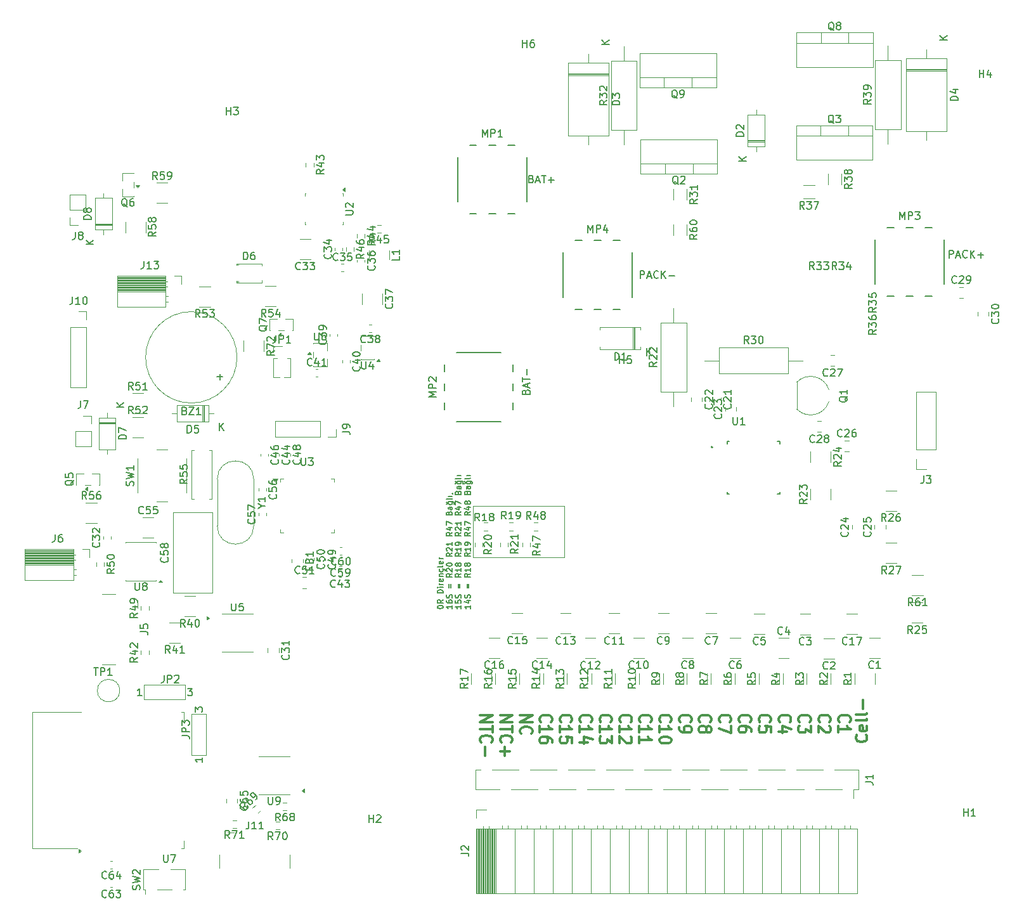
<source format=gbr>
%TF.GenerationSoftware,KiCad,Pcbnew,9.0.7*%
%TF.CreationDate,2026-02-19T04:12:07+03:00*%
%TF.ProjectId,shell-bms,7368656c-6c2d-4626-9d73-2e6b69636164,rev?*%
%TF.SameCoordinates,Original*%
%TF.FileFunction,Legend,Top*%
%TF.FilePolarity,Positive*%
%FSLAX46Y46*%
G04 Gerber Fmt 4.6, Leading zero omitted, Abs format (unit mm)*
G04 Created by KiCad (PCBNEW 9.0.7) date 2026-02-19 04:12:07*
%MOMM*%
%LPD*%
G01*
G04 APERTURE LIST*
%ADD10C,0.100000*%
%ADD11C,0.300000*%
%ADD12C,0.150000*%
%ADD13C,0.187500*%
%ADD14C,0.120000*%
%ADD15C,0.200000*%
%ADD16C,0.127000*%
G04 APERTURE END LIST*
D10*
X101346000Y-117094000D02*
X113538000Y-117094000D01*
X113538000Y-123952000D01*
X101346000Y-123952000D01*
X101346000Y-117094000D01*
D11*
X153835971Y-147686346D02*
X153907400Y-147757774D01*
X153907400Y-147757774D02*
X153978828Y-147972060D01*
X153978828Y-147972060D02*
X153978828Y-148114917D01*
X153978828Y-148114917D02*
X153907400Y-148329203D01*
X153907400Y-148329203D02*
X153764542Y-148472060D01*
X153764542Y-148472060D02*
X153621685Y-148543489D01*
X153621685Y-148543489D02*
X153335971Y-148614917D01*
X153335971Y-148614917D02*
X153121685Y-148614917D01*
X153121685Y-148614917D02*
X152835971Y-148543489D01*
X152835971Y-148543489D02*
X152693114Y-148472060D01*
X152693114Y-148472060D02*
X152550257Y-148329203D01*
X152550257Y-148329203D02*
X152478828Y-148114917D01*
X152478828Y-148114917D02*
X152478828Y-147972060D01*
X152478828Y-147972060D02*
X152550257Y-147757774D01*
X152550257Y-147757774D02*
X152621685Y-147686346D01*
X153907400Y-146472060D02*
X153978828Y-146614917D01*
X153978828Y-146614917D02*
X153978828Y-146900632D01*
X153978828Y-146900632D02*
X153907400Y-147043489D01*
X153907400Y-147043489D02*
X153764542Y-147114917D01*
X153764542Y-147114917D02*
X153193114Y-147114917D01*
X153193114Y-147114917D02*
X153050257Y-147043489D01*
X153050257Y-147043489D02*
X152978828Y-146900632D01*
X152978828Y-146900632D02*
X152978828Y-146614917D01*
X152978828Y-146614917D02*
X153050257Y-146472060D01*
X153050257Y-146472060D02*
X153193114Y-146400632D01*
X153193114Y-146400632D02*
X153335971Y-146400632D01*
X153335971Y-146400632D02*
X153478828Y-147114917D01*
X153978828Y-145543489D02*
X153907400Y-145686346D01*
X153907400Y-145686346D02*
X153764542Y-145757775D01*
X153764542Y-145757775D02*
X152478828Y-145757775D01*
X153978828Y-144757775D02*
X153907400Y-144900632D01*
X153907400Y-144900632D02*
X153764542Y-144972061D01*
X153764542Y-144972061D02*
X152478828Y-144972061D01*
X153407400Y-144186347D02*
X153407400Y-143043490D01*
D12*
X164940476Y-83954819D02*
X164940476Y-82954819D01*
X164940476Y-82954819D02*
X165321428Y-82954819D01*
X165321428Y-82954819D02*
X165416666Y-83002438D01*
X165416666Y-83002438D02*
X165464285Y-83050057D01*
X165464285Y-83050057D02*
X165511904Y-83145295D01*
X165511904Y-83145295D02*
X165511904Y-83288152D01*
X165511904Y-83288152D02*
X165464285Y-83383390D01*
X165464285Y-83383390D02*
X165416666Y-83431009D01*
X165416666Y-83431009D02*
X165321428Y-83478628D01*
X165321428Y-83478628D02*
X164940476Y-83478628D01*
X165892857Y-83669104D02*
X166369047Y-83669104D01*
X165797619Y-83954819D02*
X166130952Y-82954819D01*
X166130952Y-82954819D02*
X166464285Y-83954819D01*
X167369047Y-83859580D02*
X167321428Y-83907200D01*
X167321428Y-83907200D02*
X167178571Y-83954819D01*
X167178571Y-83954819D02*
X167083333Y-83954819D01*
X167083333Y-83954819D02*
X166940476Y-83907200D01*
X166940476Y-83907200D02*
X166845238Y-83811961D01*
X166845238Y-83811961D02*
X166797619Y-83716723D01*
X166797619Y-83716723D02*
X166750000Y-83526247D01*
X166750000Y-83526247D02*
X166750000Y-83383390D01*
X166750000Y-83383390D02*
X166797619Y-83192914D01*
X166797619Y-83192914D02*
X166845238Y-83097676D01*
X166845238Y-83097676D02*
X166940476Y-83002438D01*
X166940476Y-83002438D02*
X167083333Y-82954819D01*
X167083333Y-82954819D02*
X167178571Y-82954819D01*
X167178571Y-82954819D02*
X167321428Y-83002438D01*
X167321428Y-83002438D02*
X167369047Y-83050057D01*
X167797619Y-83954819D02*
X167797619Y-82954819D01*
X168369047Y-83954819D02*
X167940476Y-83383390D01*
X168369047Y-82954819D02*
X167797619Y-83526247D01*
X168797619Y-83573866D02*
X169559524Y-83573866D01*
X169178571Y-83954819D02*
X169178571Y-83192914D01*
D11*
X150298014Y-145937653D02*
X150219443Y-145866225D01*
X150219443Y-145866225D02*
X150140871Y-145651939D01*
X150140871Y-145651939D02*
X150140871Y-145509082D01*
X150140871Y-145509082D02*
X150219443Y-145294796D01*
X150219443Y-145294796D02*
X150376585Y-145151939D01*
X150376585Y-145151939D02*
X150533728Y-145080510D01*
X150533728Y-145080510D02*
X150848014Y-145009082D01*
X150848014Y-145009082D02*
X151083728Y-145009082D01*
X151083728Y-145009082D02*
X151398014Y-145080510D01*
X151398014Y-145080510D02*
X151555157Y-145151939D01*
X151555157Y-145151939D02*
X151712300Y-145294796D01*
X151712300Y-145294796D02*
X151790871Y-145509082D01*
X151790871Y-145509082D02*
X151790871Y-145651939D01*
X151790871Y-145651939D02*
X151712300Y-145866225D01*
X151712300Y-145866225D02*
X151633728Y-145937653D01*
X150140871Y-147366225D02*
X150140871Y-146509082D01*
X150140871Y-146937653D02*
X151790871Y-146937653D01*
X151790871Y-146937653D02*
X151555157Y-146794796D01*
X151555157Y-146794796D02*
X151398014Y-146651939D01*
X151398014Y-146651939D02*
X151319443Y-146509082D01*
X147641606Y-145937653D02*
X147563035Y-145866225D01*
X147563035Y-145866225D02*
X147484463Y-145651939D01*
X147484463Y-145651939D02*
X147484463Y-145509082D01*
X147484463Y-145509082D02*
X147563035Y-145294796D01*
X147563035Y-145294796D02*
X147720177Y-145151939D01*
X147720177Y-145151939D02*
X147877320Y-145080510D01*
X147877320Y-145080510D02*
X148191606Y-145009082D01*
X148191606Y-145009082D02*
X148427320Y-145009082D01*
X148427320Y-145009082D02*
X148741606Y-145080510D01*
X148741606Y-145080510D02*
X148898749Y-145151939D01*
X148898749Y-145151939D02*
X149055892Y-145294796D01*
X149055892Y-145294796D02*
X149134463Y-145509082D01*
X149134463Y-145509082D02*
X149134463Y-145651939D01*
X149134463Y-145651939D02*
X149055892Y-145866225D01*
X149055892Y-145866225D02*
X148977320Y-145937653D01*
X148977320Y-146509082D02*
X149055892Y-146580510D01*
X149055892Y-146580510D02*
X149134463Y-146723368D01*
X149134463Y-146723368D02*
X149134463Y-147080510D01*
X149134463Y-147080510D02*
X149055892Y-147223368D01*
X149055892Y-147223368D02*
X148977320Y-147294796D01*
X148977320Y-147294796D02*
X148820177Y-147366225D01*
X148820177Y-147366225D02*
X148663035Y-147366225D01*
X148663035Y-147366225D02*
X148427320Y-147294796D01*
X148427320Y-147294796D02*
X147484463Y-146437653D01*
X147484463Y-146437653D02*
X147484463Y-147366225D01*
X144985198Y-145937653D02*
X144906627Y-145866225D01*
X144906627Y-145866225D02*
X144828055Y-145651939D01*
X144828055Y-145651939D02*
X144828055Y-145509082D01*
X144828055Y-145509082D02*
X144906627Y-145294796D01*
X144906627Y-145294796D02*
X145063769Y-145151939D01*
X145063769Y-145151939D02*
X145220912Y-145080510D01*
X145220912Y-145080510D02*
X145535198Y-145009082D01*
X145535198Y-145009082D02*
X145770912Y-145009082D01*
X145770912Y-145009082D02*
X146085198Y-145080510D01*
X146085198Y-145080510D02*
X146242341Y-145151939D01*
X146242341Y-145151939D02*
X146399484Y-145294796D01*
X146399484Y-145294796D02*
X146478055Y-145509082D01*
X146478055Y-145509082D02*
X146478055Y-145651939D01*
X146478055Y-145651939D02*
X146399484Y-145866225D01*
X146399484Y-145866225D02*
X146320912Y-145937653D01*
X146478055Y-146437653D02*
X146478055Y-147366225D01*
X146478055Y-147366225D02*
X145849484Y-146866225D01*
X145849484Y-146866225D02*
X145849484Y-147080510D01*
X145849484Y-147080510D02*
X145770912Y-147223368D01*
X145770912Y-147223368D02*
X145692341Y-147294796D01*
X145692341Y-147294796D02*
X145535198Y-147366225D01*
X145535198Y-147366225D02*
X145142341Y-147366225D01*
X145142341Y-147366225D02*
X144985198Y-147294796D01*
X144985198Y-147294796D02*
X144906627Y-147223368D01*
X144906627Y-147223368D02*
X144828055Y-147080510D01*
X144828055Y-147080510D02*
X144828055Y-146651939D01*
X144828055Y-146651939D02*
X144906627Y-146509082D01*
X144906627Y-146509082D02*
X144985198Y-146437653D01*
X142328790Y-145937653D02*
X142250219Y-145866225D01*
X142250219Y-145866225D02*
X142171647Y-145651939D01*
X142171647Y-145651939D02*
X142171647Y-145509082D01*
X142171647Y-145509082D02*
X142250219Y-145294796D01*
X142250219Y-145294796D02*
X142407361Y-145151939D01*
X142407361Y-145151939D02*
X142564504Y-145080510D01*
X142564504Y-145080510D02*
X142878790Y-145009082D01*
X142878790Y-145009082D02*
X143114504Y-145009082D01*
X143114504Y-145009082D02*
X143428790Y-145080510D01*
X143428790Y-145080510D02*
X143585933Y-145151939D01*
X143585933Y-145151939D02*
X143743076Y-145294796D01*
X143743076Y-145294796D02*
X143821647Y-145509082D01*
X143821647Y-145509082D02*
X143821647Y-145651939D01*
X143821647Y-145651939D02*
X143743076Y-145866225D01*
X143743076Y-145866225D02*
X143664504Y-145937653D01*
X143271647Y-147223368D02*
X142171647Y-147223368D01*
X143900219Y-146866225D02*
X142721647Y-146509082D01*
X142721647Y-146509082D02*
X142721647Y-147437653D01*
X139672382Y-145937653D02*
X139593811Y-145866225D01*
X139593811Y-145866225D02*
X139515239Y-145651939D01*
X139515239Y-145651939D02*
X139515239Y-145509082D01*
X139515239Y-145509082D02*
X139593811Y-145294796D01*
X139593811Y-145294796D02*
X139750953Y-145151939D01*
X139750953Y-145151939D02*
X139908096Y-145080510D01*
X139908096Y-145080510D02*
X140222382Y-145009082D01*
X140222382Y-145009082D02*
X140458096Y-145009082D01*
X140458096Y-145009082D02*
X140772382Y-145080510D01*
X140772382Y-145080510D02*
X140929525Y-145151939D01*
X140929525Y-145151939D02*
X141086668Y-145294796D01*
X141086668Y-145294796D02*
X141165239Y-145509082D01*
X141165239Y-145509082D02*
X141165239Y-145651939D01*
X141165239Y-145651939D02*
X141086668Y-145866225D01*
X141086668Y-145866225D02*
X141008096Y-145937653D01*
X141165239Y-147294796D02*
X141165239Y-146580510D01*
X141165239Y-146580510D02*
X140379525Y-146509082D01*
X140379525Y-146509082D02*
X140458096Y-146580510D01*
X140458096Y-146580510D02*
X140536668Y-146723368D01*
X140536668Y-146723368D02*
X140536668Y-147080510D01*
X140536668Y-147080510D02*
X140458096Y-147223368D01*
X140458096Y-147223368D02*
X140379525Y-147294796D01*
X140379525Y-147294796D02*
X140222382Y-147366225D01*
X140222382Y-147366225D02*
X139829525Y-147366225D01*
X139829525Y-147366225D02*
X139672382Y-147294796D01*
X139672382Y-147294796D02*
X139593811Y-147223368D01*
X139593811Y-147223368D02*
X139515239Y-147080510D01*
X139515239Y-147080510D02*
X139515239Y-146723368D01*
X139515239Y-146723368D02*
X139593811Y-146580510D01*
X139593811Y-146580510D02*
X139672382Y-146509082D01*
X137015974Y-145937653D02*
X136937403Y-145866225D01*
X136937403Y-145866225D02*
X136858831Y-145651939D01*
X136858831Y-145651939D02*
X136858831Y-145509082D01*
X136858831Y-145509082D02*
X136937403Y-145294796D01*
X136937403Y-145294796D02*
X137094545Y-145151939D01*
X137094545Y-145151939D02*
X137251688Y-145080510D01*
X137251688Y-145080510D02*
X137565974Y-145009082D01*
X137565974Y-145009082D02*
X137801688Y-145009082D01*
X137801688Y-145009082D02*
X138115974Y-145080510D01*
X138115974Y-145080510D02*
X138273117Y-145151939D01*
X138273117Y-145151939D02*
X138430260Y-145294796D01*
X138430260Y-145294796D02*
X138508831Y-145509082D01*
X138508831Y-145509082D02*
X138508831Y-145651939D01*
X138508831Y-145651939D02*
X138430260Y-145866225D01*
X138430260Y-145866225D02*
X138351688Y-145937653D01*
X138508831Y-147223368D02*
X138508831Y-146937653D01*
X138508831Y-146937653D02*
X138430260Y-146794796D01*
X138430260Y-146794796D02*
X138351688Y-146723368D01*
X138351688Y-146723368D02*
X138115974Y-146580510D01*
X138115974Y-146580510D02*
X137801688Y-146509082D01*
X137801688Y-146509082D02*
X137173117Y-146509082D01*
X137173117Y-146509082D02*
X137015974Y-146580510D01*
X137015974Y-146580510D02*
X136937403Y-146651939D01*
X136937403Y-146651939D02*
X136858831Y-146794796D01*
X136858831Y-146794796D02*
X136858831Y-147080510D01*
X136858831Y-147080510D02*
X136937403Y-147223368D01*
X136937403Y-147223368D02*
X137015974Y-147294796D01*
X137015974Y-147294796D02*
X137173117Y-147366225D01*
X137173117Y-147366225D02*
X137565974Y-147366225D01*
X137565974Y-147366225D02*
X137723117Y-147294796D01*
X137723117Y-147294796D02*
X137801688Y-147223368D01*
X137801688Y-147223368D02*
X137880260Y-147080510D01*
X137880260Y-147080510D02*
X137880260Y-146794796D01*
X137880260Y-146794796D02*
X137801688Y-146651939D01*
X137801688Y-146651939D02*
X137723117Y-146580510D01*
X137723117Y-146580510D02*
X137565974Y-146509082D01*
X134359566Y-145937653D02*
X134280995Y-145866225D01*
X134280995Y-145866225D02*
X134202423Y-145651939D01*
X134202423Y-145651939D02*
X134202423Y-145509082D01*
X134202423Y-145509082D02*
X134280995Y-145294796D01*
X134280995Y-145294796D02*
X134438137Y-145151939D01*
X134438137Y-145151939D02*
X134595280Y-145080510D01*
X134595280Y-145080510D02*
X134909566Y-145009082D01*
X134909566Y-145009082D02*
X135145280Y-145009082D01*
X135145280Y-145009082D02*
X135459566Y-145080510D01*
X135459566Y-145080510D02*
X135616709Y-145151939D01*
X135616709Y-145151939D02*
X135773852Y-145294796D01*
X135773852Y-145294796D02*
X135852423Y-145509082D01*
X135852423Y-145509082D02*
X135852423Y-145651939D01*
X135852423Y-145651939D02*
X135773852Y-145866225D01*
X135773852Y-145866225D02*
X135695280Y-145937653D01*
X135852423Y-146437653D02*
X135852423Y-147437653D01*
X135852423Y-147437653D02*
X134202423Y-146794796D01*
X131703158Y-145937653D02*
X131624587Y-145866225D01*
X131624587Y-145866225D02*
X131546015Y-145651939D01*
X131546015Y-145651939D02*
X131546015Y-145509082D01*
X131546015Y-145509082D02*
X131624587Y-145294796D01*
X131624587Y-145294796D02*
X131781729Y-145151939D01*
X131781729Y-145151939D02*
X131938872Y-145080510D01*
X131938872Y-145080510D02*
X132253158Y-145009082D01*
X132253158Y-145009082D02*
X132488872Y-145009082D01*
X132488872Y-145009082D02*
X132803158Y-145080510D01*
X132803158Y-145080510D02*
X132960301Y-145151939D01*
X132960301Y-145151939D02*
X133117444Y-145294796D01*
X133117444Y-145294796D02*
X133196015Y-145509082D01*
X133196015Y-145509082D02*
X133196015Y-145651939D01*
X133196015Y-145651939D02*
X133117444Y-145866225D01*
X133117444Y-145866225D02*
X133038872Y-145937653D01*
X132488872Y-146794796D02*
X132567444Y-146651939D01*
X132567444Y-146651939D02*
X132646015Y-146580510D01*
X132646015Y-146580510D02*
X132803158Y-146509082D01*
X132803158Y-146509082D02*
X132881729Y-146509082D01*
X132881729Y-146509082D02*
X133038872Y-146580510D01*
X133038872Y-146580510D02*
X133117444Y-146651939D01*
X133117444Y-146651939D02*
X133196015Y-146794796D01*
X133196015Y-146794796D02*
X133196015Y-147080510D01*
X133196015Y-147080510D02*
X133117444Y-147223368D01*
X133117444Y-147223368D02*
X133038872Y-147294796D01*
X133038872Y-147294796D02*
X132881729Y-147366225D01*
X132881729Y-147366225D02*
X132803158Y-147366225D01*
X132803158Y-147366225D02*
X132646015Y-147294796D01*
X132646015Y-147294796D02*
X132567444Y-147223368D01*
X132567444Y-147223368D02*
X132488872Y-147080510D01*
X132488872Y-147080510D02*
X132488872Y-146794796D01*
X132488872Y-146794796D02*
X132410301Y-146651939D01*
X132410301Y-146651939D02*
X132331729Y-146580510D01*
X132331729Y-146580510D02*
X132174587Y-146509082D01*
X132174587Y-146509082D02*
X131860301Y-146509082D01*
X131860301Y-146509082D02*
X131703158Y-146580510D01*
X131703158Y-146580510D02*
X131624587Y-146651939D01*
X131624587Y-146651939D02*
X131546015Y-146794796D01*
X131546015Y-146794796D02*
X131546015Y-147080510D01*
X131546015Y-147080510D02*
X131624587Y-147223368D01*
X131624587Y-147223368D02*
X131703158Y-147294796D01*
X131703158Y-147294796D02*
X131860301Y-147366225D01*
X131860301Y-147366225D02*
X132174587Y-147366225D01*
X132174587Y-147366225D02*
X132331729Y-147294796D01*
X132331729Y-147294796D02*
X132410301Y-147223368D01*
X132410301Y-147223368D02*
X132488872Y-147080510D01*
X129046750Y-145937653D02*
X128968179Y-145866225D01*
X128968179Y-145866225D02*
X128889607Y-145651939D01*
X128889607Y-145651939D02*
X128889607Y-145509082D01*
X128889607Y-145509082D02*
X128968179Y-145294796D01*
X128968179Y-145294796D02*
X129125321Y-145151939D01*
X129125321Y-145151939D02*
X129282464Y-145080510D01*
X129282464Y-145080510D02*
X129596750Y-145009082D01*
X129596750Y-145009082D02*
X129832464Y-145009082D01*
X129832464Y-145009082D02*
X130146750Y-145080510D01*
X130146750Y-145080510D02*
X130303893Y-145151939D01*
X130303893Y-145151939D02*
X130461036Y-145294796D01*
X130461036Y-145294796D02*
X130539607Y-145509082D01*
X130539607Y-145509082D02*
X130539607Y-145651939D01*
X130539607Y-145651939D02*
X130461036Y-145866225D01*
X130461036Y-145866225D02*
X130382464Y-145937653D01*
X128889607Y-146651939D02*
X128889607Y-146937653D01*
X128889607Y-146937653D02*
X128968179Y-147080510D01*
X128968179Y-147080510D02*
X129046750Y-147151939D01*
X129046750Y-147151939D02*
X129282464Y-147294796D01*
X129282464Y-147294796D02*
X129596750Y-147366225D01*
X129596750Y-147366225D02*
X130225321Y-147366225D01*
X130225321Y-147366225D02*
X130382464Y-147294796D01*
X130382464Y-147294796D02*
X130461036Y-147223368D01*
X130461036Y-147223368D02*
X130539607Y-147080510D01*
X130539607Y-147080510D02*
X130539607Y-146794796D01*
X130539607Y-146794796D02*
X130461036Y-146651939D01*
X130461036Y-146651939D02*
X130382464Y-146580510D01*
X130382464Y-146580510D02*
X130225321Y-146509082D01*
X130225321Y-146509082D02*
X129832464Y-146509082D01*
X129832464Y-146509082D02*
X129675321Y-146580510D01*
X129675321Y-146580510D02*
X129596750Y-146651939D01*
X129596750Y-146651939D02*
X129518179Y-146794796D01*
X129518179Y-146794796D02*
X129518179Y-147080510D01*
X129518179Y-147080510D02*
X129596750Y-147223368D01*
X129596750Y-147223368D02*
X129675321Y-147294796D01*
X129675321Y-147294796D02*
X129832464Y-147366225D01*
X126390342Y-145937653D02*
X126311771Y-145866225D01*
X126311771Y-145866225D02*
X126233199Y-145651939D01*
X126233199Y-145651939D02*
X126233199Y-145509082D01*
X126233199Y-145509082D02*
X126311771Y-145294796D01*
X126311771Y-145294796D02*
X126468913Y-145151939D01*
X126468913Y-145151939D02*
X126626056Y-145080510D01*
X126626056Y-145080510D02*
X126940342Y-145009082D01*
X126940342Y-145009082D02*
X127176056Y-145009082D01*
X127176056Y-145009082D02*
X127490342Y-145080510D01*
X127490342Y-145080510D02*
X127647485Y-145151939D01*
X127647485Y-145151939D02*
X127804628Y-145294796D01*
X127804628Y-145294796D02*
X127883199Y-145509082D01*
X127883199Y-145509082D02*
X127883199Y-145651939D01*
X127883199Y-145651939D02*
X127804628Y-145866225D01*
X127804628Y-145866225D02*
X127726056Y-145937653D01*
X126233199Y-147366225D02*
X126233199Y-146509082D01*
X126233199Y-146937653D02*
X127883199Y-146937653D01*
X127883199Y-146937653D02*
X127647485Y-146794796D01*
X127647485Y-146794796D02*
X127490342Y-146651939D01*
X127490342Y-146651939D02*
X127411771Y-146509082D01*
X127883199Y-148294796D02*
X127883199Y-148437653D01*
X127883199Y-148437653D02*
X127804628Y-148580510D01*
X127804628Y-148580510D02*
X127726056Y-148651939D01*
X127726056Y-148651939D02*
X127568913Y-148723367D01*
X127568913Y-148723367D02*
X127254628Y-148794796D01*
X127254628Y-148794796D02*
X126861771Y-148794796D01*
X126861771Y-148794796D02*
X126547485Y-148723367D01*
X126547485Y-148723367D02*
X126390342Y-148651939D01*
X126390342Y-148651939D02*
X126311771Y-148580510D01*
X126311771Y-148580510D02*
X126233199Y-148437653D01*
X126233199Y-148437653D02*
X126233199Y-148294796D01*
X126233199Y-148294796D02*
X126311771Y-148151939D01*
X126311771Y-148151939D02*
X126390342Y-148080510D01*
X126390342Y-148080510D02*
X126547485Y-148009081D01*
X126547485Y-148009081D02*
X126861771Y-147937653D01*
X126861771Y-147937653D02*
X127254628Y-147937653D01*
X127254628Y-147937653D02*
X127568913Y-148009081D01*
X127568913Y-148009081D02*
X127726056Y-148080510D01*
X127726056Y-148080510D02*
X127804628Y-148151939D01*
X127804628Y-148151939D02*
X127883199Y-148294796D01*
X123733934Y-145937653D02*
X123655363Y-145866225D01*
X123655363Y-145866225D02*
X123576791Y-145651939D01*
X123576791Y-145651939D02*
X123576791Y-145509082D01*
X123576791Y-145509082D02*
X123655363Y-145294796D01*
X123655363Y-145294796D02*
X123812505Y-145151939D01*
X123812505Y-145151939D02*
X123969648Y-145080510D01*
X123969648Y-145080510D02*
X124283934Y-145009082D01*
X124283934Y-145009082D02*
X124519648Y-145009082D01*
X124519648Y-145009082D02*
X124833934Y-145080510D01*
X124833934Y-145080510D02*
X124991077Y-145151939D01*
X124991077Y-145151939D02*
X125148220Y-145294796D01*
X125148220Y-145294796D02*
X125226791Y-145509082D01*
X125226791Y-145509082D02*
X125226791Y-145651939D01*
X125226791Y-145651939D02*
X125148220Y-145866225D01*
X125148220Y-145866225D02*
X125069648Y-145937653D01*
X123576791Y-147366225D02*
X123576791Y-146509082D01*
X123576791Y-146937653D02*
X125226791Y-146937653D01*
X125226791Y-146937653D02*
X124991077Y-146794796D01*
X124991077Y-146794796D02*
X124833934Y-146651939D01*
X124833934Y-146651939D02*
X124755363Y-146509082D01*
X123576791Y-148794796D02*
X123576791Y-147937653D01*
X123576791Y-148366224D02*
X125226791Y-148366224D01*
X125226791Y-148366224D02*
X124991077Y-148223367D01*
X124991077Y-148223367D02*
X124833934Y-148080510D01*
X124833934Y-148080510D02*
X124755363Y-147937653D01*
X121077526Y-145937653D02*
X120998955Y-145866225D01*
X120998955Y-145866225D02*
X120920383Y-145651939D01*
X120920383Y-145651939D02*
X120920383Y-145509082D01*
X120920383Y-145509082D02*
X120998955Y-145294796D01*
X120998955Y-145294796D02*
X121156097Y-145151939D01*
X121156097Y-145151939D02*
X121313240Y-145080510D01*
X121313240Y-145080510D02*
X121627526Y-145009082D01*
X121627526Y-145009082D02*
X121863240Y-145009082D01*
X121863240Y-145009082D02*
X122177526Y-145080510D01*
X122177526Y-145080510D02*
X122334669Y-145151939D01*
X122334669Y-145151939D02*
X122491812Y-145294796D01*
X122491812Y-145294796D02*
X122570383Y-145509082D01*
X122570383Y-145509082D02*
X122570383Y-145651939D01*
X122570383Y-145651939D02*
X122491812Y-145866225D01*
X122491812Y-145866225D02*
X122413240Y-145937653D01*
X120920383Y-147366225D02*
X120920383Y-146509082D01*
X120920383Y-146937653D02*
X122570383Y-146937653D01*
X122570383Y-146937653D02*
X122334669Y-146794796D01*
X122334669Y-146794796D02*
X122177526Y-146651939D01*
X122177526Y-146651939D02*
X122098955Y-146509082D01*
X122413240Y-147937653D02*
X122491812Y-148009081D01*
X122491812Y-148009081D02*
X122570383Y-148151939D01*
X122570383Y-148151939D02*
X122570383Y-148509081D01*
X122570383Y-148509081D02*
X122491812Y-148651939D01*
X122491812Y-148651939D02*
X122413240Y-148723367D01*
X122413240Y-148723367D02*
X122256097Y-148794796D01*
X122256097Y-148794796D02*
X122098955Y-148794796D01*
X122098955Y-148794796D02*
X121863240Y-148723367D01*
X121863240Y-148723367D02*
X120920383Y-147866224D01*
X120920383Y-147866224D02*
X120920383Y-148794796D01*
X118421118Y-145937653D02*
X118342547Y-145866225D01*
X118342547Y-145866225D02*
X118263975Y-145651939D01*
X118263975Y-145651939D02*
X118263975Y-145509082D01*
X118263975Y-145509082D02*
X118342547Y-145294796D01*
X118342547Y-145294796D02*
X118499689Y-145151939D01*
X118499689Y-145151939D02*
X118656832Y-145080510D01*
X118656832Y-145080510D02*
X118971118Y-145009082D01*
X118971118Y-145009082D02*
X119206832Y-145009082D01*
X119206832Y-145009082D02*
X119521118Y-145080510D01*
X119521118Y-145080510D02*
X119678261Y-145151939D01*
X119678261Y-145151939D02*
X119835404Y-145294796D01*
X119835404Y-145294796D02*
X119913975Y-145509082D01*
X119913975Y-145509082D02*
X119913975Y-145651939D01*
X119913975Y-145651939D02*
X119835404Y-145866225D01*
X119835404Y-145866225D02*
X119756832Y-145937653D01*
X118263975Y-147366225D02*
X118263975Y-146509082D01*
X118263975Y-146937653D02*
X119913975Y-146937653D01*
X119913975Y-146937653D02*
X119678261Y-146794796D01*
X119678261Y-146794796D02*
X119521118Y-146651939D01*
X119521118Y-146651939D02*
X119442547Y-146509082D01*
X119913975Y-147866224D02*
X119913975Y-148794796D01*
X119913975Y-148794796D02*
X119285404Y-148294796D01*
X119285404Y-148294796D02*
X119285404Y-148509081D01*
X119285404Y-148509081D02*
X119206832Y-148651939D01*
X119206832Y-148651939D02*
X119128261Y-148723367D01*
X119128261Y-148723367D02*
X118971118Y-148794796D01*
X118971118Y-148794796D02*
X118578261Y-148794796D01*
X118578261Y-148794796D02*
X118421118Y-148723367D01*
X118421118Y-148723367D02*
X118342547Y-148651939D01*
X118342547Y-148651939D02*
X118263975Y-148509081D01*
X118263975Y-148509081D02*
X118263975Y-148080510D01*
X118263975Y-148080510D02*
X118342547Y-147937653D01*
X118342547Y-147937653D02*
X118421118Y-147866224D01*
X115764710Y-145937653D02*
X115686139Y-145866225D01*
X115686139Y-145866225D02*
X115607567Y-145651939D01*
X115607567Y-145651939D02*
X115607567Y-145509082D01*
X115607567Y-145509082D02*
X115686139Y-145294796D01*
X115686139Y-145294796D02*
X115843281Y-145151939D01*
X115843281Y-145151939D02*
X116000424Y-145080510D01*
X116000424Y-145080510D02*
X116314710Y-145009082D01*
X116314710Y-145009082D02*
X116550424Y-145009082D01*
X116550424Y-145009082D02*
X116864710Y-145080510D01*
X116864710Y-145080510D02*
X117021853Y-145151939D01*
X117021853Y-145151939D02*
X117178996Y-145294796D01*
X117178996Y-145294796D02*
X117257567Y-145509082D01*
X117257567Y-145509082D02*
X117257567Y-145651939D01*
X117257567Y-145651939D02*
X117178996Y-145866225D01*
X117178996Y-145866225D02*
X117100424Y-145937653D01*
X115607567Y-147366225D02*
X115607567Y-146509082D01*
X115607567Y-146937653D02*
X117257567Y-146937653D01*
X117257567Y-146937653D02*
X117021853Y-146794796D01*
X117021853Y-146794796D02*
X116864710Y-146651939D01*
X116864710Y-146651939D02*
X116786139Y-146509082D01*
X116707567Y-148651939D02*
X115607567Y-148651939D01*
X117336139Y-148294796D02*
X116157567Y-147937653D01*
X116157567Y-147937653D02*
X116157567Y-148866224D01*
X113108302Y-145937653D02*
X113029731Y-145866225D01*
X113029731Y-145866225D02*
X112951159Y-145651939D01*
X112951159Y-145651939D02*
X112951159Y-145509082D01*
X112951159Y-145509082D02*
X113029731Y-145294796D01*
X113029731Y-145294796D02*
X113186873Y-145151939D01*
X113186873Y-145151939D02*
X113344016Y-145080510D01*
X113344016Y-145080510D02*
X113658302Y-145009082D01*
X113658302Y-145009082D02*
X113894016Y-145009082D01*
X113894016Y-145009082D02*
X114208302Y-145080510D01*
X114208302Y-145080510D02*
X114365445Y-145151939D01*
X114365445Y-145151939D02*
X114522588Y-145294796D01*
X114522588Y-145294796D02*
X114601159Y-145509082D01*
X114601159Y-145509082D02*
X114601159Y-145651939D01*
X114601159Y-145651939D02*
X114522588Y-145866225D01*
X114522588Y-145866225D02*
X114444016Y-145937653D01*
X112951159Y-147366225D02*
X112951159Y-146509082D01*
X112951159Y-146937653D02*
X114601159Y-146937653D01*
X114601159Y-146937653D02*
X114365445Y-146794796D01*
X114365445Y-146794796D02*
X114208302Y-146651939D01*
X114208302Y-146651939D02*
X114129731Y-146509082D01*
X114601159Y-148723367D02*
X114601159Y-148009081D01*
X114601159Y-148009081D02*
X113815445Y-147937653D01*
X113815445Y-147937653D02*
X113894016Y-148009081D01*
X113894016Y-148009081D02*
X113972588Y-148151939D01*
X113972588Y-148151939D02*
X113972588Y-148509081D01*
X113972588Y-148509081D02*
X113894016Y-148651939D01*
X113894016Y-148651939D02*
X113815445Y-148723367D01*
X113815445Y-148723367D02*
X113658302Y-148794796D01*
X113658302Y-148794796D02*
X113265445Y-148794796D01*
X113265445Y-148794796D02*
X113108302Y-148723367D01*
X113108302Y-148723367D02*
X113029731Y-148651939D01*
X113029731Y-148651939D02*
X112951159Y-148509081D01*
X112951159Y-148509081D02*
X112951159Y-148151939D01*
X112951159Y-148151939D02*
X113029731Y-148009081D01*
X113029731Y-148009081D02*
X113108302Y-147937653D01*
X110451894Y-145937653D02*
X110373323Y-145866225D01*
X110373323Y-145866225D02*
X110294751Y-145651939D01*
X110294751Y-145651939D02*
X110294751Y-145509082D01*
X110294751Y-145509082D02*
X110373323Y-145294796D01*
X110373323Y-145294796D02*
X110530465Y-145151939D01*
X110530465Y-145151939D02*
X110687608Y-145080510D01*
X110687608Y-145080510D02*
X111001894Y-145009082D01*
X111001894Y-145009082D02*
X111237608Y-145009082D01*
X111237608Y-145009082D02*
X111551894Y-145080510D01*
X111551894Y-145080510D02*
X111709037Y-145151939D01*
X111709037Y-145151939D02*
X111866180Y-145294796D01*
X111866180Y-145294796D02*
X111944751Y-145509082D01*
X111944751Y-145509082D02*
X111944751Y-145651939D01*
X111944751Y-145651939D02*
X111866180Y-145866225D01*
X111866180Y-145866225D02*
X111787608Y-145937653D01*
X110294751Y-147366225D02*
X110294751Y-146509082D01*
X110294751Y-146937653D02*
X111944751Y-146937653D01*
X111944751Y-146937653D02*
X111709037Y-146794796D01*
X111709037Y-146794796D02*
X111551894Y-146651939D01*
X111551894Y-146651939D02*
X111473323Y-146509082D01*
X111944751Y-148651939D02*
X111944751Y-148366224D01*
X111944751Y-148366224D02*
X111866180Y-148223367D01*
X111866180Y-148223367D02*
X111787608Y-148151939D01*
X111787608Y-148151939D02*
X111551894Y-148009081D01*
X111551894Y-148009081D02*
X111237608Y-147937653D01*
X111237608Y-147937653D02*
X110609037Y-147937653D01*
X110609037Y-147937653D02*
X110451894Y-148009081D01*
X110451894Y-148009081D02*
X110373323Y-148080510D01*
X110373323Y-148080510D02*
X110294751Y-148223367D01*
X110294751Y-148223367D02*
X110294751Y-148509081D01*
X110294751Y-148509081D02*
X110373323Y-148651939D01*
X110373323Y-148651939D02*
X110451894Y-148723367D01*
X110451894Y-148723367D02*
X110609037Y-148794796D01*
X110609037Y-148794796D02*
X111001894Y-148794796D01*
X111001894Y-148794796D02*
X111159037Y-148723367D01*
X111159037Y-148723367D02*
X111237608Y-148651939D01*
X111237608Y-148651939D02*
X111316180Y-148509081D01*
X111316180Y-148509081D02*
X111316180Y-148223367D01*
X111316180Y-148223367D02*
X111237608Y-148080510D01*
X111237608Y-148080510D02*
X111159037Y-148009081D01*
X111159037Y-148009081D02*
X111001894Y-147937653D01*
X107638343Y-145080510D02*
X109288343Y-145080510D01*
X109288343Y-145080510D02*
X107638343Y-145937653D01*
X107638343Y-145937653D02*
X109288343Y-145937653D01*
X107795486Y-147509082D02*
X107716915Y-147437654D01*
X107716915Y-147437654D02*
X107638343Y-147223368D01*
X107638343Y-147223368D02*
X107638343Y-147080511D01*
X107638343Y-147080511D02*
X107716915Y-146866225D01*
X107716915Y-146866225D02*
X107874057Y-146723368D01*
X107874057Y-146723368D02*
X108031200Y-146651939D01*
X108031200Y-146651939D02*
X108345486Y-146580511D01*
X108345486Y-146580511D02*
X108581200Y-146580511D01*
X108581200Y-146580511D02*
X108895486Y-146651939D01*
X108895486Y-146651939D02*
X109052629Y-146723368D01*
X109052629Y-146723368D02*
X109209772Y-146866225D01*
X109209772Y-146866225D02*
X109288343Y-147080511D01*
X109288343Y-147080511D02*
X109288343Y-147223368D01*
X109288343Y-147223368D02*
X109209772Y-147437654D01*
X109209772Y-147437654D02*
X109131200Y-147509082D01*
X104981935Y-145080510D02*
X106631935Y-145080510D01*
X106631935Y-145080510D02*
X104981935Y-145937653D01*
X104981935Y-145937653D02*
X106631935Y-145937653D01*
X106631935Y-146437654D02*
X106631935Y-147294797D01*
X104981935Y-146866225D02*
X106631935Y-146866225D01*
X105139078Y-148651939D02*
X105060507Y-148580511D01*
X105060507Y-148580511D02*
X104981935Y-148366225D01*
X104981935Y-148366225D02*
X104981935Y-148223368D01*
X104981935Y-148223368D02*
X105060507Y-148009082D01*
X105060507Y-148009082D02*
X105217649Y-147866225D01*
X105217649Y-147866225D02*
X105374792Y-147794796D01*
X105374792Y-147794796D02*
X105689078Y-147723368D01*
X105689078Y-147723368D02*
X105924792Y-147723368D01*
X105924792Y-147723368D02*
X106239078Y-147794796D01*
X106239078Y-147794796D02*
X106396221Y-147866225D01*
X106396221Y-147866225D02*
X106553364Y-148009082D01*
X106553364Y-148009082D02*
X106631935Y-148223368D01*
X106631935Y-148223368D02*
X106631935Y-148366225D01*
X106631935Y-148366225D02*
X106553364Y-148580511D01*
X106553364Y-148580511D02*
X106474792Y-148651939D01*
X105610507Y-149294796D02*
X105610507Y-150437654D01*
X104981935Y-149866225D02*
X106239078Y-149866225D01*
X102325527Y-145080510D02*
X103975527Y-145080510D01*
X103975527Y-145080510D02*
X102325527Y-145937653D01*
X102325527Y-145937653D02*
X103975527Y-145937653D01*
X103975527Y-146437654D02*
X103975527Y-147294797D01*
X102325527Y-146866225D02*
X103975527Y-146866225D01*
X102482670Y-148651939D02*
X102404099Y-148580511D01*
X102404099Y-148580511D02*
X102325527Y-148366225D01*
X102325527Y-148366225D02*
X102325527Y-148223368D01*
X102325527Y-148223368D02*
X102404099Y-148009082D01*
X102404099Y-148009082D02*
X102561241Y-147866225D01*
X102561241Y-147866225D02*
X102718384Y-147794796D01*
X102718384Y-147794796D02*
X103032670Y-147723368D01*
X103032670Y-147723368D02*
X103268384Y-147723368D01*
X103268384Y-147723368D02*
X103582670Y-147794796D01*
X103582670Y-147794796D02*
X103739813Y-147866225D01*
X103739813Y-147866225D02*
X103896956Y-148009082D01*
X103896956Y-148009082D02*
X103975527Y-148223368D01*
X103975527Y-148223368D02*
X103975527Y-148366225D01*
X103975527Y-148366225D02*
X103896956Y-148580511D01*
X103896956Y-148580511D02*
X103818384Y-148651939D01*
X102954099Y-149294796D02*
X102954099Y-150437654D01*
D13*
X96618090Y-130619216D02*
X96618090Y-130547787D01*
X96618090Y-130547787D02*
X96653804Y-130476359D01*
X96653804Y-130476359D02*
X96689518Y-130440645D01*
X96689518Y-130440645D02*
X96760947Y-130404930D01*
X96760947Y-130404930D02*
X96903804Y-130369216D01*
X96903804Y-130369216D02*
X97082376Y-130369216D01*
X97082376Y-130369216D02*
X97225233Y-130404930D01*
X97225233Y-130404930D02*
X97296661Y-130440645D01*
X97296661Y-130440645D02*
X97332376Y-130476359D01*
X97332376Y-130476359D02*
X97368090Y-130547787D01*
X97368090Y-130547787D02*
X97368090Y-130619216D01*
X97368090Y-130619216D02*
X97332376Y-130690645D01*
X97332376Y-130690645D02*
X97296661Y-130726359D01*
X97296661Y-130726359D02*
X97225233Y-130762073D01*
X97225233Y-130762073D02*
X97082376Y-130797787D01*
X97082376Y-130797787D02*
X96903804Y-130797787D01*
X96903804Y-130797787D02*
X96760947Y-130762073D01*
X96760947Y-130762073D02*
X96689518Y-130726359D01*
X96689518Y-130726359D02*
X96653804Y-130690645D01*
X96653804Y-130690645D02*
X96618090Y-130619216D01*
X97368090Y-129619216D02*
X97010947Y-129869216D01*
X97368090Y-130047787D02*
X96618090Y-130047787D01*
X96618090Y-130047787D02*
X96618090Y-129762073D01*
X96618090Y-129762073D02*
X96653804Y-129690644D01*
X96653804Y-129690644D02*
X96689518Y-129654930D01*
X96689518Y-129654930D02*
X96760947Y-129619216D01*
X96760947Y-129619216D02*
X96868090Y-129619216D01*
X96868090Y-129619216D02*
X96939518Y-129654930D01*
X96939518Y-129654930D02*
X96975233Y-129690644D01*
X96975233Y-129690644D02*
X97010947Y-129762073D01*
X97010947Y-129762073D02*
X97010947Y-130047787D01*
X97368090Y-128726358D02*
X96618090Y-128726358D01*
X96618090Y-128726358D02*
X96618090Y-128547787D01*
X96618090Y-128547787D02*
X96653804Y-128440644D01*
X96653804Y-128440644D02*
X96725233Y-128369215D01*
X96725233Y-128369215D02*
X96796661Y-128333501D01*
X96796661Y-128333501D02*
X96939518Y-128297787D01*
X96939518Y-128297787D02*
X97046661Y-128297787D01*
X97046661Y-128297787D02*
X97189518Y-128333501D01*
X97189518Y-128333501D02*
X97260947Y-128369215D01*
X97260947Y-128369215D02*
X97332376Y-128440644D01*
X97332376Y-128440644D02*
X97368090Y-128547787D01*
X97368090Y-128547787D02*
X97368090Y-128726358D01*
X97368090Y-127976358D02*
X96868090Y-127976358D01*
X96618090Y-127976358D02*
X96653804Y-128012072D01*
X96653804Y-128012072D02*
X96689518Y-127976358D01*
X96689518Y-127976358D02*
X96653804Y-127940644D01*
X96653804Y-127940644D02*
X96618090Y-127976358D01*
X96618090Y-127976358D02*
X96689518Y-127976358D01*
X97368090Y-127619215D02*
X96868090Y-127619215D01*
X97010947Y-127619215D02*
X96939518Y-127583501D01*
X96939518Y-127583501D02*
X96903804Y-127547787D01*
X96903804Y-127547787D02*
X96868090Y-127476358D01*
X96868090Y-127476358D02*
X96868090Y-127404929D01*
X97332376Y-126869215D02*
X97368090Y-126940643D01*
X97368090Y-126940643D02*
X97368090Y-127083501D01*
X97368090Y-127083501D02*
X97332376Y-127154929D01*
X97332376Y-127154929D02*
X97260947Y-127190643D01*
X97260947Y-127190643D02*
X96975233Y-127190643D01*
X96975233Y-127190643D02*
X96903804Y-127154929D01*
X96903804Y-127154929D02*
X96868090Y-127083501D01*
X96868090Y-127083501D02*
X96868090Y-126940643D01*
X96868090Y-126940643D02*
X96903804Y-126869215D01*
X96903804Y-126869215D02*
X96975233Y-126833501D01*
X96975233Y-126833501D02*
X97046661Y-126833501D01*
X97046661Y-126833501D02*
X97118090Y-127190643D01*
X96868090Y-126512072D02*
X97368090Y-126512072D01*
X96939518Y-126512072D02*
X96903804Y-126476358D01*
X96903804Y-126476358D02*
X96868090Y-126404929D01*
X96868090Y-126404929D02*
X96868090Y-126297786D01*
X96868090Y-126297786D02*
X96903804Y-126226358D01*
X96903804Y-126226358D02*
X96975233Y-126190644D01*
X96975233Y-126190644D02*
X97368090Y-126190644D01*
X97332376Y-125512073D02*
X97368090Y-125583501D01*
X97368090Y-125583501D02*
X97368090Y-125726358D01*
X97368090Y-125726358D02*
X97332376Y-125797787D01*
X97332376Y-125797787D02*
X97296661Y-125833501D01*
X97296661Y-125833501D02*
X97225233Y-125869215D01*
X97225233Y-125869215D02*
X97010947Y-125869215D01*
X97010947Y-125869215D02*
X96939518Y-125833501D01*
X96939518Y-125833501D02*
X96903804Y-125797787D01*
X96903804Y-125797787D02*
X96868090Y-125726358D01*
X96868090Y-125726358D02*
X96868090Y-125583501D01*
X96868090Y-125583501D02*
X96903804Y-125512073D01*
X97403804Y-125654930D02*
X97439518Y-125583501D01*
X97439518Y-125583501D02*
X97510947Y-125547787D01*
X97510947Y-125547787D02*
X97582376Y-125583501D01*
X97582376Y-125583501D02*
X97618090Y-125654930D01*
X97618090Y-125654930D02*
X97618090Y-125762073D01*
X97368090Y-125083501D02*
X97332376Y-125154930D01*
X97332376Y-125154930D02*
X97260947Y-125190644D01*
X97260947Y-125190644D02*
X96618090Y-125190644D01*
X97332376Y-124512073D02*
X97368090Y-124583501D01*
X97368090Y-124583501D02*
X97368090Y-124726359D01*
X97368090Y-124726359D02*
X97332376Y-124797787D01*
X97332376Y-124797787D02*
X97260947Y-124833501D01*
X97260947Y-124833501D02*
X96975233Y-124833501D01*
X96975233Y-124833501D02*
X96903804Y-124797787D01*
X96903804Y-124797787D02*
X96868090Y-124726359D01*
X96868090Y-124726359D02*
X96868090Y-124583501D01*
X96868090Y-124583501D02*
X96903804Y-124512073D01*
X96903804Y-124512073D02*
X96975233Y-124476359D01*
X96975233Y-124476359D02*
X97046661Y-124476359D01*
X97046661Y-124476359D02*
X97118090Y-124833501D01*
X97368090Y-124154930D02*
X96868090Y-124154930D01*
X97010947Y-124154930D02*
X96939518Y-124119216D01*
X96939518Y-124119216D02*
X96903804Y-124083502D01*
X96903804Y-124083502D02*
X96868090Y-124012073D01*
X96868090Y-124012073D02*
X96868090Y-123940644D01*
X98575548Y-130369216D02*
X98575548Y-130797787D01*
X98575548Y-130583502D02*
X97825548Y-130583502D01*
X97825548Y-130583502D02*
X97932691Y-130654930D01*
X97932691Y-130654930D02*
X98004119Y-130726359D01*
X98004119Y-130726359D02*
X98039834Y-130797787D01*
X97825548Y-129726359D02*
X97825548Y-129869216D01*
X97825548Y-129869216D02*
X97861262Y-129940644D01*
X97861262Y-129940644D02*
X97896976Y-129976359D01*
X97896976Y-129976359D02*
X98004119Y-130047787D01*
X98004119Y-130047787D02*
X98146976Y-130083501D01*
X98146976Y-130083501D02*
X98432691Y-130083501D01*
X98432691Y-130083501D02*
X98504119Y-130047787D01*
X98504119Y-130047787D02*
X98539834Y-130012073D01*
X98539834Y-130012073D02*
X98575548Y-129940644D01*
X98575548Y-129940644D02*
X98575548Y-129797787D01*
X98575548Y-129797787D02*
X98539834Y-129726359D01*
X98539834Y-129726359D02*
X98504119Y-129690644D01*
X98504119Y-129690644D02*
X98432691Y-129654930D01*
X98432691Y-129654930D02*
X98254119Y-129654930D01*
X98254119Y-129654930D02*
X98182691Y-129690644D01*
X98182691Y-129690644D02*
X98146976Y-129726359D01*
X98146976Y-129726359D02*
X98111262Y-129797787D01*
X98111262Y-129797787D02*
X98111262Y-129940644D01*
X98111262Y-129940644D02*
X98146976Y-130012073D01*
X98146976Y-130012073D02*
X98182691Y-130047787D01*
X98182691Y-130047787D02*
X98254119Y-130083501D01*
X98539834Y-129369215D02*
X98575548Y-129262073D01*
X98575548Y-129262073D02*
X98575548Y-129083501D01*
X98575548Y-129083501D02*
X98539834Y-129012073D01*
X98539834Y-129012073D02*
X98504119Y-128976358D01*
X98504119Y-128976358D02*
X98432691Y-128940644D01*
X98432691Y-128940644D02*
X98361262Y-128940644D01*
X98361262Y-128940644D02*
X98289834Y-128976358D01*
X98289834Y-128976358D02*
X98254119Y-129012073D01*
X98254119Y-129012073D02*
X98218405Y-129083501D01*
X98218405Y-129083501D02*
X98182691Y-129226358D01*
X98182691Y-129226358D02*
X98146976Y-129297787D01*
X98146976Y-129297787D02*
X98111262Y-129333501D01*
X98111262Y-129333501D02*
X98039834Y-129369215D01*
X98039834Y-129369215D02*
X97968405Y-129369215D01*
X97968405Y-129369215D02*
X97896976Y-129333501D01*
X97896976Y-129333501D02*
X97861262Y-129297787D01*
X97861262Y-129297787D02*
X97825548Y-129226358D01*
X97825548Y-129226358D02*
X97825548Y-129047787D01*
X97825548Y-129047787D02*
X97861262Y-128940644D01*
X98182691Y-128047786D02*
X98182691Y-127476358D01*
X98396976Y-127476358D02*
X98396976Y-128047786D01*
X98575548Y-126119215D02*
X98218405Y-126369215D01*
X98575548Y-126547786D02*
X97825548Y-126547786D01*
X97825548Y-126547786D02*
X97825548Y-126262072D01*
X97825548Y-126262072D02*
X97861262Y-126190643D01*
X97861262Y-126190643D02*
X97896976Y-126154929D01*
X97896976Y-126154929D02*
X97968405Y-126119215D01*
X97968405Y-126119215D02*
X98075548Y-126119215D01*
X98075548Y-126119215D02*
X98146976Y-126154929D01*
X98146976Y-126154929D02*
X98182691Y-126190643D01*
X98182691Y-126190643D02*
X98218405Y-126262072D01*
X98218405Y-126262072D02*
X98218405Y-126547786D01*
X97896976Y-125833500D02*
X97861262Y-125797786D01*
X97861262Y-125797786D02*
X97825548Y-125726358D01*
X97825548Y-125726358D02*
X97825548Y-125547786D01*
X97825548Y-125547786D02*
X97861262Y-125476358D01*
X97861262Y-125476358D02*
X97896976Y-125440643D01*
X97896976Y-125440643D02*
X97968405Y-125404929D01*
X97968405Y-125404929D02*
X98039834Y-125404929D01*
X98039834Y-125404929D02*
X98146976Y-125440643D01*
X98146976Y-125440643D02*
X98575548Y-125869215D01*
X98575548Y-125869215D02*
X98575548Y-125404929D01*
X97825548Y-124940643D02*
X97825548Y-124869214D01*
X97825548Y-124869214D02*
X97861262Y-124797786D01*
X97861262Y-124797786D02*
X97896976Y-124762072D01*
X97896976Y-124762072D02*
X97968405Y-124726357D01*
X97968405Y-124726357D02*
X98111262Y-124690643D01*
X98111262Y-124690643D02*
X98289834Y-124690643D01*
X98289834Y-124690643D02*
X98432691Y-124726357D01*
X98432691Y-124726357D02*
X98504119Y-124762072D01*
X98504119Y-124762072D02*
X98539834Y-124797786D01*
X98539834Y-124797786D02*
X98575548Y-124869214D01*
X98575548Y-124869214D02*
X98575548Y-124940643D01*
X98575548Y-124940643D02*
X98539834Y-125012072D01*
X98539834Y-125012072D02*
X98504119Y-125047786D01*
X98504119Y-125047786D02*
X98432691Y-125083500D01*
X98432691Y-125083500D02*
X98289834Y-125119214D01*
X98289834Y-125119214D02*
X98111262Y-125119214D01*
X98111262Y-125119214D02*
X97968405Y-125083500D01*
X97968405Y-125083500D02*
X97896976Y-125047786D01*
X97896976Y-125047786D02*
X97861262Y-125012072D01*
X97861262Y-125012072D02*
X97825548Y-124940643D01*
X98575548Y-123369214D02*
X98218405Y-123619214D01*
X98575548Y-123797785D02*
X97825548Y-123797785D01*
X97825548Y-123797785D02*
X97825548Y-123512071D01*
X97825548Y-123512071D02*
X97861262Y-123440642D01*
X97861262Y-123440642D02*
X97896976Y-123404928D01*
X97896976Y-123404928D02*
X97968405Y-123369214D01*
X97968405Y-123369214D02*
X98075548Y-123369214D01*
X98075548Y-123369214D02*
X98146976Y-123404928D01*
X98146976Y-123404928D02*
X98182691Y-123440642D01*
X98182691Y-123440642D02*
X98218405Y-123512071D01*
X98218405Y-123512071D02*
X98218405Y-123797785D01*
X97896976Y-123083499D02*
X97861262Y-123047785D01*
X97861262Y-123047785D02*
X97825548Y-122976357D01*
X97825548Y-122976357D02*
X97825548Y-122797785D01*
X97825548Y-122797785D02*
X97861262Y-122726357D01*
X97861262Y-122726357D02*
X97896976Y-122690642D01*
X97896976Y-122690642D02*
X97968405Y-122654928D01*
X97968405Y-122654928D02*
X98039834Y-122654928D01*
X98039834Y-122654928D02*
X98146976Y-122690642D01*
X98146976Y-122690642D02*
X98575548Y-123119214D01*
X98575548Y-123119214D02*
X98575548Y-122654928D01*
X98575548Y-121940642D02*
X98575548Y-122369213D01*
X98575548Y-122154928D02*
X97825548Y-122154928D01*
X97825548Y-122154928D02*
X97932691Y-122226356D01*
X97932691Y-122226356D02*
X98004119Y-122297785D01*
X98004119Y-122297785D02*
X98039834Y-122369213D01*
X98575548Y-120619213D02*
X98218405Y-120869213D01*
X98575548Y-121047784D02*
X97825548Y-121047784D01*
X97825548Y-121047784D02*
X97825548Y-120762070D01*
X97825548Y-120762070D02*
X97861262Y-120690641D01*
X97861262Y-120690641D02*
X97896976Y-120654927D01*
X97896976Y-120654927D02*
X97968405Y-120619213D01*
X97968405Y-120619213D02*
X98075548Y-120619213D01*
X98075548Y-120619213D02*
X98146976Y-120654927D01*
X98146976Y-120654927D02*
X98182691Y-120690641D01*
X98182691Y-120690641D02*
X98218405Y-120762070D01*
X98218405Y-120762070D02*
X98218405Y-121047784D01*
X98075548Y-119976356D02*
X98575548Y-119976356D01*
X97789834Y-120154927D02*
X98325548Y-120333498D01*
X98325548Y-120333498D02*
X98325548Y-119869213D01*
X97825548Y-119654927D02*
X97825548Y-119154927D01*
X97825548Y-119154927D02*
X98575548Y-119476355D01*
X98182691Y-118047783D02*
X98218405Y-117940640D01*
X98218405Y-117940640D02*
X98254119Y-117904926D01*
X98254119Y-117904926D02*
X98325548Y-117869212D01*
X98325548Y-117869212D02*
X98432691Y-117869212D01*
X98432691Y-117869212D02*
X98504119Y-117904926D01*
X98504119Y-117904926D02*
X98539834Y-117940640D01*
X98539834Y-117940640D02*
X98575548Y-118012069D01*
X98575548Y-118012069D02*
X98575548Y-118297783D01*
X98575548Y-118297783D02*
X97825548Y-118297783D01*
X97825548Y-118297783D02*
X97825548Y-118047783D01*
X97825548Y-118047783D02*
X97861262Y-117976355D01*
X97861262Y-117976355D02*
X97896976Y-117940640D01*
X97896976Y-117940640D02*
X97968405Y-117904926D01*
X97968405Y-117904926D02*
X98039834Y-117904926D01*
X98039834Y-117904926D02*
X98111262Y-117940640D01*
X98111262Y-117940640D02*
X98146976Y-117976355D01*
X98146976Y-117976355D02*
X98182691Y-118047783D01*
X98182691Y-118047783D02*
X98182691Y-118297783D01*
X98575548Y-117226355D02*
X98182691Y-117226355D01*
X98182691Y-117226355D02*
X98111262Y-117262069D01*
X98111262Y-117262069D02*
X98075548Y-117333497D01*
X98075548Y-117333497D02*
X98075548Y-117476355D01*
X98075548Y-117476355D02*
X98111262Y-117547783D01*
X98539834Y-117226355D02*
X98575548Y-117297783D01*
X98575548Y-117297783D02*
X98575548Y-117476355D01*
X98575548Y-117476355D02*
X98539834Y-117547783D01*
X98539834Y-117547783D02*
X98468405Y-117583497D01*
X98468405Y-117583497D02*
X98396976Y-117583497D01*
X98396976Y-117583497D02*
X98325548Y-117547783D01*
X98325548Y-117547783D02*
X98289834Y-117476355D01*
X98289834Y-117476355D02*
X98289834Y-117297783D01*
X98289834Y-117297783D02*
X98254119Y-117226355D01*
X98075548Y-116547784D02*
X98682691Y-116547784D01*
X98682691Y-116547784D02*
X98754119Y-116583498D01*
X98754119Y-116583498D02*
X98789834Y-116619212D01*
X98789834Y-116619212D02*
X98825548Y-116690641D01*
X98825548Y-116690641D02*
X98825548Y-116797784D01*
X98825548Y-116797784D02*
X98789834Y-116869212D01*
X98539834Y-116547784D02*
X98575548Y-116619212D01*
X98575548Y-116619212D02*
X98575548Y-116762069D01*
X98575548Y-116762069D02*
X98539834Y-116833498D01*
X98539834Y-116833498D02*
X98504119Y-116869212D01*
X98504119Y-116869212D02*
X98432691Y-116904926D01*
X98432691Y-116904926D02*
X98218405Y-116904926D01*
X98218405Y-116904926D02*
X98146976Y-116869212D01*
X98146976Y-116869212D02*
X98111262Y-116833498D01*
X98111262Y-116833498D02*
X98075548Y-116762069D01*
X98075548Y-116762069D02*
X98075548Y-116619212D01*
X98075548Y-116619212D02*
X98111262Y-116547784D01*
X97789834Y-116869212D02*
X97861262Y-116833498D01*
X97861262Y-116833498D02*
X97896976Y-116762069D01*
X97896976Y-116762069D02*
X97896976Y-116690641D01*
X97896976Y-116690641D02*
X97861262Y-116619212D01*
X97861262Y-116619212D02*
X97789834Y-116583498D01*
X98575548Y-116083498D02*
X98539834Y-116154927D01*
X98539834Y-116154927D02*
X98468405Y-116190641D01*
X98468405Y-116190641D02*
X97825548Y-116190641D01*
X98575548Y-115797784D02*
X98075548Y-115797784D01*
X98539834Y-115404927D02*
X98575548Y-115404927D01*
X98575548Y-115404927D02*
X98646976Y-115440641D01*
X98646976Y-115440641D02*
X98682691Y-115476355D01*
X99783006Y-130369216D02*
X99783006Y-130797787D01*
X99783006Y-130583502D02*
X99033006Y-130583502D01*
X99033006Y-130583502D02*
X99140149Y-130654930D01*
X99140149Y-130654930D02*
X99211577Y-130726359D01*
X99211577Y-130726359D02*
X99247292Y-130797787D01*
X99033006Y-129690644D02*
X99033006Y-130047787D01*
X99033006Y-130047787D02*
X99390149Y-130083501D01*
X99390149Y-130083501D02*
X99354434Y-130047787D01*
X99354434Y-130047787D02*
X99318720Y-129976359D01*
X99318720Y-129976359D02*
X99318720Y-129797787D01*
X99318720Y-129797787D02*
X99354434Y-129726359D01*
X99354434Y-129726359D02*
X99390149Y-129690644D01*
X99390149Y-129690644D02*
X99461577Y-129654930D01*
X99461577Y-129654930D02*
X99640149Y-129654930D01*
X99640149Y-129654930D02*
X99711577Y-129690644D01*
X99711577Y-129690644D02*
X99747292Y-129726359D01*
X99747292Y-129726359D02*
X99783006Y-129797787D01*
X99783006Y-129797787D02*
X99783006Y-129976359D01*
X99783006Y-129976359D02*
X99747292Y-130047787D01*
X99747292Y-130047787D02*
X99711577Y-130083501D01*
X99747292Y-129369215D02*
X99783006Y-129262073D01*
X99783006Y-129262073D02*
X99783006Y-129083501D01*
X99783006Y-129083501D02*
X99747292Y-129012073D01*
X99747292Y-129012073D02*
X99711577Y-128976358D01*
X99711577Y-128976358D02*
X99640149Y-128940644D01*
X99640149Y-128940644D02*
X99568720Y-128940644D01*
X99568720Y-128940644D02*
X99497292Y-128976358D01*
X99497292Y-128976358D02*
X99461577Y-129012073D01*
X99461577Y-129012073D02*
X99425863Y-129083501D01*
X99425863Y-129083501D02*
X99390149Y-129226358D01*
X99390149Y-129226358D02*
X99354434Y-129297787D01*
X99354434Y-129297787D02*
X99318720Y-129333501D01*
X99318720Y-129333501D02*
X99247292Y-129369215D01*
X99247292Y-129369215D02*
X99175863Y-129369215D01*
X99175863Y-129369215D02*
X99104434Y-129333501D01*
X99104434Y-129333501D02*
X99068720Y-129297787D01*
X99068720Y-129297787D02*
X99033006Y-129226358D01*
X99033006Y-129226358D02*
X99033006Y-129047787D01*
X99033006Y-129047787D02*
X99068720Y-128940644D01*
X99390149Y-128047786D02*
X99390149Y-127476358D01*
X99604434Y-127476358D02*
X99604434Y-128047786D01*
X99783006Y-126119215D02*
X99425863Y-126369215D01*
X99783006Y-126547786D02*
X99033006Y-126547786D01*
X99033006Y-126547786D02*
X99033006Y-126262072D01*
X99033006Y-126262072D02*
X99068720Y-126190643D01*
X99068720Y-126190643D02*
X99104434Y-126154929D01*
X99104434Y-126154929D02*
X99175863Y-126119215D01*
X99175863Y-126119215D02*
X99283006Y-126119215D01*
X99283006Y-126119215D02*
X99354434Y-126154929D01*
X99354434Y-126154929D02*
X99390149Y-126190643D01*
X99390149Y-126190643D02*
X99425863Y-126262072D01*
X99425863Y-126262072D02*
X99425863Y-126547786D01*
X99783006Y-125404929D02*
X99783006Y-125833500D01*
X99783006Y-125619215D02*
X99033006Y-125619215D01*
X99033006Y-125619215D02*
X99140149Y-125690643D01*
X99140149Y-125690643D02*
X99211577Y-125762072D01*
X99211577Y-125762072D02*
X99247292Y-125833500D01*
X99354434Y-124976357D02*
X99318720Y-125047786D01*
X99318720Y-125047786D02*
X99283006Y-125083500D01*
X99283006Y-125083500D02*
X99211577Y-125119214D01*
X99211577Y-125119214D02*
X99175863Y-125119214D01*
X99175863Y-125119214D02*
X99104434Y-125083500D01*
X99104434Y-125083500D02*
X99068720Y-125047786D01*
X99068720Y-125047786D02*
X99033006Y-124976357D01*
X99033006Y-124976357D02*
X99033006Y-124833500D01*
X99033006Y-124833500D02*
X99068720Y-124762072D01*
X99068720Y-124762072D02*
X99104434Y-124726357D01*
X99104434Y-124726357D02*
X99175863Y-124690643D01*
X99175863Y-124690643D02*
X99211577Y-124690643D01*
X99211577Y-124690643D02*
X99283006Y-124726357D01*
X99283006Y-124726357D02*
X99318720Y-124762072D01*
X99318720Y-124762072D02*
X99354434Y-124833500D01*
X99354434Y-124833500D02*
X99354434Y-124976357D01*
X99354434Y-124976357D02*
X99390149Y-125047786D01*
X99390149Y-125047786D02*
X99425863Y-125083500D01*
X99425863Y-125083500D02*
X99497292Y-125119214D01*
X99497292Y-125119214D02*
X99640149Y-125119214D01*
X99640149Y-125119214D02*
X99711577Y-125083500D01*
X99711577Y-125083500D02*
X99747292Y-125047786D01*
X99747292Y-125047786D02*
X99783006Y-124976357D01*
X99783006Y-124976357D02*
X99783006Y-124833500D01*
X99783006Y-124833500D02*
X99747292Y-124762072D01*
X99747292Y-124762072D02*
X99711577Y-124726357D01*
X99711577Y-124726357D02*
X99640149Y-124690643D01*
X99640149Y-124690643D02*
X99497292Y-124690643D01*
X99497292Y-124690643D02*
X99425863Y-124726357D01*
X99425863Y-124726357D02*
X99390149Y-124762072D01*
X99390149Y-124762072D02*
X99354434Y-124833500D01*
X99783006Y-123369214D02*
X99425863Y-123619214D01*
X99783006Y-123797785D02*
X99033006Y-123797785D01*
X99033006Y-123797785D02*
X99033006Y-123512071D01*
X99033006Y-123512071D02*
X99068720Y-123440642D01*
X99068720Y-123440642D02*
X99104434Y-123404928D01*
X99104434Y-123404928D02*
X99175863Y-123369214D01*
X99175863Y-123369214D02*
X99283006Y-123369214D01*
X99283006Y-123369214D02*
X99354434Y-123404928D01*
X99354434Y-123404928D02*
X99390149Y-123440642D01*
X99390149Y-123440642D02*
X99425863Y-123512071D01*
X99425863Y-123512071D02*
X99425863Y-123797785D01*
X99783006Y-122654928D02*
X99783006Y-123083499D01*
X99783006Y-122869214D02*
X99033006Y-122869214D01*
X99033006Y-122869214D02*
X99140149Y-122940642D01*
X99140149Y-122940642D02*
X99211577Y-123012071D01*
X99211577Y-123012071D02*
X99247292Y-123083499D01*
X99783006Y-122297785D02*
X99783006Y-122154928D01*
X99783006Y-122154928D02*
X99747292Y-122083499D01*
X99747292Y-122083499D02*
X99711577Y-122047785D01*
X99711577Y-122047785D02*
X99604434Y-121976356D01*
X99604434Y-121976356D02*
X99461577Y-121940642D01*
X99461577Y-121940642D02*
X99175863Y-121940642D01*
X99175863Y-121940642D02*
X99104434Y-121976356D01*
X99104434Y-121976356D02*
X99068720Y-122012071D01*
X99068720Y-122012071D02*
X99033006Y-122083499D01*
X99033006Y-122083499D02*
X99033006Y-122226356D01*
X99033006Y-122226356D02*
X99068720Y-122297785D01*
X99068720Y-122297785D02*
X99104434Y-122333499D01*
X99104434Y-122333499D02*
X99175863Y-122369213D01*
X99175863Y-122369213D02*
X99354434Y-122369213D01*
X99354434Y-122369213D02*
X99425863Y-122333499D01*
X99425863Y-122333499D02*
X99461577Y-122297785D01*
X99461577Y-122297785D02*
X99497292Y-122226356D01*
X99497292Y-122226356D02*
X99497292Y-122083499D01*
X99497292Y-122083499D02*
X99461577Y-122012071D01*
X99461577Y-122012071D02*
X99425863Y-121976356D01*
X99425863Y-121976356D02*
X99354434Y-121940642D01*
X99783006Y-120619213D02*
X99425863Y-120869213D01*
X99783006Y-121047784D02*
X99033006Y-121047784D01*
X99033006Y-121047784D02*
X99033006Y-120762070D01*
X99033006Y-120762070D02*
X99068720Y-120690641D01*
X99068720Y-120690641D02*
X99104434Y-120654927D01*
X99104434Y-120654927D02*
X99175863Y-120619213D01*
X99175863Y-120619213D02*
X99283006Y-120619213D01*
X99283006Y-120619213D02*
X99354434Y-120654927D01*
X99354434Y-120654927D02*
X99390149Y-120690641D01*
X99390149Y-120690641D02*
X99425863Y-120762070D01*
X99425863Y-120762070D02*
X99425863Y-121047784D01*
X99104434Y-120333498D02*
X99068720Y-120297784D01*
X99068720Y-120297784D02*
X99033006Y-120226356D01*
X99033006Y-120226356D02*
X99033006Y-120047784D01*
X99033006Y-120047784D02*
X99068720Y-119976356D01*
X99068720Y-119976356D02*
X99104434Y-119940641D01*
X99104434Y-119940641D02*
X99175863Y-119904927D01*
X99175863Y-119904927D02*
X99247292Y-119904927D01*
X99247292Y-119904927D02*
X99354434Y-119940641D01*
X99354434Y-119940641D02*
X99783006Y-120369213D01*
X99783006Y-120369213D02*
X99783006Y-119904927D01*
X99783006Y-119190641D02*
X99783006Y-119619212D01*
X99783006Y-119404927D02*
X99033006Y-119404927D01*
X99033006Y-119404927D02*
X99140149Y-119476355D01*
X99140149Y-119476355D02*
X99211577Y-119547784D01*
X99211577Y-119547784D02*
X99247292Y-119619212D01*
X99783006Y-117869212D02*
X99425863Y-118119212D01*
X99783006Y-118297783D02*
X99033006Y-118297783D01*
X99033006Y-118297783D02*
X99033006Y-118012069D01*
X99033006Y-118012069D02*
X99068720Y-117940640D01*
X99068720Y-117940640D02*
X99104434Y-117904926D01*
X99104434Y-117904926D02*
X99175863Y-117869212D01*
X99175863Y-117869212D02*
X99283006Y-117869212D01*
X99283006Y-117869212D02*
X99354434Y-117904926D01*
X99354434Y-117904926D02*
X99390149Y-117940640D01*
X99390149Y-117940640D02*
X99425863Y-118012069D01*
X99425863Y-118012069D02*
X99425863Y-118297783D01*
X99283006Y-117226355D02*
X99783006Y-117226355D01*
X98997292Y-117404926D02*
X99533006Y-117583497D01*
X99533006Y-117583497D02*
X99533006Y-117119212D01*
X99033006Y-116904926D02*
X99033006Y-116404926D01*
X99033006Y-116404926D02*
X99783006Y-116726354D01*
X99390149Y-115297782D02*
X99425863Y-115190639D01*
X99425863Y-115190639D02*
X99461577Y-115154925D01*
X99461577Y-115154925D02*
X99533006Y-115119211D01*
X99533006Y-115119211D02*
X99640149Y-115119211D01*
X99640149Y-115119211D02*
X99711577Y-115154925D01*
X99711577Y-115154925D02*
X99747292Y-115190639D01*
X99747292Y-115190639D02*
X99783006Y-115262068D01*
X99783006Y-115262068D02*
X99783006Y-115547782D01*
X99783006Y-115547782D02*
X99033006Y-115547782D01*
X99033006Y-115547782D02*
X99033006Y-115297782D01*
X99033006Y-115297782D02*
X99068720Y-115226354D01*
X99068720Y-115226354D02*
X99104434Y-115190639D01*
X99104434Y-115190639D02*
X99175863Y-115154925D01*
X99175863Y-115154925D02*
X99247292Y-115154925D01*
X99247292Y-115154925D02*
X99318720Y-115190639D01*
X99318720Y-115190639D02*
X99354434Y-115226354D01*
X99354434Y-115226354D02*
X99390149Y-115297782D01*
X99390149Y-115297782D02*
X99390149Y-115547782D01*
X99783006Y-114476354D02*
X99390149Y-114476354D01*
X99390149Y-114476354D02*
X99318720Y-114512068D01*
X99318720Y-114512068D02*
X99283006Y-114583496D01*
X99283006Y-114583496D02*
X99283006Y-114726354D01*
X99283006Y-114726354D02*
X99318720Y-114797782D01*
X99747292Y-114476354D02*
X99783006Y-114547782D01*
X99783006Y-114547782D02*
X99783006Y-114726354D01*
X99783006Y-114726354D02*
X99747292Y-114797782D01*
X99747292Y-114797782D02*
X99675863Y-114833496D01*
X99675863Y-114833496D02*
X99604434Y-114833496D01*
X99604434Y-114833496D02*
X99533006Y-114797782D01*
X99533006Y-114797782D02*
X99497292Y-114726354D01*
X99497292Y-114726354D02*
X99497292Y-114547782D01*
X99497292Y-114547782D02*
X99461577Y-114476354D01*
X99283006Y-113797783D02*
X99890149Y-113797783D01*
X99890149Y-113797783D02*
X99961577Y-113833497D01*
X99961577Y-113833497D02*
X99997292Y-113869211D01*
X99997292Y-113869211D02*
X100033006Y-113940640D01*
X100033006Y-113940640D02*
X100033006Y-114047783D01*
X100033006Y-114047783D02*
X99997292Y-114119211D01*
X99747292Y-113797783D02*
X99783006Y-113869211D01*
X99783006Y-113869211D02*
X99783006Y-114012068D01*
X99783006Y-114012068D02*
X99747292Y-114083497D01*
X99747292Y-114083497D02*
X99711577Y-114119211D01*
X99711577Y-114119211D02*
X99640149Y-114154925D01*
X99640149Y-114154925D02*
X99425863Y-114154925D01*
X99425863Y-114154925D02*
X99354434Y-114119211D01*
X99354434Y-114119211D02*
X99318720Y-114083497D01*
X99318720Y-114083497D02*
X99283006Y-114012068D01*
X99283006Y-114012068D02*
X99283006Y-113869211D01*
X99283006Y-113869211D02*
X99318720Y-113797783D01*
X98997292Y-114119211D02*
X99068720Y-114083497D01*
X99068720Y-114083497D02*
X99104434Y-114012068D01*
X99104434Y-114012068D02*
X99104434Y-113940640D01*
X99104434Y-113940640D02*
X99068720Y-113869211D01*
X99068720Y-113869211D02*
X98997292Y-113833497D01*
X99783006Y-113333497D02*
X99747292Y-113404926D01*
X99747292Y-113404926D02*
X99675863Y-113440640D01*
X99675863Y-113440640D02*
X99033006Y-113440640D01*
X99783006Y-113047783D02*
X99283006Y-113047783D01*
X100990464Y-130369216D02*
X100990464Y-130797787D01*
X100990464Y-130583502D02*
X100240464Y-130583502D01*
X100240464Y-130583502D02*
X100347607Y-130654930D01*
X100347607Y-130654930D02*
X100419035Y-130726359D01*
X100419035Y-130726359D02*
X100454750Y-130797787D01*
X100490464Y-129726359D02*
X100990464Y-129726359D01*
X100204750Y-129904930D02*
X100740464Y-130083501D01*
X100740464Y-130083501D02*
X100740464Y-129619216D01*
X100954750Y-129369215D02*
X100990464Y-129262073D01*
X100990464Y-129262073D02*
X100990464Y-129083501D01*
X100990464Y-129083501D02*
X100954750Y-129012073D01*
X100954750Y-129012073D02*
X100919035Y-128976358D01*
X100919035Y-128976358D02*
X100847607Y-128940644D01*
X100847607Y-128940644D02*
X100776178Y-128940644D01*
X100776178Y-128940644D02*
X100704750Y-128976358D01*
X100704750Y-128976358D02*
X100669035Y-129012073D01*
X100669035Y-129012073D02*
X100633321Y-129083501D01*
X100633321Y-129083501D02*
X100597607Y-129226358D01*
X100597607Y-129226358D02*
X100561892Y-129297787D01*
X100561892Y-129297787D02*
X100526178Y-129333501D01*
X100526178Y-129333501D02*
X100454750Y-129369215D01*
X100454750Y-129369215D02*
X100383321Y-129369215D01*
X100383321Y-129369215D02*
X100311892Y-129333501D01*
X100311892Y-129333501D02*
X100276178Y-129297787D01*
X100276178Y-129297787D02*
X100240464Y-129226358D01*
X100240464Y-129226358D02*
X100240464Y-129047787D01*
X100240464Y-129047787D02*
X100276178Y-128940644D01*
X100597607Y-128047786D02*
X100597607Y-127476358D01*
X100811892Y-127476358D02*
X100811892Y-128047786D01*
X100990464Y-126119215D02*
X100633321Y-126369215D01*
X100990464Y-126547786D02*
X100240464Y-126547786D01*
X100240464Y-126547786D02*
X100240464Y-126262072D01*
X100240464Y-126262072D02*
X100276178Y-126190643D01*
X100276178Y-126190643D02*
X100311892Y-126154929D01*
X100311892Y-126154929D02*
X100383321Y-126119215D01*
X100383321Y-126119215D02*
X100490464Y-126119215D01*
X100490464Y-126119215D02*
X100561892Y-126154929D01*
X100561892Y-126154929D02*
X100597607Y-126190643D01*
X100597607Y-126190643D02*
X100633321Y-126262072D01*
X100633321Y-126262072D02*
X100633321Y-126547786D01*
X100990464Y-125404929D02*
X100990464Y-125833500D01*
X100990464Y-125619215D02*
X100240464Y-125619215D01*
X100240464Y-125619215D02*
X100347607Y-125690643D01*
X100347607Y-125690643D02*
X100419035Y-125762072D01*
X100419035Y-125762072D02*
X100454750Y-125833500D01*
X100561892Y-124976357D02*
X100526178Y-125047786D01*
X100526178Y-125047786D02*
X100490464Y-125083500D01*
X100490464Y-125083500D02*
X100419035Y-125119214D01*
X100419035Y-125119214D02*
X100383321Y-125119214D01*
X100383321Y-125119214D02*
X100311892Y-125083500D01*
X100311892Y-125083500D02*
X100276178Y-125047786D01*
X100276178Y-125047786D02*
X100240464Y-124976357D01*
X100240464Y-124976357D02*
X100240464Y-124833500D01*
X100240464Y-124833500D02*
X100276178Y-124762072D01*
X100276178Y-124762072D02*
X100311892Y-124726357D01*
X100311892Y-124726357D02*
X100383321Y-124690643D01*
X100383321Y-124690643D02*
X100419035Y-124690643D01*
X100419035Y-124690643D02*
X100490464Y-124726357D01*
X100490464Y-124726357D02*
X100526178Y-124762072D01*
X100526178Y-124762072D02*
X100561892Y-124833500D01*
X100561892Y-124833500D02*
X100561892Y-124976357D01*
X100561892Y-124976357D02*
X100597607Y-125047786D01*
X100597607Y-125047786D02*
X100633321Y-125083500D01*
X100633321Y-125083500D02*
X100704750Y-125119214D01*
X100704750Y-125119214D02*
X100847607Y-125119214D01*
X100847607Y-125119214D02*
X100919035Y-125083500D01*
X100919035Y-125083500D02*
X100954750Y-125047786D01*
X100954750Y-125047786D02*
X100990464Y-124976357D01*
X100990464Y-124976357D02*
X100990464Y-124833500D01*
X100990464Y-124833500D02*
X100954750Y-124762072D01*
X100954750Y-124762072D02*
X100919035Y-124726357D01*
X100919035Y-124726357D02*
X100847607Y-124690643D01*
X100847607Y-124690643D02*
X100704750Y-124690643D01*
X100704750Y-124690643D02*
X100633321Y-124726357D01*
X100633321Y-124726357D02*
X100597607Y-124762072D01*
X100597607Y-124762072D02*
X100561892Y-124833500D01*
X100990464Y-123369214D02*
X100633321Y-123619214D01*
X100990464Y-123797785D02*
X100240464Y-123797785D01*
X100240464Y-123797785D02*
X100240464Y-123512071D01*
X100240464Y-123512071D02*
X100276178Y-123440642D01*
X100276178Y-123440642D02*
X100311892Y-123404928D01*
X100311892Y-123404928D02*
X100383321Y-123369214D01*
X100383321Y-123369214D02*
X100490464Y-123369214D01*
X100490464Y-123369214D02*
X100561892Y-123404928D01*
X100561892Y-123404928D02*
X100597607Y-123440642D01*
X100597607Y-123440642D02*
X100633321Y-123512071D01*
X100633321Y-123512071D02*
X100633321Y-123797785D01*
X100990464Y-122654928D02*
X100990464Y-123083499D01*
X100990464Y-122869214D02*
X100240464Y-122869214D01*
X100240464Y-122869214D02*
X100347607Y-122940642D01*
X100347607Y-122940642D02*
X100419035Y-123012071D01*
X100419035Y-123012071D02*
X100454750Y-123083499D01*
X100990464Y-122297785D02*
X100990464Y-122154928D01*
X100990464Y-122154928D02*
X100954750Y-122083499D01*
X100954750Y-122083499D02*
X100919035Y-122047785D01*
X100919035Y-122047785D02*
X100811892Y-121976356D01*
X100811892Y-121976356D02*
X100669035Y-121940642D01*
X100669035Y-121940642D02*
X100383321Y-121940642D01*
X100383321Y-121940642D02*
X100311892Y-121976356D01*
X100311892Y-121976356D02*
X100276178Y-122012071D01*
X100276178Y-122012071D02*
X100240464Y-122083499D01*
X100240464Y-122083499D02*
X100240464Y-122226356D01*
X100240464Y-122226356D02*
X100276178Y-122297785D01*
X100276178Y-122297785D02*
X100311892Y-122333499D01*
X100311892Y-122333499D02*
X100383321Y-122369213D01*
X100383321Y-122369213D02*
X100561892Y-122369213D01*
X100561892Y-122369213D02*
X100633321Y-122333499D01*
X100633321Y-122333499D02*
X100669035Y-122297785D01*
X100669035Y-122297785D02*
X100704750Y-122226356D01*
X100704750Y-122226356D02*
X100704750Y-122083499D01*
X100704750Y-122083499D02*
X100669035Y-122012071D01*
X100669035Y-122012071D02*
X100633321Y-121976356D01*
X100633321Y-121976356D02*
X100561892Y-121940642D01*
X100990464Y-120619213D02*
X100633321Y-120869213D01*
X100990464Y-121047784D02*
X100240464Y-121047784D01*
X100240464Y-121047784D02*
X100240464Y-120762070D01*
X100240464Y-120762070D02*
X100276178Y-120690641D01*
X100276178Y-120690641D02*
X100311892Y-120654927D01*
X100311892Y-120654927D02*
X100383321Y-120619213D01*
X100383321Y-120619213D02*
X100490464Y-120619213D01*
X100490464Y-120619213D02*
X100561892Y-120654927D01*
X100561892Y-120654927D02*
X100597607Y-120690641D01*
X100597607Y-120690641D02*
X100633321Y-120762070D01*
X100633321Y-120762070D02*
X100633321Y-121047784D01*
X100490464Y-119976356D02*
X100990464Y-119976356D01*
X100204750Y-120154927D02*
X100740464Y-120333498D01*
X100740464Y-120333498D02*
X100740464Y-119869213D01*
X100240464Y-119654927D02*
X100240464Y-119154927D01*
X100240464Y-119154927D02*
X100990464Y-119476355D01*
X100990464Y-117869212D02*
X100633321Y-118119212D01*
X100990464Y-118297783D02*
X100240464Y-118297783D01*
X100240464Y-118297783D02*
X100240464Y-118012069D01*
X100240464Y-118012069D02*
X100276178Y-117940640D01*
X100276178Y-117940640D02*
X100311892Y-117904926D01*
X100311892Y-117904926D02*
X100383321Y-117869212D01*
X100383321Y-117869212D02*
X100490464Y-117869212D01*
X100490464Y-117869212D02*
X100561892Y-117904926D01*
X100561892Y-117904926D02*
X100597607Y-117940640D01*
X100597607Y-117940640D02*
X100633321Y-118012069D01*
X100633321Y-118012069D02*
X100633321Y-118297783D01*
X100490464Y-117226355D02*
X100990464Y-117226355D01*
X100204750Y-117404926D02*
X100740464Y-117583497D01*
X100740464Y-117583497D02*
X100740464Y-117119212D01*
X100561892Y-116726354D02*
X100526178Y-116797783D01*
X100526178Y-116797783D02*
X100490464Y-116833497D01*
X100490464Y-116833497D02*
X100419035Y-116869211D01*
X100419035Y-116869211D02*
X100383321Y-116869211D01*
X100383321Y-116869211D02*
X100311892Y-116833497D01*
X100311892Y-116833497D02*
X100276178Y-116797783D01*
X100276178Y-116797783D02*
X100240464Y-116726354D01*
X100240464Y-116726354D02*
X100240464Y-116583497D01*
X100240464Y-116583497D02*
X100276178Y-116512069D01*
X100276178Y-116512069D02*
X100311892Y-116476354D01*
X100311892Y-116476354D02*
X100383321Y-116440640D01*
X100383321Y-116440640D02*
X100419035Y-116440640D01*
X100419035Y-116440640D02*
X100490464Y-116476354D01*
X100490464Y-116476354D02*
X100526178Y-116512069D01*
X100526178Y-116512069D02*
X100561892Y-116583497D01*
X100561892Y-116583497D02*
X100561892Y-116726354D01*
X100561892Y-116726354D02*
X100597607Y-116797783D01*
X100597607Y-116797783D02*
X100633321Y-116833497D01*
X100633321Y-116833497D02*
X100704750Y-116869211D01*
X100704750Y-116869211D02*
X100847607Y-116869211D01*
X100847607Y-116869211D02*
X100919035Y-116833497D01*
X100919035Y-116833497D02*
X100954750Y-116797783D01*
X100954750Y-116797783D02*
X100990464Y-116726354D01*
X100990464Y-116726354D02*
X100990464Y-116583497D01*
X100990464Y-116583497D02*
X100954750Y-116512069D01*
X100954750Y-116512069D02*
X100919035Y-116476354D01*
X100919035Y-116476354D02*
X100847607Y-116440640D01*
X100847607Y-116440640D02*
X100704750Y-116440640D01*
X100704750Y-116440640D02*
X100633321Y-116476354D01*
X100633321Y-116476354D02*
X100597607Y-116512069D01*
X100597607Y-116512069D02*
X100561892Y-116583497D01*
X100597607Y-115297782D02*
X100633321Y-115190639D01*
X100633321Y-115190639D02*
X100669035Y-115154925D01*
X100669035Y-115154925D02*
X100740464Y-115119211D01*
X100740464Y-115119211D02*
X100847607Y-115119211D01*
X100847607Y-115119211D02*
X100919035Y-115154925D01*
X100919035Y-115154925D02*
X100954750Y-115190639D01*
X100954750Y-115190639D02*
X100990464Y-115262068D01*
X100990464Y-115262068D02*
X100990464Y-115547782D01*
X100990464Y-115547782D02*
X100240464Y-115547782D01*
X100240464Y-115547782D02*
X100240464Y-115297782D01*
X100240464Y-115297782D02*
X100276178Y-115226354D01*
X100276178Y-115226354D02*
X100311892Y-115190639D01*
X100311892Y-115190639D02*
X100383321Y-115154925D01*
X100383321Y-115154925D02*
X100454750Y-115154925D01*
X100454750Y-115154925D02*
X100526178Y-115190639D01*
X100526178Y-115190639D02*
X100561892Y-115226354D01*
X100561892Y-115226354D02*
X100597607Y-115297782D01*
X100597607Y-115297782D02*
X100597607Y-115547782D01*
X100990464Y-114476354D02*
X100597607Y-114476354D01*
X100597607Y-114476354D02*
X100526178Y-114512068D01*
X100526178Y-114512068D02*
X100490464Y-114583496D01*
X100490464Y-114583496D02*
X100490464Y-114726354D01*
X100490464Y-114726354D02*
X100526178Y-114797782D01*
X100954750Y-114476354D02*
X100990464Y-114547782D01*
X100990464Y-114547782D02*
X100990464Y-114726354D01*
X100990464Y-114726354D02*
X100954750Y-114797782D01*
X100954750Y-114797782D02*
X100883321Y-114833496D01*
X100883321Y-114833496D02*
X100811892Y-114833496D01*
X100811892Y-114833496D02*
X100740464Y-114797782D01*
X100740464Y-114797782D02*
X100704750Y-114726354D01*
X100704750Y-114726354D02*
X100704750Y-114547782D01*
X100704750Y-114547782D02*
X100669035Y-114476354D01*
X100490464Y-113797783D02*
X101097607Y-113797783D01*
X101097607Y-113797783D02*
X101169035Y-113833497D01*
X101169035Y-113833497D02*
X101204750Y-113869211D01*
X101204750Y-113869211D02*
X101240464Y-113940640D01*
X101240464Y-113940640D02*
X101240464Y-114047783D01*
X101240464Y-114047783D02*
X101204750Y-114119211D01*
X100954750Y-113797783D02*
X100990464Y-113869211D01*
X100990464Y-113869211D02*
X100990464Y-114012068D01*
X100990464Y-114012068D02*
X100954750Y-114083497D01*
X100954750Y-114083497D02*
X100919035Y-114119211D01*
X100919035Y-114119211D02*
X100847607Y-114154925D01*
X100847607Y-114154925D02*
X100633321Y-114154925D01*
X100633321Y-114154925D02*
X100561892Y-114119211D01*
X100561892Y-114119211D02*
X100526178Y-114083497D01*
X100526178Y-114083497D02*
X100490464Y-114012068D01*
X100490464Y-114012068D02*
X100490464Y-113869211D01*
X100490464Y-113869211D02*
X100526178Y-113797783D01*
X100204750Y-114119211D02*
X100276178Y-114083497D01*
X100276178Y-114083497D02*
X100311892Y-114012068D01*
X100311892Y-114012068D02*
X100311892Y-113940640D01*
X100311892Y-113940640D02*
X100276178Y-113869211D01*
X100276178Y-113869211D02*
X100204750Y-113833497D01*
X100990464Y-113333497D02*
X100954750Y-113404926D01*
X100954750Y-113404926D02*
X100883321Y-113440640D01*
X100883321Y-113440640D02*
X100240464Y-113440640D01*
X100990464Y-113047783D02*
X100490464Y-113047783D01*
D12*
X52419642Y-169289580D02*
X52372023Y-169337200D01*
X52372023Y-169337200D02*
X52229166Y-169384819D01*
X52229166Y-169384819D02*
X52133928Y-169384819D01*
X52133928Y-169384819D02*
X51991071Y-169337200D01*
X51991071Y-169337200D02*
X51895833Y-169241961D01*
X51895833Y-169241961D02*
X51848214Y-169146723D01*
X51848214Y-169146723D02*
X51800595Y-168956247D01*
X51800595Y-168956247D02*
X51800595Y-168813390D01*
X51800595Y-168813390D02*
X51848214Y-168622914D01*
X51848214Y-168622914D02*
X51895833Y-168527676D01*
X51895833Y-168527676D02*
X51991071Y-168432438D01*
X51991071Y-168432438D02*
X52133928Y-168384819D01*
X52133928Y-168384819D02*
X52229166Y-168384819D01*
X52229166Y-168384819D02*
X52372023Y-168432438D01*
X52372023Y-168432438D02*
X52419642Y-168480057D01*
X53276785Y-168384819D02*
X53086309Y-168384819D01*
X53086309Y-168384819D02*
X52991071Y-168432438D01*
X52991071Y-168432438D02*
X52943452Y-168480057D01*
X52943452Y-168480057D02*
X52848214Y-168622914D01*
X52848214Y-168622914D02*
X52800595Y-168813390D01*
X52800595Y-168813390D02*
X52800595Y-169194342D01*
X52800595Y-169194342D02*
X52848214Y-169289580D01*
X52848214Y-169289580D02*
X52895833Y-169337200D01*
X52895833Y-169337200D02*
X52991071Y-169384819D01*
X52991071Y-169384819D02*
X53181547Y-169384819D01*
X53181547Y-169384819D02*
X53276785Y-169337200D01*
X53276785Y-169337200D02*
X53324404Y-169289580D01*
X53324404Y-169289580D02*
X53372023Y-169194342D01*
X53372023Y-169194342D02*
X53372023Y-168956247D01*
X53372023Y-168956247D02*
X53324404Y-168861009D01*
X53324404Y-168861009D02*
X53276785Y-168813390D01*
X53276785Y-168813390D02*
X53181547Y-168765771D01*
X53181547Y-168765771D02*
X52991071Y-168765771D01*
X52991071Y-168765771D02*
X52895833Y-168813390D01*
X52895833Y-168813390D02*
X52848214Y-168861009D01*
X52848214Y-168861009D02*
X52800595Y-168956247D01*
X53705357Y-168384819D02*
X54324404Y-168384819D01*
X54324404Y-168384819D02*
X53991071Y-168765771D01*
X53991071Y-168765771D02*
X54133928Y-168765771D01*
X54133928Y-168765771D02*
X54229166Y-168813390D01*
X54229166Y-168813390D02*
X54276785Y-168861009D01*
X54276785Y-168861009D02*
X54324404Y-168956247D01*
X54324404Y-168956247D02*
X54324404Y-169194342D01*
X54324404Y-169194342D02*
X54276785Y-169289580D01*
X54276785Y-169289580D02*
X54229166Y-169337200D01*
X54229166Y-169337200D02*
X54133928Y-169384819D01*
X54133928Y-169384819D02*
X53848214Y-169384819D01*
X53848214Y-169384819D02*
X53752976Y-169337200D01*
X53752976Y-169337200D02*
X53705357Y-169289580D01*
X129466819Y-140310666D02*
X128990628Y-140643999D01*
X129466819Y-140882094D02*
X128466819Y-140882094D01*
X128466819Y-140882094D02*
X128466819Y-140501142D01*
X128466819Y-140501142D02*
X128514438Y-140405904D01*
X128514438Y-140405904D02*
X128562057Y-140358285D01*
X128562057Y-140358285D02*
X128657295Y-140310666D01*
X128657295Y-140310666D02*
X128800152Y-140310666D01*
X128800152Y-140310666D02*
X128895390Y-140358285D01*
X128895390Y-140358285D02*
X128943009Y-140405904D01*
X128943009Y-140405904D02*
X128990628Y-140501142D01*
X128990628Y-140501142D02*
X128990628Y-140882094D01*
X128895390Y-139739237D02*
X128847771Y-139834475D01*
X128847771Y-139834475D02*
X128800152Y-139882094D01*
X128800152Y-139882094D02*
X128704914Y-139929713D01*
X128704914Y-139929713D02*
X128657295Y-139929713D01*
X128657295Y-139929713D02*
X128562057Y-139882094D01*
X128562057Y-139882094D02*
X128514438Y-139834475D01*
X128514438Y-139834475D02*
X128466819Y-139739237D01*
X128466819Y-139739237D02*
X128466819Y-139548761D01*
X128466819Y-139548761D02*
X128514438Y-139453523D01*
X128514438Y-139453523D02*
X128562057Y-139405904D01*
X128562057Y-139405904D02*
X128657295Y-139358285D01*
X128657295Y-139358285D02*
X128704914Y-139358285D01*
X128704914Y-139358285D02*
X128800152Y-139405904D01*
X128800152Y-139405904D02*
X128847771Y-139453523D01*
X128847771Y-139453523D02*
X128895390Y-139548761D01*
X128895390Y-139548761D02*
X128895390Y-139739237D01*
X128895390Y-139739237D02*
X128943009Y-139834475D01*
X128943009Y-139834475D02*
X128990628Y-139882094D01*
X128990628Y-139882094D02*
X129085866Y-139929713D01*
X129085866Y-139929713D02*
X129276342Y-139929713D01*
X129276342Y-139929713D02*
X129371580Y-139882094D01*
X129371580Y-139882094D02*
X129419200Y-139834475D01*
X129419200Y-139834475D02*
X129466819Y-139739237D01*
X129466819Y-139739237D02*
X129466819Y-139548761D01*
X129466819Y-139548761D02*
X129419200Y-139453523D01*
X129419200Y-139453523D02*
X129371580Y-139405904D01*
X129371580Y-139405904D02*
X129276342Y-139358285D01*
X129276342Y-139358285D02*
X129085866Y-139358285D01*
X129085866Y-139358285D02*
X128990628Y-139405904D01*
X128990628Y-139405904D02*
X128943009Y-139453523D01*
X128943009Y-139453523D02*
X128895390Y-139548761D01*
X55957142Y-101574819D02*
X55623809Y-101098628D01*
X55385714Y-101574819D02*
X55385714Y-100574819D01*
X55385714Y-100574819D02*
X55766666Y-100574819D01*
X55766666Y-100574819D02*
X55861904Y-100622438D01*
X55861904Y-100622438D02*
X55909523Y-100670057D01*
X55909523Y-100670057D02*
X55957142Y-100765295D01*
X55957142Y-100765295D02*
X55957142Y-100908152D01*
X55957142Y-100908152D02*
X55909523Y-101003390D01*
X55909523Y-101003390D02*
X55861904Y-101051009D01*
X55861904Y-101051009D02*
X55766666Y-101098628D01*
X55766666Y-101098628D02*
X55385714Y-101098628D01*
X56861904Y-100574819D02*
X56385714Y-100574819D01*
X56385714Y-100574819D02*
X56338095Y-101051009D01*
X56338095Y-101051009D02*
X56385714Y-101003390D01*
X56385714Y-101003390D02*
X56480952Y-100955771D01*
X56480952Y-100955771D02*
X56719047Y-100955771D01*
X56719047Y-100955771D02*
X56814285Y-101003390D01*
X56814285Y-101003390D02*
X56861904Y-101051009D01*
X56861904Y-101051009D02*
X56909523Y-101146247D01*
X56909523Y-101146247D02*
X56909523Y-101384342D01*
X56909523Y-101384342D02*
X56861904Y-101479580D01*
X56861904Y-101479580D02*
X56814285Y-101527200D01*
X56814285Y-101527200D02*
X56719047Y-101574819D01*
X56719047Y-101574819D02*
X56480952Y-101574819D01*
X56480952Y-101574819D02*
X56385714Y-101527200D01*
X56385714Y-101527200D02*
X56338095Y-101479580D01*
X57861904Y-101574819D02*
X57290476Y-101574819D01*
X57576190Y-101574819D02*
X57576190Y-100574819D01*
X57576190Y-100574819D02*
X57480952Y-100717676D01*
X57480952Y-100717676D02*
X57385714Y-100812914D01*
X57385714Y-100812914D02*
X57290476Y-100860533D01*
X106636642Y-135403580D02*
X106589023Y-135451200D01*
X106589023Y-135451200D02*
X106446166Y-135498819D01*
X106446166Y-135498819D02*
X106350928Y-135498819D01*
X106350928Y-135498819D02*
X106208071Y-135451200D01*
X106208071Y-135451200D02*
X106112833Y-135355961D01*
X106112833Y-135355961D02*
X106065214Y-135260723D01*
X106065214Y-135260723D02*
X106017595Y-135070247D01*
X106017595Y-135070247D02*
X106017595Y-134927390D01*
X106017595Y-134927390D02*
X106065214Y-134736914D01*
X106065214Y-134736914D02*
X106112833Y-134641676D01*
X106112833Y-134641676D02*
X106208071Y-134546438D01*
X106208071Y-134546438D02*
X106350928Y-134498819D01*
X106350928Y-134498819D02*
X106446166Y-134498819D01*
X106446166Y-134498819D02*
X106589023Y-134546438D01*
X106589023Y-134546438D02*
X106636642Y-134594057D01*
X107589023Y-135498819D02*
X107017595Y-135498819D01*
X107303309Y-135498819D02*
X107303309Y-134498819D01*
X107303309Y-134498819D02*
X107208071Y-134641676D01*
X107208071Y-134641676D02*
X107112833Y-134736914D01*
X107112833Y-134736914D02*
X107017595Y-134784533D01*
X108493785Y-134498819D02*
X108017595Y-134498819D01*
X108017595Y-134498819D02*
X107969976Y-134975009D01*
X107969976Y-134975009D02*
X108017595Y-134927390D01*
X108017595Y-134927390D02*
X108112833Y-134879771D01*
X108112833Y-134879771D02*
X108350928Y-134879771D01*
X108350928Y-134879771D02*
X108446166Y-134927390D01*
X108446166Y-134927390D02*
X108493785Y-134975009D01*
X108493785Y-134975009D02*
X108541404Y-135070247D01*
X108541404Y-135070247D02*
X108541404Y-135308342D01*
X108541404Y-135308342D02*
X108493785Y-135403580D01*
X108493785Y-135403580D02*
X108446166Y-135451200D01*
X108446166Y-135451200D02*
X108350928Y-135498819D01*
X108350928Y-135498819D02*
X108112833Y-135498819D01*
X108112833Y-135498819D02*
X108017595Y-135451200D01*
X108017595Y-135451200D02*
X107969976Y-135403580D01*
X139066819Y-140360666D02*
X138590628Y-140693999D01*
X139066819Y-140932094D02*
X138066819Y-140932094D01*
X138066819Y-140932094D02*
X138066819Y-140551142D01*
X138066819Y-140551142D02*
X138114438Y-140455904D01*
X138114438Y-140455904D02*
X138162057Y-140408285D01*
X138162057Y-140408285D02*
X138257295Y-140360666D01*
X138257295Y-140360666D02*
X138400152Y-140360666D01*
X138400152Y-140360666D02*
X138495390Y-140408285D01*
X138495390Y-140408285D02*
X138543009Y-140455904D01*
X138543009Y-140455904D02*
X138590628Y-140551142D01*
X138590628Y-140551142D02*
X138590628Y-140932094D01*
X138066819Y-139455904D02*
X138066819Y-139932094D01*
X138066819Y-139932094D02*
X138543009Y-139979713D01*
X138543009Y-139979713D02*
X138495390Y-139932094D01*
X138495390Y-139932094D02*
X138447771Y-139836856D01*
X138447771Y-139836856D02*
X138447771Y-139598761D01*
X138447771Y-139598761D02*
X138495390Y-139503523D01*
X138495390Y-139503523D02*
X138543009Y-139455904D01*
X138543009Y-139455904D02*
X138638247Y-139408285D01*
X138638247Y-139408285D02*
X138876342Y-139408285D01*
X138876342Y-139408285D02*
X138971580Y-139455904D01*
X138971580Y-139455904D02*
X139019200Y-139503523D01*
X139019200Y-139503523D02*
X139066819Y-139598761D01*
X139066819Y-139598761D02*
X139066819Y-139836856D01*
X139066819Y-139836856D02*
X139019200Y-139932094D01*
X139019200Y-139932094D02*
X138971580Y-139979713D01*
X55074819Y-108148094D02*
X54074819Y-108148094D01*
X54074819Y-108148094D02*
X54074819Y-107909999D01*
X54074819Y-107909999D02*
X54122438Y-107767142D01*
X54122438Y-107767142D02*
X54217676Y-107671904D01*
X54217676Y-107671904D02*
X54312914Y-107624285D01*
X54312914Y-107624285D02*
X54503390Y-107576666D01*
X54503390Y-107576666D02*
X54646247Y-107576666D01*
X54646247Y-107576666D02*
X54836723Y-107624285D01*
X54836723Y-107624285D02*
X54931961Y-107671904D01*
X54931961Y-107671904D02*
X55027200Y-107767142D01*
X55027200Y-107767142D02*
X55074819Y-107909999D01*
X55074819Y-107909999D02*
X55074819Y-108148094D01*
X54074819Y-107243332D02*
X54074819Y-106576666D01*
X54074819Y-106576666D02*
X55074819Y-107005237D01*
X54754819Y-103861904D02*
X53754819Y-103861904D01*
X54754819Y-103290476D02*
X54183390Y-103719047D01*
X53754819Y-103290476D02*
X54326247Y-103861904D01*
X49757142Y-116174819D02*
X49423809Y-115698628D01*
X49185714Y-116174819D02*
X49185714Y-115174819D01*
X49185714Y-115174819D02*
X49566666Y-115174819D01*
X49566666Y-115174819D02*
X49661904Y-115222438D01*
X49661904Y-115222438D02*
X49709523Y-115270057D01*
X49709523Y-115270057D02*
X49757142Y-115365295D01*
X49757142Y-115365295D02*
X49757142Y-115508152D01*
X49757142Y-115508152D02*
X49709523Y-115603390D01*
X49709523Y-115603390D02*
X49661904Y-115651009D01*
X49661904Y-115651009D02*
X49566666Y-115698628D01*
X49566666Y-115698628D02*
X49185714Y-115698628D01*
X50661904Y-115174819D02*
X50185714Y-115174819D01*
X50185714Y-115174819D02*
X50138095Y-115651009D01*
X50138095Y-115651009D02*
X50185714Y-115603390D01*
X50185714Y-115603390D02*
X50280952Y-115555771D01*
X50280952Y-115555771D02*
X50519047Y-115555771D01*
X50519047Y-115555771D02*
X50614285Y-115603390D01*
X50614285Y-115603390D02*
X50661904Y-115651009D01*
X50661904Y-115651009D02*
X50709523Y-115746247D01*
X50709523Y-115746247D02*
X50709523Y-115984342D01*
X50709523Y-115984342D02*
X50661904Y-116079580D01*
X50661904Y-116079580D02*
X50614285Y-116127200D01*
X50614285Y-116127200D02*
X50519047Y-116174819D01*
X50519047Y-116174819D02*
X50280952Y-116174819D01*
X50280952Y-116174819D02*
X50185714Y-116127200D01*
X50185714Y-116127200D02*
X50138095Y-116079580D01*
X51566666Y-115174819D02*
X51376190Y-115174819D01*
X51376190Y-115174819D02*
X51280952Y-115222438D01*
X51280952Y-115222438D02*
X51233333Y-115270057D01*
X51233333Y-115270057D02*
X51138095Y-115412914D01*
X51138095Y-115412914D02*
X51090476Y-115603390D01*
X51090476Y-115603390D02*
X51090476Y-115984342D01*
X51090476Y-115984342D02*
X51138095Y-116079580D01*
X51138095Y-116079580D02*
X51185714Y-116127200D01*
X51185714Y-116127200D02*
X51280952Y-116174819D01*
X51280952Y-116174819D02*
X51471428Y-116174819D01*
X51471428Y-116174819D02*
X51566666Y-116127200D01*
X51566666Y-116127200D02*
X51614285Y-116079580D01*
X51614285Y-116079580D02*
X51661904Y-115984342D01*
X51661904Y-115984342D02*
X51661904Y-115746247D01*
X51661904Y-115746247D02*
X51614285Y-115651009D01*
X51614285Y-115651009D02*
X51566666Y-115603390D01*
X51566666Y-115603390D02*
X51471428Y-115555771D01*
X51471428Y-115555771D02*
X51280952Y-115555771D01*
X51280952Y-115555771D02*
X51185714Y-115603390D01*
X51185714Y-115603390D02*
X51138095Y-115651009D01*
X51138095Y-115651009D02*
X51090476Y-115746247D01*
X155201220Y-90580357D02*
X154725029Y-90913690D01*
X155201220Y-91151785D02*
X154201220Y-91151785D01*
X154201220Y-91151785D02*
X154201220Y-90770833D01*
X154201220Y-90770833D02*
X154248839Y-90675595D01*
X154248839Y-90675595D02*
X154296458Y-90627976D01*
X154296458Y-90627976D02*
X154391696Y-90580357D01*
X154391696Y-90580357D02*
X154534553Y-90580357D01*
X154534553Y-90580357D02*
X154629791Y-90627976D01*
X154629791Y-90627976D02*
X154677410Y-90675595D01*
X154677410Y-90675595D02*
X154725029Y-90770833D01*
X154725029Y-90770833D02*
X154725029Y-91151785D01*
X154201220Y-90247023D02*
X154201220Y-89627976D01*
X154201220Y-89627976D02*
X154582172Y-89961309D01*
X154582172Y-89961309D02*
X154582172Y-89818452D01*
X154582172Y-89818452D02*
X154629791Y-89723214D01*
X154629791Y-89723214D02*
X154677410Y-89675595D01*
X154677410Y-89675595D02*
X154772648Y-89627976D01*
X154772648Y-89627976D02*
X155010743Y-89627976D01*
X155010743Y-89627976D02*
X155105981Y-89675595D01*
X155105981Y-89675595D02*
X155153601Y-89723214D01*
X155153601Y-89723214D02*
X155201220Y-89818452D01*
X155201220Y-89818452D02*
X155201220Y-90104166D01*
X155201220Y-90104166D02*
X155153601Y-90199404D01*
X155153601Y-90199404D02*
X155105981Y-90247023D01*
X154201220Y-88723214D02*
X154201220Y-89199404D01*
X154201220Y-89199404D02*
X154677410Y-89247023D01*
X154677410Y-89247023D02*
X154629791Y-89199404D01*
X154629791Y-89199404D02*
X154582172Y-89104166D01*
X154582172Y-89104166D02*
X154582172Y-88866071D01*
X154582172Y-88866071D02*
X154629791Y-88770833D01*
X154629791Y-88770833D02*
X154677410Y-88723214D01*
X154677410Y-88723214D02*
X154772648Y-88675595D01*
X154772648Y-88675595D02*
X155010743Y-88675595D01*
X155010743Y-88675595D02*
X155105981Y-88723214D01*
X155105981Y-88723214D02*
X155153601Y-88770833D01*
X155153601Y-88770833D02*
X155201220Y-88866071D01*
X155201220Y-88866071D02*
X155201220Y-89104166D01*
X155201220Y-89104166D02*
X155153601Y-89199404D01*
X155153601Y-89199404D02*
X155105981Y-89247023D01*
X60091666Y-139679819D02*
X60091666Y-140394104D01*
X60091666Y-140394104D02*
X60044047Y-140536961D01*
X60044047Y-140536961D02*
X59948809Y-140632200D01*
X59948809Y-140632200D02*
X59805952Y-140679819D01*
X59805952Y-140679819D02*
X59710714Y-140679819D01*
X60567857Y-140679819D02*
X60567857Y-139679819D01*
X60567857Y-139679819D02*
X60948809Y-139679819D01*
X60948809Y-139679819D02*
X61044047Y-139727438D01*
X61044047Y-139727438D02*
X61091666Y-139775057D01*
X61091666Y-139775057D02*
X61139285Y-139870295D01*
X61139285Y-139870295D02*
X61139285Y-140013152D01*
X61139285Y-140013152D02*
X61091666Y-140108390D01*
X61091666Y-140108390D02*
X61044047Y-140156009D01*
X61044047Y-140156009D02*
X60948809Y-140203628D01*
X60948809Y-140203628D02*
X60567857Y-140203628D01*
X61520238Y-139775057D02*
X61567857Y-139727438D01*
X61567857Y-139727438D02*
X61663095Y-139679819D01*
X61663095Y-139679819D02*
X61901190Y-139679819D01*
X61901190Y-139679819D02*
X61996428Y-139727438D01*
X61996428Y-139727438D02*
X62044047Y-139775057D01*
X62044047Y-139775057D02*
X62091666Y-139870295D01*
X62091666Y-139870295D02*
X62091666Y-139965533D01*
X62091666Y-139965533D02*
X62044047Y-140108390D01*
X62044047Y-140108390D02*
X61472619Y-140679819D01*
X61472619Y-140679819D02*
X62091666Y-140679819D01*
X57135714Y-142454819D02*
X56564286Y-142454819D01*
X56850000Y-142454819D02*
X56850000Y-141454819D01*
X56850000Y-141454819D02*
X56754762Y-141597676D01*
X56754762Y-141597676D02*
X56659524Y-141692914D01*
X56659524Y-141692914D02*
X56564286Y-141740533D01*
X63266667Y-141454819D02*
X63885714Y-141454819D01*
X63885714Y-141454819D02*
X63552381Y-141835771D01*
X63552381Y-141835771D02*
X63695238Y-141835771D01*
X63695238Y-141835771D02*
X63790476Y-141883390D01*
X63790476Y-141883390D02*
X63838095Y-141931009D01*
X63838095Y-141931009D02*
X63885714Y-142026247D01*
X63885714Y-142026247D02*
X63885714Y-142264342D01*
X63885714Y-142264342D02*
X63838095Y-142359580D01*
X63838095Y-142359580D02*
X63790476Y-142407200D01*
X63790476Y-142407200D02*
X63695238Y-142454819D01*
X63695238Y-142454819D02*
X63409524Y-142454819D01*
X63409524Y-142454819D02*
X63314286Y-142407200D01*
X63314286Y-142407200D02*
X63266667Y-142359580D01*
X78228042Y-126035180D02*
X78180423Y-126082800D01*
X78180423Y-126082800D02*
X78037566Y-126130419D01*
X78037566Y-126130419D02*
X77942328Y-126130419D01*
X77942328Y-126130419D02*
X77799471Y-126082800D01*
X77799471Y-126082800D02*
X77704233Y-125987561D01*
X77704233Y-125987561D02*
X77656614Y-125892323D01*
X77656614Y-125892323D02*
X77608995Y-125701847D01*
X77608995Y-125701847D02*
X77608995Y-125558990D01*
X77608995Y-125558990D02*
X77656614Y-125368514D01*
X77656614Y-125368514D02*
X77704233Y-125273276D01*
X77704233Y-125273276D02*
X77799471Y-125178038D01*
X77799471Y-125178038D02*
X77942328Y-125130419D01*
X77942328Y-125130419D02*
X78037566Y-125130419D01*
X78037566Y-125130419D02*
X78180423Y-125178038D01*
X78180423Y-125178038D02*
X78228042Y-125225657D01*
X79132804Y-125130419D02*
X78656614Y-125130419D01*
X78656614Y-125130419D02*
X78608995Y-125606609D01*
X78608995Y-125606609D02*
X78656614Y-125558990D01*
X78656614Y-125558990D02*
X78751852Y-125511371D01*
X78751852Y-125511371D02*
X78989947Y-125511371D01*
X78989947Y-125511371D02*
X79085185Y-125558990D01*
X79085185Y-125558990D02*
X79132804Y-125606609D01*
X79132804Y-125606609D02*
X79180423Y-125701847D01*
X79180423Y-125701847D02*
X79180423Y-125939942D01*
X79180423Y-125939942D02*
X79132804Y-126035180D01*
X79132804Y-126035180D02*
X79085185Y-126082800D01*
X79085185Y-126082800D02*
X78989947Y-126130419D01*
X78989947Y-126130419D02*
X78751852Y-126130419D01*
X78751852Y-126130419D02*
X78656614Y-126082800D01*
X78656614Y-126082800D02*
X78608995Y-126035180D01*
X80132804Y-126130419D02*
X79561376Y-126130419D01*
X79847090Y-126130419D02*
X79847090Y-125130419D01*
X79847090Y-125130419D02*
X79751852Y-125273276D01*
X79751852Y-125273276D02*
X79656614Y-125368514D01*
X79656614Y-125368514D02*
X79561376Y-125416133D01*
X154837833Y-138703580D02*
X154790214Y-138751200D01*
X154790214Y-138751200D02*
X154647357Y-138798819D01*
X154647357Y-138798819D02*
X154552119Y-138798819D01*
X154552119Y-138798819D02*
X154409262Y-138751200D01*
X154409262Y-138751200D02*
X154314024Y-138655961D01*
X154314024Y-138655961D02*
X154266405Y-138560723D01*
X154266405Y-138560723D02*
X154218786Y-138370247D01*
X154218786Y-138370247D02*
X154218786Y-138227390D01*
X154218786Y-138227390D02*
X154266405Y-138036914D01*
X154266405Y-138036914D02*
X154314024Y-137941676D01*
X154314024Y-137941676D02*
X154409262Y-137846438D01*
X154409262Y-137846438D02*
X154552119Y-137798819D01*
X154552119Y-137798819D02*
X154647357Y-137798819D01*
X154647357Y-137798819D02*
X154790214Y-137846438D01*
X154790214Y-137846438D02*
X154837833Y-137894057D01*
X155790214Y-138798819D02*
X155218786Y-138798819D01*
X155504500Y-138798819D02*
X155504500Y-137798819D01*
X155504500Y-137798819D02*
X155409262Y-137941676D01*
X155409262Y-137941676D02*
X155314024Y-138036914D01*
X155314024Y-138036914D02*
X155218786Y-138084533D01*
X119259819Y-62942857D02*
X118783628Y-63276190D01*
X119259819Y-63514285D02*
X118259819Y-63514285D01*
X118259819Y-63514285D02*
X118259819Y-63133333D01*
X118259819Y-63133333D02*
X118307438Y-63038095D01*
X118307438Y-63038095D02*
X118355057Y-62990476D01*
X118355057Y-62990476D02*
X118450295Y-62942857D01*
X118450295Y-62942857D02*
X118593152Y-62942857D01*
X118593152Y-62942857D02*
X118688390Y-62990476D01*
X118688390Y-62990476D02*
X118736009Y-63038095D01*
X118736009Y-63038095D02*
X118783628Y-63133333D01*
X118783628Y-63133333D02*
X118783628Y-63514285D01*
X118259819Y-62609523D02*
X118259819Y-61990476D01*
X118259819Y-61990476D02*
X118640771Y-62323809D01*
X118640771Y-62323809D02*
X118640771Y-62180952D01*
X118640771Y-62180952D02*
X118688390Y-62085714D01*
X118688390Y-62085714D02*
X118736009Y-62038095D01*
X118736009Y-62038095D02*
X118831247Y-61990476D01*
X118831247Y-61990476D02*
X119069342Y-61990476D01*
X119069342Y-61990476D02*
X119164580Y-62038095D01*
X119164580Y-62038095D02*
X119212200Y-62085714D01*
X119212200Y-62085714D02*
X119259819Y-62180952D01*
X119259819Y-62180952D02*
X119259819Y-62466666D01*
X119259819Y-62466666D02*
X119212200Y-62561904D01*
X119212200Y-62561904D02*
X119164580Y-62609523D01*
X118355057Y-61609523D02*
X118307438Y-61561904D01*
X118307438Y-61561904D02*
X118259819Y-61466666D01*
X118259819Y-61466666D02*
X118259819Y-61228571D01*
X118259819Y-61228571D02*
X118307438Y-61133333D01*
X118307438Y-61133333D02*
X118355057Y-61085714D01*
X118355057Y-61085714D02*
X118450295Y-61038095D01*
X118450295Y-61038095D02*
X118545533Y-61038095D01*
X118545533Y-61038095D02*
X118688390Y-61085714D01*
X118688390Y-61085714D02*
X119259819Y-61657142D01*
X119259819Y-61657142D02*
X119259819Y-61038095D01*
X79844642Y-98279580D02*
X79797023Y-98327200D01*
X79797023Y-98327200D02*
X79654166Y-98374819D01*
X79654166Y-98374819D02*
X79558928Y-98374819D01*
X79558928Y-98374819D02*
X79416071Y-98327200D01*
X79416071Y-98327200D02*
X79320833Y-98231961D01*
X79320833Y-98231961D02*
X79273214Y-98136723D01*
X79273214Y-98136723D02*
X79225595Y-97946247D01*
X79225595Y-97946247D02*
X79225595Y-97803390D01*
X79225595Y-97803390D02*
X79273214Y-97612914D01*
X79273214Y-97612914D02*
X79320833Y-97517676D01*
X79320833Y-97517676D02*
X79416071Y-97422438D01*
X79416071Y-97422438D02*
X79558928Y-97374819D01*
X79558928Y-97374819D02*
X79654166Y-97374819D01*
X79654166Y-97374819D02*
X79797023Y-97422438D01*
X79797023Y-97422438D02*
X79844642Y-97470057D01*
X80701785Y-97708152D02*
X80701785Y-98374819D01*
X80463690Y-97327200D02*
X80225595Y-98041485D01*
X80225595Y-98041485D02*
X80844642Y-98041485D01*
X81749404Y-98374819D02*
X81177976Y-98374819D01*
X81463690Y-98374819D02*
X81463690Y-97374819D01*
X81463690Y-97374819D02*
X81368452Y-97517676D01*
X81368452Y-97517676D02*
X81273214Y-97612914D01*
X81273214Y-97612914D02*
X81177976Y-97660533D01*
X88284819Y-81642857D02*
X87808628Y-81976190D01*
X88284819Y-82214285D02*
X87284819Y-82214285D01*
X87284819Y-82214285D02*
X87284819Y-81833333D01*
X87284819Y-81833333D02*
X87332438Y-81738095D01*
X87332438Y-81738095D02*
X87380057Y-81690476D01*
X87380057Y-81690476D02*
X87475295Y-81642857D01*
X87475295Y-81642857D02*
X87618152Y-81642857D01*
X87618152Y-81642857D02*
X87713390Y-81690476D01*
X87713390Y-81690476D02*
X87761009Y-81738095D01*
X87761009Y-81738095D02*
X87808628Y-81833333D01*
X87808628Y-81833333D02*
X87808628Y-82214285D01*
X87618152Y-80785714D02*
X88284819Y-80785714D01*
X87237200Y-81023809D02*
X87951485Y-81261904D01*
X87951485Y-81261904D02*
X87951485Y-80642857D01*
X87618152Y-79833333D02*
X88284819Y-79833333D01*
X87237200Y-80071428D02*
X87951485Y-80309523D01*
X87951485Y-80309523D02*
X87951485Y-79690476D01*
X123066819Y-140786857D02*
X122590628Y-141120190D01*
X123066819Y-141358285D02*
X122066819Y-141358285D01*
X122066819Y-141358285D02*
X122066819Y-140977333D01*
X122066819Y-140977333D02*
X122114438Y-140882095D01*
X122114438Y-140882095D02*
X122162057Y-140834476D01*
X122162057Y-140834476D02*
X122257295Y-140786857D01*
X122257295Y-140786857D02*
X122400152Y-140786857D01*
X122400152Y-140786857D02*
X122495390Y-140834476D01*
X122495390Y-140834476D02*
X122543009Y-140882095D01*
X122543009Y-140882095D02*
X122590628Y-140977333D01*
X122590628Y-140977333D02*
X122590628Y-141358285D01*
X123066819Y-139834476D02*
X123066819Y-140405904D01*
X123066819Y-140120190D02*
X122066819Y-140120190D01*
X122066819Y-140120190D02*
X122209676Y-140215428D01*
X122209676Y-140215428D02*
X122304914Y-140310666D01*
X122304914Y-140310666D02*
X122352533Y-140405904D01*
X122066819Y-139215428D02*
X122066819Y-139120190D01*
X122066819Y-139120190D02*
X122114438Y-139024952D01*
X122114438Y-139024952D02*
X122162057Y-138977333D01*
X122162057Y-138977333D02*
X122257295Y-138929714D01*
X122257295Y-138929714D02*
X122447771Y-138882095D01*
X122447771Y-138882095D02*
X122685866Y-138882095D01*
X122685866Y-138882095D02*
X122876342Y-138929714D01*
X122876342Y-138929714D02*
X122971580Y-138977333D01*
X122971580Y-138977333D02*
X123019200Y-139024952D01*
X123019200Y-139024952D02*
X123066819Y-139120190D01*
X123066819Y-139120190D02*
X123066819Y-139215428D01*
X123066819Y-139215428D02*
X123019200Y-139310666D01*
X123019200Y-139310666D02*
X122971580Y-139358285D01*
X122971580Y-139358285D02*
X122876342Y-139405904D01*
X122876342Y-139405904D02*
X122685866Y-139453523D01*
X122685866Y-139453523D02*
X122447771Y-139453523D01*
X122447771Y-139453523D02*
X122257295Y-139405904D01*
X122257295Y-139405904D02*
X122162057Y-139358285D01*
X122162057Y-139358285D02*
X122114438Y-139310666D01*
X122114438Y-139310666D02*
X122066819Y-139215428D01*
X154406580Y-120561857D02*
X154454200Y-120609476D01*
X154454200Y-120609476D02*
X154501819Y-120752333D01*
X154501819Y-120752333D02*
X154501819Y-120847571D01*
X154501819Y-120847571D02*
X154454200Y-120990428D01*
X154454200Y-120990428D02*
X154358961Y-121085666D01*
X154358961Y-121085666D02*
X154263723Y-121133285D01*
X154263723Y-121133285D02*
X154073247Y-121180904D01*
X154073247Y-121180904D02*
X153930390Y-121180904D01*
X153930390Y-121180904D02*
X153739914Y-121133285D01*
X153739914Y-121133285D02*
X153644676Y-121085666D01*
X153644676Y-121085666D02*
X153549438Y-120990428D01*
X153549438Y-120990428D02*
X153501819Y-120847571D01*
X153501819Y-120847571D02*
X153501819Y-120752333D01*
X153501819Y-120752333D02*
X153549438Y-120609476D01*
X153549438Y-120609476D02*
X153597057Y-120561857D01*
X153597057Y-120180904D02*
X153549438Y-120133285D01*
X153549438Y-120133285D02*
X153501819Y-120038047D01*
X153501819Y-120038047D02*
X153501819Y-119799952D01*
X153501819Y-119799952D02*
X153549438Y-119704714D01*
X153549438Y-119704714D02*
X153597057Y-119657095D01*
X153597057Y-119657095D02*
X153692295Y-119609476D01*
X153692295Y-119609476D02*
X153787533Y-119609476D01*
X153787533Y-119609476D02*
X153930390Y-119657095D01*
X153930390Y-119657095D02*
X154501819Y-120228523D01*
X154501819Y-120228523D02*
X154501819Y-119609476D01*
X153501819Y-118704714D02*
X153501819Y-119180904D01*
X153501819Y-119180904D02*
X153978009Y-119228523D01*
X153978009Y-119228523D02*
X153930390Y-119180904D01*
X153930390Y-119180904D02*
X153882771Y-119085666D01*
X153882771Y-119085666D02*
X153882771Y-118847571D01*
X153882771Y-118847571D02*
X153930390Y-118752333D01*
X153930390Y-118752333D02*
X153978009Y-118704714D01*
X153978009Y-118704714D02*
X154073247Y-118657095D01*
X154073247Y-118657095D02*
X154311342Y-118657095D01*
X154311342Y-118657095D02*
X154406580Y-118704714D01*
X154406580Y-118704714D02*
X154454200Y-118752333D01*
X154454200Y-118752333D02*
X154501819Y-118847571D01*
X154501819Y-118847571D02*
X154501819Y-119085666D01*
X154501819Y-119085666D02*
X154454200Y-119180904D01*
X154454200Y-119180904D02*
X154406580Y-119228523D01*
X107086819Y-140836857D02*
X106610628Y-141170190D01*
X107086819Y-141408285D02*
X106086819Y-141408285D01*
X106086819Y-141408285D02*
X106086819Y-141027333D01*
X106086819Y-141027333D02*
X106134438Y-140932095D01*
X106134438Y-140932095D02*
X106182057Y-140884476D01*
X106182057Y-140884476D02*
X106277295Y-140836857D01*
X106277295Y-140836857D02*
X106420152Y-140836857D01*
X106420152Y-140836857D02*
X106515390Y-140884476D01*
X106515390Y-140884476D02*
X106563009Y-140932095D01*
X106563009Y-140932095D02*
X106610628Y-141027333D01*
X106610628Y-141027333D02*
X106610628Y-141408285D01*
X107086819Y-139884476D02*
X107086819Y-140455904D01*
X107086819Y-140170190D02*
X106086819Y-140170190D01*
X106086819Y-140170190D02*
X106229676Y-140265428D01*
X106229676Y-140265428D02*
X106324914Y-140360666D01*
X106324914Y-140360666D02*
X106372533Y-140455904D01*
X106086819Y-138979714D02*
X106086819Y-139455904D01*
X106086819Y-139455904D02*
X106563009Y-139503523D01*
X106563009Y-139503523D02*
X106515390Y-139455904D01*
X106515390Y-139455904D02*
X106467771Y-139360666D01*
X106467771Y-139360666D02*
X106467771Y-139122571D01*
X106467771Y-139122571D02*
X106515390Y-139027333D01*
X106515390Y-139027333D02*
X106563009Y-138979714D01*
X106563009Y-138979714D02*
X106658247Y-138932095D01*
X106658247Y-138932095D02*
X106896342Y-138932095D01*
X106896342Y-138932095D02*
X106991580Y-138979714D01*
X106991580Y-138979714D02*
X107039200Y-139027333D01*
X107039200Y-139027333D02*
X107086819Y-139122571D01*
X107086819Y-139122571D02*
X107086819Y-139360666D01*
X107086819Y-139360666D02*
X107039200Y-139455904D01*
X107039200Y-139455904D02*
X106991580Y-139503523D01*
X78438395Y-110670819D02*
X78438395Y-111480342D01*
X78438395Y-111480342D02*
X78486014Y-111575580D01*
X78486014Y-111575580D02*
X78533633Y-111623200D01*
X78533633Y-111623200D02*
X78628871Y-111670819D01*
X78628871Y-111670819D02*
X78819347Y-111670819D01*
X78819347Y-111670819D02*
X78914585Y-111623200D01*
X78914585Y-111623200D02*
X78962204Y-111575580D01*
X78962204Y-111575580D02*
X79009823Y-111480342D01*
X79009823Y-111480342D02*
X79009823Y-110670819D01*
X79390776Y-110670819D02*
X80009823Y-110670819D01*
X80009823Y-110670819D02*
X79676490Y-111051771D01*
X79676490Y-111051771D02*
X79819347Y-111051771D01*
X79819347Y-111051771D02*
X79914585Y-111099390D01*
X79914585Y-111099390D02*
X79962204Y-111147009D01*
X79962204Y-111147009D02*
X80009823Y-111242247D01*
X80009823Y-111242247D02*
X80009823Y-111480342D01*
X80009823Y-111480342D02*
X79962204Y-111575580D01*
X79962204Y-111575580D02*
X79914585Y-111623200D01*
X79914585Y-111623200D02*
X79819347Y-111670819D01*
X79819347Y-111670819D02*
X79533633Y-111670819D01*
X79533633Y-111670819D02*
X79438395Y-111623200D01*
X79438395Y-111623200D02*
X79390776Y-111575580D01*
X48966666Y-103054819D02*
X48966666Y-103769104D01*
X48966666Y-103769104D02*
X48919047Y-103911961D01*
X48919047Y-103911961D02*
X48823809Y-104007200D01*
X48823809Y-104007200D02*
X48680952Y-104054819D01*
X48680952Y-104054819D02*
X48585714Y-104054819D01*
X49347619Y-103054819D02*
X50014285Y-103054819D01*
X50014285Y-103054819D02*
X49585714Y-104054819D01*
X100666819Y-140786857D02*
X100190628Y-141120190D01*
X100666819Y-141358285D02*
X99666819Y-141358285D01*
X99666819Y-141358285D02*
X99666819Y-140977333D01*
X99666819Y-140977333D02*
X99714438Y-140882095D01*
X99714438Y-140882095D02*
X99762057Y-140834476D01*
X99762057Y-140834476D02*
X99857295Y-140786857D01*
X99857295Y-140786857D02*
X100000152Y-140786857D01*
X100000152Y-140786857D02*
X100095390Y-140834476D01*
X100095390Y-140834476D02*
X100143009Y-140882095D01*
X100143009Y-140882095D02*
X100190628Y-140977333D01*
X100190628Y-140977333D02*
X100190628Y-141358285D01*
X100666819Y-139834476D02*
X100666819Y-140405904D01*
X100666819Y-140120190D02*
X99666819Y-140120190D01*
X99666819Y-140120190D02*
X99809676Y-140215428D01*
X99809676Y-140215428D02*
X99904914Y-140310666D01*
X99904914Y-140310666D02*
X99952533Y-140405904D01*
X99666819Y-139501142D02*
X99666819Y-138834476D01*
X99666819Y-138834476D02*
X100666819Y-139263047D01*
X55957142Y-104774819D02*
X55623809Y-104298628D01*
X55385714Y-104774819D02*
X55385714Y-103774819D01*
X55385714Y-103774819D02*
X55766666Y-103774819D01*
X55766666Y-103774819D02*
X55861904Y-103822438D01*
X55861904Y-103822438D02*
X55909523Y-103870057D01*
X55909523Y-103870057D02*
X55957142Y-103965295D01*
X55957142Y-103965295D02*
X55957142Y-104108152D01*
X55957142Y-104108152D02*
X55909523Y-104203390D01*
X55909523Y-104203390D02*
X55861904Y-104251009D01*
X55861904Y-104251009D02*
X55766666Y-104298628D01*
X55766666Y-104298628D02*
X55385714Y-104298628D01*
X56861904Y-103774819D02*
X56385714Y-103774819D01*
X56385714Y-103774819D02*
X56338095Y-104251009D01*
X56338095Y-104251009D02*
X56385714Y-104203390D01*
X56385714Y-104203390D02*
X56480952Y-104155771D01*
X56480952Y-104155771D02*
X56719047Y-104155771D01*
X56719047Y-104155771D02*
X56814285Y-104203390D01*
X56814285Y-104203390D02*
X56861904Y-104251009D01*
X56861904Y-104251009D02*
X56909523Y-104346247D01*
X56909523Y-104346247D02*
X56909523Y-104584342D01*
X56909523Y-104584342D02*
X56861904Y-104679580D01*
X56861904Y-104679580D02*
X56814285Y-104727200D01*
X56814285Y-104727200D02*
X56719047Y-104774819D01*
X56719047Y-104774819D02*
X56480952Y-104774819D01*
X56480952Y-104774819D02*
X56385714Y-104727200D01*
X56385714Y-104727200D02*
X56338095Y-104679580D01*
X57290476Y-103870057D02*
X57338095Y-103822438D01*
X57338095Y-103822438D02*
X57433333Y-103774819D01*
X57433333Y-103774819D02*
X57671428Y-103774819D01*
X57671428Y-103774819D02*
X57766666Y-103822438D01*
X57766666Y-103822438D02*
X57814285Y-103870057D01*
X57814285Y-103870057D02*
X57861904Y-103965295D01*
X57861904Y-103965295D02*
X57861904Y-104060533D01*
X57861904Y-104060533D02*
X57814285Y-104203390D01*
X57814285Y-104203390D02*
X57242857Y-104774819D01*
X57242857Y-104774819D02*
X57861904Y-104774819D01*
X56574819Y-137330357D02*
X56098628Y-137663690D01*
X56574819Y-137901785D02*
X55574819Y-137901785D01*
X55574819Y-137901785D02*
X55574819Y-137520833D01*
X55574819Y-137520833D02*
X55622438Y-137425595D01*
X55622438Y-137425595D02*
X55670057Y-137377976D01*
X55670057Y-137377976D02*
X55765295Y-137330357D01*
X55765295Y-137330357D02*
X55908152Y-137330357D01*
X55908152Y-137330357D02*
X56003390Y-137377976D01*
X56003390Y-137377976D02*
X56051009Y-137425595D01*
X56051009Y-137425595D02*
X56098628Y-137520833D01*
X56098628Y-137520833D02*
X56098628Y-137901785D01*
X55908152Y-136473214D02*
X56574819Y-136473214D01*
X55527200Y-136711309D02*
X56241485Y-136949404D01*
X56241485Y-136949404D02*
X56241485Y-136330357D01*
X55670057Y-135997023D02*
X55622438Y-135949404D01*
X55622438Y-135949404D02*
X55574819Y-135854166D01*
X55574819Y-135854166D02*
X55574819Y-135616071D01*
X55574819Y-135616071D02*
X55622438Y-135520833D01*
X55622438Y-135520833D02*
X55670057Y-135473214D01*
X55670057Y-135473214D02*
X55765295Y-135425595D01*
X55765295Y-135425595D02*
X55860533Y-135425595D01*
X55860533Y-135425595D02*
X56003390Y-135473214D01*
X56003390Y-135473214D02*
X56574819Y-136044642D01*
X56574819Y-136044642D02*
X56574819Y-135425595D01*
X119866819Y-140786857D02*
X119390628Y-141120190D01*
X119866819Y-141358285D02*
X118866819Y-141358285D01*
X118866819Y-141358285D02*
X118866819Y-140977333D01*
X118866819Y-140977333D02*
X118914438Y-140882095D01*
X118914438Y-140882095D02*
X118962057Y-140834476D01*
X118962057Y-140834476D02*
X119057295Y-140786857D01*
X119057295Y-140786857D02*
X119200152Y-140786857D01*
X119200152Y-140786857D02*
X119295390Y-140834476D01*
X119295390Y-140834476D02*
X119343009Y-140882095D01*
X119343009Y-140882095D02*
X119390628Y-140977333D01*
X119390628Y-140977333D02*
X119390628Y-141358285D01*
X119866819Y-139834476D02*
X119866819Y-140405904D01*
X119866819Y-140120190D02*
X118866819Y-140120190D01*
X118866819Y-140120190D02*
X119009676Y-140215428D01*
X119009676Y-140215428D02*
X119104914Y-140310666D01*
X119104914Y-140310666D02*
X119152533Y-140405904D01*
X119866819Y-138882095D02*
X119866819Y-139453523D01*
X119866819Y-139167809D02*
X118866819Y-139167809D01*
X118866819Y-139167809D02*
X119009676Y-139263047D01*
X119009676Y-139263047D02*
X119104914Y-139358285D01*
X119104914Y-139358285D02*
X119152533Y-139453523D01*
X83010442Y-126381180D02*
X82962823Y-126428800D01*
X82962823Y-126428800D02*
X82819966Y-126476419D01*
X82819966Y-126476419D02*
X82724728Y-126476419D01*
X82724728Y-126476419D02*
X82581871Y-126428800D01*
X82581871Y-126428800D02*
X82486633Y-126333561D01*
X82486633Y-126333561D02*
X82439014Y-126238323D01*
X82439014Y-126238323D02*
X82391395Y-126047847D01*
X82391395Y-126047847D02*
X82391395Y-125904990D01*
X82391395Y-125904990D02*
X82439014Y-125714514D01*
X82439014Y-125714514D02*
X82486633Y-125619276D01*
X82486633Y-125619276D02*
X82581871Y-125524038D01*
X82581871Y-125524038D02*
X82724728Y-125476419D01*
X82724728Y-125476419D02*
X82819966Y-125476419D01*
X82819966Y-125476419D02*
X82962823Y-125524038D01*
X82962823Y-125524038D02*
X83010442Y-125571657D01*
X83915204Y-125476419D02*
X83439014Y-125476419D01*
X83439014Y-125476419D02*
X83391395Y-125952609D01*
X83391395Y-125952609D02*
X83439014Y-125904990D01*
X83439014Y-125904990D02*
X83534252Y-125857371D01*
X83534252Y-125857371D02*
X83772347Y-125857371D01*
X83772347Y-125857371D02*
X83867585Y-125904990D01*
X83867585Y-125904990D02*
X83915204Y-125952609D01*
X83915204Y-125952609D02*
X83962823Y-126047847D01*
X83962823Y-126047847D02*
X83962823Y-126285942D01*
X83962823Y-126285942D02*
X83915204Y-126381180D01*
X83915204Y-126381180D02*
X83867585Y-126428800D01*
X83867585Y-126428800D02*
X83772347Y-126476419D01*
X83772347Y-126476419D02*
X83534252Y-126476419D01*
X83534252Y-126476419D02*
X83439014Y-126428800D01*
X83439014Y-126428800D02*
X83391395Y-126381180D01*
X84439014Y-126476419D02*
X84629490Y-126476419D01*
X84629490Y-126476419D02*
X84724728Y-126428800D01*
X84724728Y-126428800D02*
X84772347Y-126381180D01*
X84772347Y-126381180D02*
X84867585Y-126238323D01*
X84867585Y-126238323D02*
X84915204Y-126047847D01*
X84915204Y-126047847D02*
X84915204Y-125666895D01*
X84915204Y-125666895D02*
X84867585Y-125571657D01*
X84867585Y-125571657D02*
X84819966Y-125524038D01*
X84819966Y-125524038D02*
X84724728Y-125476419D01*
X84724728Y-125476419D02*
X84534252Y-125476419D01*
X84534252Y-125476419D02*
X84439014Y-125524038D01*
X84439014Y-125524038D02*
X84391395Y-125571657D01*
X84391395Y-125571657D02*
X84343776Y-125666895D01*
X84343776Y-125666895D02*
X84343776Y-125904990D01*
X84343776Y-125904990D02*
X84391395Y-126000228D01*
X84391395Y-126000228D02*
X84439014Y-126047847D01*
X84439014Y-126047847D02*
X84534252Y-126095466D01*
X84534252Y-126095466D02*
X84724728Y-126095466D01*
X84724728Y-126095466D02*
X84819966Y-126047847D01*
X84819966Y-126047847D02*
X84867585Y-126000228D01*
X84867585Y-126000228D02*
X84915204Y-125904990D01*
X151959819Y-74092857D02*
X151483628Y-74426190D01*
X151959819Y-74664285D02*
X150959819Y-74664285D01*
X150959819Y-74664285D02*
X150959819Y-74283333D01*
X150959819Y-74283333D02*
X151007438Y-74188095D01*
X151007438Y-74188095D02*
X151055057Y-74140476D01*
X151055057Y-74140476D02*
X151150295Y-74092857D01*
X151150295Y-74092857D02*
X151293152Y-74092857D01*
X151293152Y-74092857D02*
X151388390Y-74140476D01*
X151388390Y-74140476D02*
X151436009Y-74188095D01*
X151436009Y-74188095D02*
X151483628Y-74283333D01*
X151483628Y-74283333D02*
X151483628Y-74664285D01*
X150959819Y-73759523D02*
X150959819Y-73140476D01*
X150959819Y-73140476D02*
X151340771Y-73473809D01*
X151340771Y-73473809D02*
X151340771Y-73330952D01*
X151340771Y-73330952D02*
X151388390Y-73235714D01*
X151388390Y-73235714D02*
X151436009Y-73188095D01*
X151436009Y-73188095D02*
X151531247Y-73140476D01*
X151531247Y-73140476D02*
X151769342Y-73140476D01*
X151769342Y-73140476D02*
X151864580Y-73188095D01*
X151864580Y-73188095D02*
X151912200Y-73235714D01*
X151912200Y-73235714D02*
X151959819Y-73330952D01*
X151959819Y-73330952D02*
X151959819Y-73616666D01*
X151959819Y-73616666D02*
X151912200Y-73711904D01*
X151912200Y-73711904D02*
X151864580Y-73759523D01*
X151388390Y-72569047D02*
X151340771Y-72664285D01*
X151340771Y-72664285D02*
X151293152Y-72711904D01*
X151293152Y-72711904D02*
X151197914Y-72759523D01*
X151197914Y-72759523D02*
X151150295Y-72759523D01*
X151150295Y-72759523D02*
X151055057Y-72711904D01*
X151055057Y-72711904D02*
X151007438Y-72664285D01*
X151007438Y-72664285D02*
X150959819Y-72569047D01*
X150959819Y-72569047D02*
X150959819Y-72378571D01*
X150959819Y-72378571D02*
X151007438Y-72283333D01*
X151007438Y-72283333D02*
X151055057Y-72235714D01*
X151055057Y-72235714D02*
X151150295Y-72188095D01*
X151150295Y-72188095D02*
X151197914Y-72188095D01*
X151197914Y-72188095D02*
X151293152Y-72235714D01*
X151293152Y-72235714D02*
X151340771Y-72283333D01*
X151340771Y-72283333D02*
X151388390Y-72378571D01*
X151388390Y-72378571D02*
X151388390Y-72569047D01*
X151388390Y-72569047D02*
X151436009Y-72664285D01*
X151436009Y-72664285D02*
X151483628Y-72711904D01*
X151483628Y-72711904D02*
X151578866Y-72759523D01*
X151578866Y-72759523D02*
X151769342Y-72759523D01*
X151769342Y-72759523D02*
X151864580Y-72711904D01*
X151864580Y-72711904D02*
X151912200Y-72664285D01*
X151912200Y-72664285D02*
X151959819Y-72569047D01*
X151959819Y-72569047D02*
X151959819Y-72378571D01*
X151959819Y-72378571D02*
X151912200Y-72283333D01*
X151912200Y-72283333D02*
X151864580Y-72235714D01*
X151864580Y-72235714D02*
X151769342Y-72188095D01*
X151769342Y-72188095D02*
X151578866Y-72188095D01*
X151578866Y-72188095D02*
X151483628Y-72235714D01*
X151483628Y-72235714D02*
X151436009Y-72283333D01*
X151436009Y-72283333D02*
X151388390Y-72378571D01*
X75043180Y-115553557D02*
X75090800Y-115601176D01*
X75090800Y-115601176D02*
X75138419Y-115744033D01*
X75138419Y-115744033D02*
X75138419Y-115839271D01*
X75138419Y-115839271D02*
X75090800Y-115982128D01*
X75090800Y-115982128D02*
X74995561Y-116077366D01*
X74995561Y-116077366D02*
X74900323Y-116124985D01*
X74900323Y-116124985D02*
X74709847Y-116172604D01*
X74709847Y-116172604D02*
X74566990Y-116172604D01*
X74566990Y-116172604D02*
X74376514Y-116124985D01*
X74376514Y-116124985D02*
X74281276Y-116077366D01*
X74281276Y-116077366D02*
X74186038Y-115982128D01*
X74186038Y-115982128D02*
X74138419Y-115839271D01*
X74138419Y-115839271D02*
X74138419Y-115744033D01*
X74138419Y-115744033D02*
X74186038Y-115601176D01*
X74186038Y-115601176D02*
X74233657Y-115553557D01*
X74138419Y-114648795D02*
X74138419Y-115124985D01*
X74138419Y-115124985D02*
X74614609Y-115172604D01*
X74614609Y-115172604D02*
X74566990Y-115124985D01*
X74566990Y-115124985D02*
X74519371Y-115029747D01*
X74519371Y-115029747D02*
X74519371Y-114791652D01*
X74519371Y-114791652D02*
X74566990Y-114696414D01*
X74566990Y-114696414D02*
X74614609Y-114648795D01*
X74614609Y-114648795D02*
X74709847Y-114601176D01*
X74709847Y-114601176D02*
X74947942Y-114601176D01*
X74947942Y-114601176D02*
X75043180Y-114648795D01*
X75043180Y-114648795D02*
X75090800Y-114696414D01*
X75090800Y-114696414D02*
X75138419Y-114791652D01*
X75138419Y-114791652D02*
X75138419Y-115029747D01*
X75138419Y-115029747D02*
X75090800Y-115124985D01*
X75090800Y-115124985D02*
X75043180Y-115172604D01*
X74138419Y-113744033D02*
X74138419Y-113934509D01*
X74138419Y-113934509D02*
X74186038Y-114029747D01*
X74186038Y-114029747D02*
X74233657Y-114077366D01*
X74233657Y-114077366D02*
X74376514Y-114172604D01*
X74376514Y-114172604D02*
X74566990Y-114220223D01*
X74566990Y-114220223D02*
X74947942Y-114220223D01*
X74947942Y-114220223D02*
X75043180Y-114172604D01*
X75043180Y-114172604D02*
X75090800Y-114124985D01*
X75090800Y-114124985D02*
X75138419Y-114029747D01*
X75138419Y-114029747D02*
X75138419Y-113839271D01*
X75138419Y-113839271D02*
X75090800Y-113744033D01*
X75090800Y-113744033D02*
X75043180Y-113696414D01*
X75043180Y-113696414D02*
X74947942Y-113648795D01*
X74947942Y-113648795D02*
X74709847Y-113648795D01*
X74709847Y-113648795D02*
X74614609Y-113696414D01*
X74614609Y-113696414D02*
X74566990Y-113744033D01*
X74566990Y-113744033D02*
X74519371Y-113839271D01*
X74519371Y-113839271D02*
X74519371Y-114029747D01*
X74519371Y-114029747D02*
X74566990Y-114124985D01*
X74566990Y-114124985D02*
X74614609Y-114172604D01*
X74614609Y-114172604D02*
X74709847Y-114220223D01*
X63211905Y-107324819D02*
X63211905Y-106324819D01*
X63211905Y-106324819D02*
X63450000Y-106324819D01*
X63450000Y-106324819D02*
X63592857Y-106372438D01*
X63592857Y-106372438D02*
X63688095Y-106467676D01*
X63688095Y-106467676D02*
X63735714Y-106562914D01*
X63735714Y-106562914D02*
X63783333Y-106753390D01*
X63783333Y-106753390D02*
X63783333Y-106896247D01*
X63783333Y-106896247D02*
X63735714Y-107086723D01*
X63735714Y-107086723D02*
X63688095Y-107181961D01*
X63688095Y-107181961D02*
X63592857Y-107277200D01*
X63592857Y-107277200D02*
X63450000Y-107324819D01*
X63450000Y-107324819D02*
X63211905Y-107324819D01*
X64688095Y-106324819D02*
X64211905Y-106324819D01*
X64211905Y-106324819D02*
X64164286Y-106801009D01*
X64164286Y-106801009D02*
X64211905Y-106753390D01*
X64211905Y-106753390D02*
X64307143Y-106705771D01*
X64307143Y-106705771D02*
X64545238Y-106705771D01*
X64545238Y-106705771D02*
X64640476Y-106753390D01*
X64640476Y-106753390D02*
X64688095Y-106801009D01*
X64688095Y-106801009D02*
X64735714Y-106896247D01*
X64735714Y-106896247D02*
X64735714Y-107134342D01*
X64735714Y-107134342D02*
X64688095Y-107229580D01*
X64688095Y-107229580D02*
X64640476Y-107277200D01*
X64640476Y-107277200D02*
X64545238Y-107324819D01*
X64545238Y-107324819D02*
X64307143Y-107324819D01*
X64307143Y-107324819D02*
X64211905Y-107277200D01*
X64211905Y-107277200D02*
X64164286Y-107229580D01*
X67498095Y-107004819D02*
X67498095Y-106004819D01*
X68069523Y-107004819D02*
X67640952Y-106433390D01*
X68069523Y-106004819D02*
X67498095Y-106576247D01*
X62907142Y-133234819D02*
X62573809Y-132758628D01*
X62335714Y-133234819D02*
X62335714Y-132234819D01*
X62335714Y-132234819D02*
X62716666Y-132234819D01*
X62716666Y-132234819D02*
X62811904Y-132282438D01*
X62811904Y-132282438D02*
X62859523Y-132330057D01*
X62859523Y-132330057D02*
X62907142Y-132425295D01*
X62907142Y-132425295D02*
X62907142Y-132568152D01*
X62907142Y-132568152D02*
X62859523Y-132663390D01*
X62859523Y-132663390D02*
X62811904Y-132711009D01*
X62811904Y-132711009D02*
X62716666Y-132758628D01*
X62716666Y-132758628D02*
X62335714Y-132758628D01*
X63764285Y-132568152D02*
X63764285Y-133234819D01*
X63526190Y-132187200D02*
X63288095Y-132901485D01*
X63288095Y-132901485D02*
X63907142Y-132901485D01*
X64478571Y-132234819D02*
X64573809Y-132234819D01*
X64573809Y-132234819D02*
X64669047Y-132282438D01*
X64669047Y-132282438D02*
X64716666Y-132330057D01*
X64716666Y-132330057D02*
X64764285Y-132425295D01*
X64764285Y-132425295D02*
X64811904Y-132615771D01*
X64811904Y-132615771D02*
X64811904Y-132853866D01*
X64811904Y-132853866D02*
X64764285Y-133044342D01*
X64764285Y-133044342D02*
X64716666Y-133139580D01*
X64716666Y-133139580D02*
X64669047Y-133187200D01*
X64669047Y-133187200D02*
X64573809Y-133234819D01*
X64573809Y-133234819D02*
X64478571Y-133234819D01*
X64478571Y-133234819D02*
X64383333Y-133187200D01*
X64383333Y-133187200D02*
X64335714Y-133139580D01*
X64335714Y-133139580D02*
X64288095Y-133044342D01*
X64288095Y-133044342D02*
X64240476Y-132853866D01*
X64240476Y-132853866D02*
X64240476Y-132615771D01*
X64240476Y-132615771D02*
X64288095Y-132425295D01*
X64288095Y-132425295D02*
X64335714Y-132330057D01*
X64335714Y-132330057D02*
X64383333Y-132282438D01*
X64383333Y-132282438D02*
X64478571Y-132234819D01*
X146961642Y-108533580D02*
X146914023Y-108581200D01*
X146914023Y-108581200D02*
X146771166Y-108628819D01*
X146771166Y-108628819D02*
X146675928Y-108628819D01*
X146675928Y-108628819D02*
X146533071Y-108581200D01*
X146533071Y-108581200D02*
X146437833Y-108485961D01*
X146437833Y-108485961D02*
X146390214Y-108390723D01*
X146390214Y-108390723D02*
X146342595Y-108200247D01*
X146342595Y-108200247D02*
X146342595Y-108057390D01*
X146342595Y-108057390D02*
X146390214Y-107866914D01*
X146390214Y-107866914D02*
X146437833Y-107771676D01*
X146437833Y-107771676D02*
X146533071Y-107676438D01*
X146533071Y-107676438D02*
X146675928Y-107628819D01*
X146675928Y-107628819D02*
X146771166Y-107628819D01*
X146771166Y-107628819D02*
X146914023Y-107676438D01*
X146914023Y-107676438D02*
X146961642Y-107724057D01*
X147342595Y-107724057D02*
X147390214Y-107676438D01*
X147390214Y-107676438D02*
X147485452Y-107628819D01*
X147485452Y-107628819D02*
X147723547Y-107628819D01*
X147723547Y-107628819D02*
X147818785Y-107676438D01*
X147818785Y-107676438D02*
X147866404Y-107724057D01*
X147866404Y-107724057D02*
X147914023Y-107819295D01*
X147914023Y-107819295D02*
X147914023Y-107914533D01*
X147914023Y-107914533D02*
X147866404Y-108057390D01*
X147866404Y-108057390D02*
X147294976Y-108628819D01*
X147294976Y-108628819D02*
X147914023Y-108628819D01*
X148485452Y-108057390D02*
X148390214Y-108009771D01*
X148390214Y-108009771D02*
X148342595Y-107962152D01*
X148342595Y-107962152D02*
X148294976Y-107866914D01*
X148294976Y-107866914D02*
X148294976Y-107819295D01*
X148294976Y-107819295D02*
X148342595Y-107724057D01*
X148342595Y-107724057D02*
X148390214Y-107676438D01*
X148390214Y-107676438D02*
X148485452Y-107628819D01*
X148485452Y-107628819D02*
X148675928Y-107628819D01*
X148675928Y-107628819D02*
X148771166Y-107676438D01*
X148771166Y-107676438D02*
X148818785Y-107724057D01*
X148818785Y-107724057D02*
X148866404Y-107819295D01*
X148866404Y-107819295D02*
X148866404Y-107866914D01*
X148866404Y-107866914D02*
X148818785Y-107962152D01*
X148818785Y-107962152D02*
X148771166Y-108009771D01*
X148771166Y-108009771D02*
X148675928Y-108057390D01*
X148675928Y-108057390D02*
X148485452Y-108057390D01*
X148485452Y-108057390D02*
X148390214Y-108105009D01*
X148390214Y-108105009D02*
X148342595Y-108152628D01*
X148342595Y-108152628D02*
X148294976Y-108247866D01*
X148294976Y-108247866D02*
X148294976Y-108438342D01*
X148294976Y-108438342D02*
X148342595Y-108533580D01*
X148342595Y-108533580D02*
X148390214Y-108581200D01*
X148390214Y-108581200D02*
X148485452Y-108628819D01*
X148485452Y-108628819D02*
X148675928Y-108628819D01*
X148675928Y-108628819D02*
X148771166Y-108581200D01*
X148771166Y-108581200D02*
X148818785Y-108533580D01*
X148818785Y-108533580D02*
X148866404Y-108438342D01*
X148866404Y-108438342D02*
X148866404Y-108247866D01*
X148866404Y-108247866D02*
X148818785Y-108152628D01*
X148818785Y-108152628D02*
X148771166Y-108105009D01*
X148771166Y-108105009D02*
X148675928Y-108057390D01*
X73707142Y-91834819D02*
X73373809Y-91358628D01*
X73135714Y-91834819D02*
X73135714Y-90834819D01*
X73135714Y-90834819D02*
X73516666Y-90834819D01*
X73516666Y-90834819D02*
X73611904Y-90882438D01*
X73611904Y-90882438D02*
X73659523Y-90930057D01*
X73659523Y-90930057D02*
X73707142Y-91025295D01*
X73707142Y-91025295D02*
X73707142Y-91168152D01*
X73707142Y-91168152D02*
X73659523Y-91263390D01*
X73659523Y-91263390D02*
X73611904Y-91311009D01*
X73611904Y-91311009D02*
X73516666Y-91358628D01*
X73516666Y-91358628D02*
X73135714Y-91358628D01*
X74611904Y-90834819D02*
X74135714Y-90834819D01*
X74135714Y-90834819D02*
X74088095Y-91311009D01*
X74088095Y-91311009D02*
X74135714Y-91263390D01*
X74135714Y-91263390D02*
X74230952Y-91215771D01*
X74230952Y-91215771D02*
X74469047Y-91215771D01*
X74469047Y-91215771D02*
X74564285Y-91263390D01*
X74564285Y-91263390D02*
X74611904Y-91311009D01*
X74611904Y-91311009D02*
X74659523Y-91406247D01*
X74659523Y-91406247D02*
X74659523Y-91644342D01*
X74659523Y-91644342D02*
X74611904Y-91739580D01*
X74611904Y-91739580D02*
X74564285Y-91787200D01*
X74564285Y-91787200D02*
X74469047Y-91834819D01*
X74469047Y-91834819D02*
X74230952Y-91834819D01*
X74230952Y-91834819D02*
X74135714Y-91787200D01*
X74135714Y-91787200D02*
X74088095Y-91739580D01*
X75516666Y-91168152D02*
X75516666Y-91834819D01*
X75278571Y-90787200D02*
X75040476Y-91501485D01*
X75040476Y-91501485D02*
X75659523Y-91501485D01*
X126266819Y-140310666D02*
X125790628Y-140643999D01*
X126266819Y-140882094D02*
X125266819Y-140882094D01*
X125266819Y-140882094D02*
X125266819Y-140501142D01*
X125266819Y-140501142D02*
X125314438Y-140405904D01*
X125314438Y-140405904D02*
X125362057Y-140358285D01*
X125362057Y-140358285D02*
X125457295Y-140310666D01*
X125457295Y-140310666D02*
X125600152Y-140310666D01*
X125600152Y-140310666D02*
X125695390Y-140358285D01*
X125695390Y-140358285D02*
X125743009Y-140405904D01*
X125743009Y-140405904D02*
X125790628Y-140501142D01*
X125790628Y-140501142D02*
X125790628Y-140882094D01*
X126266819Y-139834475D02*
X126266819Y-139643999D01*
X126266819Y-139643999D02*
X126219200Y-139548761D01*
X126219200Y-139548761D02*
X126171580Y-139501142D01*
X126171580Y-139501142D02*
X126028723Y-139405904D01*
X126028723Y-139405904D02*
X125838247Y-139358285D01*
X125838247Y-139358285D02*
X125457295Y-139358285D01*
X125457295Y-139358285D02*
X125362057Y-139405904D01*
X125362057Y-139405904D02*
X125314438Y-139453523D01*
X125314438Y-139453523D02*
X125266819Y-139548761D01*
X125266819Y-139548761D02*
X125266819Y-139739237D01*
X125266819Y-139739237D02*
X125314438Y-139834475D01*
X125314438Y-139834475D02*
X125362057Y-139882094D01*
X125362057Y-139882094D02*
X125457295Y-139929713D01*
X125457295Y-139929713D02*
X125695390Y-139929713D01*
X125695390Y-139929713D02*
X125790628Y-139882094D01*
X125790628Y-139882094D02*
X125838247Y-139834475D01*
X125838247Y-139834475D02*
X125885866Y-139739237D01*
X125885866Y-139739237D02*
X125885866Y-139548761D01*
X125885866Y-139548761D02*
X125838247Y-139453523D01*
X125838247Y-139453523D02*
X125790628Y-139405904D01*
X125790628Y-139405904D02*
X125695390Y-139358285D01*
X151866819Y-140310666D02*
X151390628Y-140643999D01*
X151866819Y-140882094D02*
X150866819Y-140882094D01*
X150866819Y-140882094D02*
X150866819Y-140501142D01*
X150866819Y-140501142D02*
X150914438Y-140405904D01*
X150914438Y-140405904D02*
X150962057Y-140358285D01*
X150962057Y-140358285D02*
X151057295Y-140310666D01*
X151057295Y-140310666D02*
X151200152Y-140310666D01*
X151200152Y-140310666D02*
X151295390Y-140358285D01*
X151295390Y-140358285D02*
X151343009Y-140405904D01*
X151343009Y-140405904D02*
X151390628Y-140501142D01*
X151390628Y-140501142D02*
X151390628Y-140882094D01*
X151866819Y-139358285D02*
X151866819Y-139929713D01*
X151866819Y-139643999D02*
X150866819Y-139643999D01*
X150866819Y-139643999D02*
X151009676Y-139739237D01*
X151009676Y-139739237D02*
X151104914Y-139834475D01*
X151104914Y-139834475D02*
X151152533Y-139929713D01*
X83932819Y-107165733D02*
X84647104Y-107165733D01*
X84647104Y-107165733D02*
X84789961Y-107213352D01*
X84789961Y-107213352D02*
X84885200Y-107308590D01*
X84885200Y-107308590D02*
X84932819Y-107451447D01*
X84932819Y-107451447D02*
X84932819Y-107546685D01*
X84932819Y-106641923D02*
X84932819Y-106451447D01*
X84932819Y-106451447D02*
X84885200Y-106356209D01*
X84885200Y-106356209D02*
X84837580Y-106308590D01*
X84837580Y-106308590D02*
X84694723Y-106213352D01*
X84694723Y-106213352D02*
X84504247Y-106165733D01*
X84504247Y-106165733D02*
X84123295Y-106165733D01*
X84123295Y-106165733D02*
X84028057Y-106213352D01*
X84028057Y-106213352D02*
X83980438Y-106260971D01*
X83980438Y-106260971D02*
X83932819Y-106356209D01*
X83932819Y-106356209D02*
X83932819Y-106546685D01*
X83932819Y-106546685D02*
X83980438Y-106641923D01*
X83980438Y-106641923D02*
X84028057Y-106689542D01*
X84028057Y-106689542D02*
X84123295Y-106737161D01*
X84123295Y-106737161D02*
X84361390Y-106737161D01*
X84361390Y-106737161D02*
X84456628Y-106689542D01*
X84456628Y-106689542D02*
X84504247Y-106641923D01*
X84504247Y-106641923D02*
X84551866Y-106546685D01*
X84551866Y-106546685D02*
X84551866Y-106356209D01*
X84551866Y-106356209D02*
X84504247Y-106260971D01*
X84504247Y-106260971D02*
X84456628Y-106213352D01*
X84456628Y-106213352D02*
X84361390Y-106165733D01*
X102227142Y-119072819D02*
X101893809Y-118596628D01*
X101655714Y-119072819D02*
X101655714Y-118072819D01*
X101655714Y-118072819D02*
X102036666Y-118072819D01*
X102036666Y-118072819D02*
X102131904Y-118120438D01*
X102131904Y-118120438D02*
X102179523Y-118168057D01*
X102179523Y-118168057D02*
X102227142Y-118263295D01*
X102227142Y-118263295D02*
X102227142Y-118406152D01*
X102227142Y-118406152D02*
X102179523Y-118501390D01*
X102179523Y-118501390D02*
X102131904Y-118549009D01*
X102131904Y-118549009D02*
X102036666Y-118596628D01*
X102036666Y-118596628D02*
X101655714Y-118596628D01*
X103179523Y-119072819D02*
X102608095Y-119072819D01*
X102893809Y-119072819D02*
X102893809Y-118072819D01*
X102893809Y-118072819D02*
X102798571Y-118215676D01*
X102798571Y-118215676D02*
X102703333Y-118310914D01*
X102703333Y-118310914D02*
X102608095Y-118358533D01*
X103750952Y-118501390D02*
X103655714Y-118453771D01*
X103655714Y-118453771D02*
X103608095Y-118406152D01*
X103608095Y-118406152D02*
X103560476Y-118310914D01*
X103560476Y-118310914D02*
X103560476Y-118263295D01*
X103560476Y-118263295D02*
X103608095Y-118168057D01*
X103608095Y-118168057D02*
X103655714Y-118120438D01*
X103655714Y-118120438D02*
X103750952Y-118072819D01*
X103750952Y-118072819D02*
X103941428Y-118072819D01*
X103941428Y-118072819D02*
X104036666Y-118120438D01*
X104036666Y-118120438D02*
X104084285Y-118168057D01*
X104084285Y-118168057D02*
X104131904Y-118263295D01*
X104131904Y-118263295D02*
X104131904Y-118310914D01*
X104131904Y-118310914D02*
X104084285Y-118406152D01*
X104084285Y-118406152D02*
X104036666Y-118453771D01*
X104036666Y-118453771D02*
X103941428Y-118501390D01*
X103941428Y-118501390D02*
X103750952Y-118501390D01*
X103750952Y-118501390D02*
X103655714Y-118549009D01*
X103655714Y-118549009D02*
X103608095Y-118596628D01*
X103608095Y-118596628D02*
X103560476Y-118691866D01*
X103560476Y-118691866D02*
X103560476Y-118882342D01*
X103560476Y-118882342D02*
X103608095Y-118977580D01*
X103608095Y-118977580D02*
X103655714Y-119025200D01*
X103655714Y-119025200D02*
X103750952Y-119072819D01*
X103750952Y-119072819D02*
X103941428Y-119072819D01*
X103941428Y-119072819D02*
X104036666Y-119025200D01*
X104036666Y-119025200D02*
X104084285Y-118977580D01*
X104084285Y-118977580D02*
X104131904Y-118882342D01*
X104131904Y-118882342D02*
X104131904Y-118691866D01*
X104131904Y-118691866D02*
X104084285Y-118596628D01*
X104084285Y-118596628D02*
X104036666Y-118549009D01*
X104036666Y-118549009D02*
X103941428Y-118501390D01*
X149919642Y-85524819D02*
X149586309Y-85048628D01*
X149348214Y-85524819D02*
X149348214Y-84524819D01*
X149348214Y-84524819D02*
X149729166Y-84524819D01*
X149729166Y-84524819D02*
X149824404Y-84572438D01*
X149824404Y-84572438D02*
X149872023Y-84620057D01*
X149872023Y-84620057D02*
X149919642Y-84715295D01*
X149919642Y-84715295D02*
X149919642Y-84858152D01*
X149919642Y-84858152D02*
X149872023Y-84953390D01*
X149872023Y-84953390D02*
X149824404Y-85001009D01*
X149824404Y-85001009D02*
X149729166Y-85048628D01*
X149729166Y-85048628D02*
X149348214Y-85048628D01*
X150252976Y-84524819D02*
X150872023Y-84524819D01*
X150872023Y-84524819D02*
X150538690Y-84905771D01*
X150538690Y-84905771D02*
X150681547Y-84905771D01*
X150681547Y-84905771D02*
X150776785Y-84953390D01*
X150776785Y-84953390D02*
X150824404Y-85001009D01*
X150824404Y-85001009D02*
X150872023Y-85096247D01*
X150872023Y-85096247D02*
X150872023Y-85334342D01*
X150872023Y-85334342D02*
X150824404Y-85429580D01*
X150824404Y-85429580D02*
X150776785Y-85477200D01*
X150776785Y-85477200D02*
X150681547Y-85524819D01*
X150681547Y-85524819D02*
X150395833Y-85524819D01*
X150395833Y-85524819D02*
X150300595Y-85477200D01*
X150300595Y-85477200D02*
X150252976Y-85429580D01*
X151729166Y-84858152D02*
X151729166Y-85524819D01*
X151491071Y-84477200D02*
X151252976Y-85191485D01*
X151252976Y-85191485D02*
X151872023Y-85191485D01*
X122836642Y-138703580D02*
X122789023Y-138751200D01*
X122789023Y-138751200D02*
X122646166Y-138798819D01*
X122646166Y-138798819D02*
X122550928Y-138798819D01*
X122550928Y-138798819D02*
X122408071Y-138751200D01*
X122408071Y-138751200D02*
X122312833Y-138655961D01*
X122312833Y-138655961D02*
X122265214Y-138560723D01*
X122265214Y-138560723D02*
X122217595Y-138370247D01*
X122217595Y-138370247D02*
X122217595Y-138227390D01*
X122217595Y-138227390D02*
X122265214Y-138036914D01*
X122265214Y-138036914D02*
X122312833Y-137941676D01*
X122312833Y-137941676D02*
X122408071Y-137846438D01*
X122408071Y-137846438D02*
X122550928Y-137798819D01*
X122550928Y-137798819D02*
X122646166Y-137798819D01*
X122646166Y-137798819D02*
X122789023Y-137846438D01*
X122789023Y-137846438D02*
X122836642Y-137894057D01*
X123789023Y-138798819D02*
X123217595Y-138798819D01*
X123503309Y-138798819D02*
X123503309Y-137798819D01*
X123503309Y-137798819D02*
X123408071Y-137941676D01*
X123408071Y-137941676D02*
X123312833Y-138036914D01*
X123312833Y-138036914D02*
X123217595Y-138084533D01*
X124408071Y-137798819D02*
X124503309Y-137798819D01*
X124503309Y-137798819D02*
X124598547Y-137846438D01*
X124598547Y-137846438D02*
X124646166Y-137894057D01*
X124646166Y-137894057D02*
X124693785Y-137989295D01*
X124693785Y-137989295D02*
X124741404Y-138179771D01*
X124741404Y-138179771D02*
X124741404Y-138417866D01*
X124741404Y-138417866D02*
X124693785Y-138608342D01*
X124693785Y-138608342D02*
X124646166Y-138703580D01*
X124646166Y-138703580D02*
X124598547Y-138751200D01*
X124598547Y-138751200D02*
X124503309Y-138798819D01*
X124503309Y-138798819D02*
X124408071Y-138798819D01*
X124408071Y-138798819D02*
X124312833Y-138751200D01*
X124312833Y-138751200D02*
X124265214Y-138703580D01*
X124265214Y-138703580D02*
X124217595Y-138608342D01*
X124217595Y-138608342D02*
X124169976Y-138417866D01*
X124169976Y-138417866D02*
X124169976Y-138179771D01*
X124169976Y-138179771D02*
X124217595Y-137989295D01*
X124217595Y-137989295D02*
X124265214Y-137894057D01*
X124265214Y-137894057D02*
X124312833Y-137846438D01*
X124312833Y-137846438D02*
X124408071Y-137798819D01*
X125876819Y-97876857D02*
X125400628Y-98210190D01*
X125876819Y-98448285D02*
X124876819Y-98448285D01*
X124876819Y-98448285D02*
X124876819Y-98067333D01*
X124876819Y-98067333D02*
X124924438Y-97972095D01*
X124924438Y-97972095D02*
X124972057Y-97924476D01*
X124972057Y-97924476D02*
X125067295Y-97876857D01*
X125067295Y-97876857D02*
X125210152Y-97876857D01*
X125210152Y-97876857D02*
X125305390Y-97924476D01*
X125305390Y-97924476D02*
X125353009Y-97972095D01*
X125353009Y-97972095D02*
X125400628Y-98067333D01*
X125400628Y-98067333D02*
X125400628Y-98448285D01*
X124972057Y-97495904D02*
X124924438Y-97448285D01*
X124924438Y-97448285D02*
X124876819Y-97353047D01*
X124876819Y-97353047D02*
X124876819Y-97114952D01*
X124876819Y-97114952D02*
X124924438Y-97019714D01*
X124924438Y-97019714D02*
X124972057Y-96972095D01*
X124972057Y-96972095D02*
X125067295Y-96924476D01*
X125067295Y-96924476D02*
X125162533Y-96924476D01*
X125162533Y-96924476D02*
X125305390Y-96972095D01*
X125305390Y-96972095D02*
X125876819Y-97543523D01*
X125876819Y-97543523D02*
X125876819Y-96924476D01*
X124972057Y-96543523D02*
X124924438Y-96495904D01*
X124924438Y-96495904D02*
X124876819Y-96400666D01*
X124876819Y-96400666D02*
X124876819Y-96162571D01*
X124876819Y-96162571D02*
X124924438Y-96067333D01*
X124924438Y-96067333D02*
X124972057Y-96019714D01*
X124972057Y-96019714D02*
X125067295Y-95972095D01*
X125067295Y-95972095D02*
X125162533Y-95972095D01*
X125162533Y-95972095D02*
X125305390Y-96019714D01*
X125305390Y-96019714D02*
X125876819Y-96591142D01*
X125876819Y-96591142D02*
X125876819Y-95972095D01*
X166880639Y-158497363D02*
X166880639Y-157497363D01*
X166880639Y-157973553D02*
X167452067Y-157973553D01*
X167452067Y-158497363D02*
X167452067Y-157497363D01*
X168452067Y-158497363D02*
X167880639Y-158497363D01*
X168166353Y-158497363D02*
X168166353Y-157497363D01*
X168166353Y-157497363D02*
X168071115Y-157640220D01*
X168071115Y-157640220D02*
X167975877Y-157735458D01*
X167975877Y-157735458D02*
X167880639Y-157783077D01*
X145562833Y-135553580D02*
X145515214Y-135601200D01*
X145515214Y-135601200D02*
X145372357Y-135648819D01*
X145372357Y-135648819D02*
X145277119Y-135648819D01*
X145277119Y-135648819D02*
X145134262Y-135601200D01*
X145134262Y-135601200D02*
X145039024Y-135505961D01*
X145039024Y-135505961D02*
X144991405Y-135410723D01*
X144991405Y-135410723D02*
X144943786Y-135220247D01*
X144943786Y-135220247D02*
X144943786Y-135077390D01*
X144943786Y-135077390D02*
X144991405Y-134886914D01*
X144991405Y-134886914D02*
X145039024Y-134791676D01*
X145039024Y-134791676D02*
X145134262Y-134696438D01*
X145134262Y-134696438D02*
X145277119Y-134648819D01*
X145277119Y-134648819D02*
X145372357Y-134648819D01*
X145372357Y-134648819D02*
X145515214Y-134696438D01*
X145515214Y-134696438D02*
X145562833Y-134744057D01*
X145896167Y-134648819D02*
X146515214Y-134648819D01*
X146515214Y-134648819D02*
X146181881Y-135029771D01*
X146181881Y-135029771D02*
X146324738Y-135029771D01*
X146324738Y-135029771D02*
X146419976Y-135077390D01*
X146419976Y-135077390D02*
X146467595Y-135125009D01*
X146467595Y-135125009D02*
X146515214Y-135220247D01*
X146515214Y-135220247D02*
X146515214Y-135458342D01*
X146515214Y-135458342D02*
X146467595Y-135553580D01*
X146467595Y-135553580D02*
X146419976Y-135601200D01*
X146419976Y-135601200D02*
X146324738Y-135648819D01*
X146324738Y-135648819D02*
X146039024Y-135648819D01*
X146039024Y-135648819D02*
X145943786Y-135601200D01*
X145943786Y-135601200D02*
X145896167Y-135553580D01*
X60907142Y-136734819D02*
X60573809Y-136258628D01*
X60335714Y-136734819D02*
X60335714Y-135734819D01*
X60335714Y-135734819D02*
X60716666Y-135734819D01*
X60716666Y-135734819D02*
X60811904Y-135782438D01*
X60811904Y-135782438D02*
X60859523Y-135830057D01*
X60859523Y-135830057D02*
X60907142Y-135925295D01*
X60907142Y-135925295D02*
X60907142Y-136068152D01*
X60907142Y-136068152D02*
X60859523Y-136163390D01*
X60859523Y-136163390D02*
X60811904Y-136211009D01*
X60811904Y-136211009D02*
X60716666Y-136258628D01*
X60716666Y-136258628D02*
X60335714Y-136258628D01*
X61764285Y-136068152D02*
X61764285Y-136734819D01*
X61526190Y-135687200D02*
X61288095Y-136401485D01*
X61288095Y-136401485D02*
X61907142Y-136401485D01*
X62811904Y-136734819D02*
X62240476Y-136734819D01*
X62526190Y-136734819D02*
X62526190Y-135734819D01*
X62526190Y-135734819D02*
X62430952Y-135877676D01*
X62430952Y-135877676D02*
X62335714Y-135972914D01*
X62335714Y-135972914D02*
X62240476Y-136020533D01*
X74038095Y-155954819D02*
X74038095Y-156764342D01*
X74038095Y-156764342D02*
X74085714Y-156859580D01*
X74085714Y-156859580D02*
X74133333Y-156907200D01*
X74133333Y-156907200D02*
X74228571Y-156954819D01*
X74228571Y-156954819D02*
X74419047Y-156954819D01*
X74419047Y-156954819D02*
X74514285Y-156907200D01*
X74514285Y-156907200D02*
X74561904Y-156859580D01*
X74561904Y-156859580D02*
X74609523Y-156764342D01*
X74609523Y-156764342D02*
X74609523Y-155954819D01*
X75133333Y-156954819D02*
X75323809Y-156954819D01*
X75323809Y-156954819D02*
X75419047Y-156907200D01*
X75419047Y-156907200D02*
X75466666Y-156859580D01*
X75466666Y-156859580D02*
X75561904Y-156716723D01*
X75561904Y-156716723D02*
X75609523Y-156526247D01*
X75609523Y-156526247D02*
X75609523Y-156145295D01*
X75609523Y-156145295D02*
X75561904Y-156050057D01*
X75561904Y-156050057D02*
X75514285Y-156002438D01*
X75514285Y-156002438D02*
X75419047Y-155954819D01*
X75419047Y-155954819D02*
X75228571Y-155954819D01*
X75228571Y-155954819D02*
X75133333Y-156002438D01*
X75133333Y-156002438D02*
X75085714Y-156050057D01*
X75085714Y-156050057D02*
X75038095Y-156145295D01*
X75038095Y-156145295D02*
X75038095Y-156383390D01*
X75038095Y-156383390D02*
X75085714Y-156478628D01*
X75085714Y-156478628D02*
X75133333Y-156526247D01*
X75133333Y-156526247D02*
X75228571Y-156573866D01*
X75228571Y-156573866D02*
X75419047Y-156573866D01*
X75419047Y-156573866D02*
X75514285Y-156526247D01*
X75514285Y-156526247D02*
X75561904Y-156478628D01*
X75561904Y-156478628D02*
X75609523Y-156383390D01*
X158365476Y-78819819D02*
X158365476Y-77819819D01*
X158365476Y-77819819D02*
X158698809Y-78534104D01*
X158698809Y-78534104D02*
X159032142Y-77819819D01*
X159032142Y-77819819D02*
X159032142Y-78819819D01*
X159508333Y-78819819D02*
X159508333Y-77819819D01*
X159508333Y-77819819D02*
X159889285Y-77819819D01*
X159889285Y-77819819D02*
X159984523Y-77867438D01*
X159984523Y-77867438D02*
X160032142Y-77915057D01*
X160032142Y-77915057D02*
X160079761Y-78010295D01*
X160079761Y-78010295D02*
X160079761Y-78153152D01*
X160079761Y-78153152D02*
X160032142Y-78248390D01*
X160032142Y-78248390D02*
X159984523Y-78296009D01*
X159984523Y-78296009D02*
X159889285Y-78343628D01*
X159889285Y-78343628D02*
X159508333Y-78343628D01*
X160413095Y-77819819D02*
X161032142Y-77819819D01*
X161032142Y-77819819D02*
X160698809Y-78200771D01*
X160698809Y-78200771D02*
X160841666Y-78200771D01*
X160841666Y-78200771D02*
X160936904Y-78248390D01*
X160936904Y-78248390D02*
X160984523Y-78296009D01*
X160984523Y-78296009D02*
X161032142Y-78391247D01*
X161032142Y-78391247D02*
X161032142Y-78629342D01*
X161032142Y-78629342D02*
X160984523Y-78724580D01*
X160984523Y-78724580D02*
X160936904Y-78772200D01*
X160936904Y-78772200D02*
X160841666Y-78819819D01*
X160841666Y-78819819D02*
X160555952Y-78819819D01*
X160555952Y-78819819D02*
X160460714Y-78772200D01*
X160460714Y-78772200D02*
X160413095Y-78724580D01*
X145466819Y-140360666D02*
X144990628Y-140693999D01*
X145466819Y-140932094D02*
X144466819Y-140932094D01*
X144466819Y-140932094D02*
X144466819Y-140551142D01*
X144466819Y-140551142D02*
X144514438Y-140455904D01*
X144514438Y-140455904D02*
X144562057Y-140408285D01*
X144562057Y-140408285D02*
X144657295Y-140360666D01*
X144657295Y-140360666D02*
X144800152Y-140360666D01*
X144800152Y-140360666D02*
X144895390Y-140408285D01*
X144895390Y-140408285D02*
X144943009Y-140455904D01*
X144943009Y-140455904D02*
X144990628Y-140551142D01*
X144990628Y-140551142D02*
X144990628Y-140932094D01*
X144466819Y-140027332D02*
X144466819Y-139408285D01*
X144466819Y-139408285D02*
X144847771Y-139741618D01*
X144847771Y-139741618D02*
X144847771Y-139598761D01*
X144847771Y-139598761D02*
X144895390Y-139503523D01*
X144895390Y-139503523D02*
X144943009Y-139455904D01*
X144943009Y-139455904D02*
X145038247Y-139408285D01*
X145038247Y-139408285D02*
X145276342Y-139408285D01*
X145276342Y-139408285D02*
X145371580Y-139455904D01*
X145371580Y-139455904D02*
X145419200Y-139503523D01*
X145419200Y-139503523D02*
X145466819Y-139598761D01*
X145466819Y-139598761D02*
X145466819Y-139884475D01*
X145466819Y-139884475D02*
X145419200Y-139979713D01*
X145419200Y-139979713D02*
X145371580Y-140027332D01*
X73900057Y-92995238D02*
X73852438Y-93090476D01*
X73852438Y-93090476D02*
X73757200Y-93185714D01*
X73757200Y-93185714D02*
X73614342Y-93328571D01*
X73614342Y-93328571D02*
X73566723Y-93423809D01*
X73566723Y-93423809D02*
X73566723Y-93519047D01*
X73804819Y-93471428D02*
X73757200Y-93566666D01*
X73757200Y-93566666D02*
X73661961Y-93661904D01*
X73661961Y-93661904D02*
X73471485Y-93709523D01*
X73471485Y-93709523D02*
X73138152Y-93709523D01*
X73138152Y-93709523D02*
X72947676Y-93661904D01*
X72947676Y-93661904D02*
X72852438Y-93566666D01*
X72852438Y-93566666D02*
X72804819Y-93471428D01*
X72804819Y-93471428D02*
X72804819Y-93280952D01*
X72804819Y-93280952D02*
X72852438Y-93185714D01*
X72852438Y-93185714D02*
X72947676Y-93090476D01*
X72947676Y-93090476D02*
X73138152Y-93042857D01*
X73138152Y-93042857D02*
X73471485Y-93042857D01*
X73471485Y-93042857D02*
X73661961Y-93090476D01*
X73661961Y-93090476D02*
X73757200Y-93185714D01*
X73757200Y-93185714D02*
X73804819Y-93280952D01*
X73804819Y-93280952D02*
X73804819Y-93471428D01*
X72804819Y-92709523D02*
X72804819Y-92042857D01*
X72804819Y-92042857D02*
X73804819Y-92471428D01*
X75594642Y-159134819D02*
X75261309Y-158658628D01*
X75023214Y-159134819D02*
X75023214Y-158134819D01*
X75023214Y-158134819D02*
X75404166Y-158134819D01*
X75404166Y-158134819D02*
X75499404Y-158182438D01*
X75499404Y-158182438D02*
X75547023Y-158230057D01*
X75547023Y-158230057D02*
X75594642Y-158325295D01*
X75594642Y-158325295D02*
X75594642Y-158468152D01*
X75594642Y-158468152D02*
X75547023Y-158563390D01*
X75547023Y-158563390D02*
X75499404Y-158611009D01*
X75499404Y-158611009D02*
X75404166Y-158658628D01*
X75404166Y-158658628D02*
X75023214Y-158658628D01*
X76451785Y-158134819D02*
X76261309Y-158134819D01*
X76261309Y-158134819D02*
X76166071Y-158182438D01*
X76166071Y-158182438D02*
X76118452Y-158230057D01*
X76118452Y-158230057D02*
X76023214Y-158372914D01*
X76023214Y-158372914D02*
X75975595Y-158563390D01*
X75975595Y-158563390D02*
X75975595Y-158944342D01*
X75975595Y-158944342D02*
X76023214Y-159039580D01*
X76023214Y-159039580D02*
X76070833Y-159087200D01*
X76070833Y-159087200D02*
X76166071Y-159134819D01*
X76166071Y-159134819D02*
X76356547Y-159134819D01*
X76356547Y-159134819D02*
X76451785Y-159087200D01*
X76451785Y-159087200D02*
X76499404Y-159039580D01*
X76499404Y-159039580D02*
X76547023Y-158944342D01*
X76547023Y-158944342D02*
X76547023Y-158706247D01*
X76547023Y-158706247D02*
X76499404Y-158611009D01*
X76499404Y-158611009D02*
X76451785Y-158563390D01*
X76451785Y-158563390D02*
X76356547Y-158515771D01*
X76356547Y-158515771D02*
X76166071Y-158515771D01*
X76166071Y-158515771D02*
X76070833Y-158563390D01*
X76070833Y-158563390D02*
X76023214Y-158611009D01*
X76023214Y-158611009D02*
X75975595Y-158706247D01*
X77118452Y-158563390D02*
X77023214Y-158515771D01*
X77023214Y-158515771D02*
X76975595Y-158468152D01*
X76975595Y-158468152D02*
X76927976Y-158372914D01*
X76927976Y-158372914D02*
X76927976Y-158325295D01*
X76927976Y-158325295D02*
X76975595Y-158230057D01*
X76975595Y-158230057D02*
X77023214Y-158182438D01*
X77023214Y-158182438D02*
X77118452Y-158134819D01*
X77118452Y-158134819D02*
X77308928Y-158134819D01*
X77308928Y-158134819D02*
X77404166Y-158182438D01*
X77404166Y-158182438D02*
X77451785Y-158230057D01*
X77451785Y-158230057D02*
X77499404Y-158325295D01*
X77499404Y-158325295D02*
X77499404Y-158372914D01*
X77499404Y-158372914D02*
X77451785Y-158468152D01*
X77451785Y-158468152D02*
X77404166Y-158515771D01*
X77404166Y-158515771D02*
X77308928Y-158563390D01*
X77308928Y-158563390D02*
X77118452Y-158563390D01*
X77118452Y-158563390D02*
X77023214Y-158611009D01*
X77023214Y-158611009D02*
X76975595Y-158658628D01*
X76975595Y-158658628D02*
X76927976Y-158753866D01*
X76927976Y-158753866D02*
X76927976Y-158944342D01*
X76927976Y-158944342D02*
X76975595Y-159039580D01*
X76975595Y-159039580D02*
X77023214Y-159087200D01*
X77023214Y-159087200D02*
X77118452Y-159134819D01*
X77118452Y-159134819D02*
X77308928Y-159134819D01*
X77308928Y-159134819D02*
X77404166Y-159087200D01*
X77404166Y-159087200D02*
X77451785Y-159039580D01*
X77451785Y-159039580D02*
X77499404Y-158944342D01*
X77499404Y-158944342D02*
X77499404Y-158753866D01*
X77499404Y-158753866D02*
X77451785Y-158658628D01*
X77451785Y-158658628D02*
X77404166Y-158611009D01*
X77404166Y-158611009D02*
X77308928Y-158563390D01*
X119586642Y-135453580D02*
X119539023Y-135501200D01*
X119539023Y-135501200D02*
X119396166Y-135548819D01*
X119396166Y-135548819D02*
X119300928Y-135548819D01*
X119300928Y-135548819D02*
X119158071Y-135501200D01*
X119158071Y-135501200D02*
X119062833Y-135405961D01*
X119062833Y-135405961D02*
X119015214Y-135310723D01*
X119015214Y-135310723D02*
X118967595Y-135120247D01*
X118967595Y-135120247D02*
X118967595Y-134977390D01*
X118967595Y-134977390D02*
X119015214Y-134786914D01*
X119015214Y-134786914D02*
X119062833Y-134691676D01*
X119062833Y-134691676D02*
X119158071Y-134596438D01*
X119158071Y-134596438D02*
X119300928Y-134548819D01*
X119300928Y-134548819D02*
X119396166Y-134548819D01*
X119396166Y-134548819D02*
X119539023Y-134596438D01*
X119539023Y-134596438D02*
X119586642Y-134644057D01*
X120539023Y-135548819D02*
X119967595Y-135548819D01*
X120253309Y-135548819D02*
X120253309Y-134548819D01*
X120253309Y-134548819D02*
X120158071Y-134691676D01*
X120158071Y-134691676D02*
X120062833Y-134786914D01*
X120062833Y-134786914D02*
X119967595Y-134834533D01*
X121491404Y-135548819D02*
X120919976Y-135548819D01*
X121205690Y-135548819D02*
X121205690Y-134548819D01*
X121205690Y-134548819D02*
X121110452Y-134691676D01*
X121110452Y-134691676D02*
X121015214Y-134786914D01*
X121015214Y-134786914D02*
X120919976Y-134834533D01*
X71335638Y-157335246D02*
X70763219Y-157234231D01*
X70931577Y-157739307D02*
X70224471Y-157032200D01*
X70224471Y-157032200D02*
X70493845Y-156762826D01*
X70493845Y-156762826D02*
X70594860Y-156729154D01*
X70594860Y-156729154D02*
X70662203Y-156729154D01*
X70662203Y-156729154D02*
X70763219Y-156762826D01*
X70763219Y-156762826D02*
X70864234Y-156863841D01*
X70864234Y-156863841D02*
X70897906Y-156964857D01*
X70897906Y-156964857D02*
X70897906Y-157032200D01*
X70897906Y-157032200D02*
X70864234Y-157133215D01*
X70864234Y-157133215D02*
X70594860Y-157402589D01*
X71234623Y-156022048D02*
X71099936Y-156156735D01*
X71099936Y-156156735D02*
X71066264Y-156257750D01*
X71066264Y-156257750D02*
X71066264Y-156325093D01*
X71066264Y-156325093D02*
X71099936Y-156493452D01*
X71099936Y-156493452D02*
X71200951Y-156661811D01*
X71200951Y-156661811D02*
X71470325Y-156931185D01*
X71470325Y-156931185D02*
X71571341Y-156964857D01*
X71571341Y-156964857D02*
X71638684Y-156964857D01*
X71638684Y-156964857D02*
X71739699Y-156931185D01*
X71739699Y-156931185D02*
X71874386Y-156796498D01*
X71874386Y-156796498D02*
X71908058Y-156695483D01*
X71908058Y-156695483D02*
X71908058Y-156628139D01*
X71908058Y-156628139D02*
X71874386Y-156527124D01*
X71874386Y-156527124D02*
X71706028Y-156358765D01*
X71706028Y-156358765D02*
X71605012Y-156325093D01*
X71605012Y-156325093D02*
X71537669Y-156325093D01*
X71537669Y-156325093D02*
X71436654Y-156358765D01*
X71436654Y-156358765D02*
X71301967Y-156493452D01*
X71301967Y-156493452D02*
X71268295Y-156594467D01*
X71268295Y-156594467D02*
X71268295Y-156661811D01*
X71268295Y-156661811D02*
X71301967Y-156762826D01*
X72345791Y-156325093D02*
X72480478Y-156190406D01*
X72480478Y-156190406D02*
X72514150Y-156089391D01*
X72514150Y-156089391D02*
X72514150Y-156022047D01*
X72514150Y-156022047D02*
X72480478Y-155853689D01*
X72480478Y-155853689D02*
X72379463Y-155685330D01*
X72379463Y-155685330D02*
X72110089Y-155415956D01*
X72110089Y-155415956D02*
X72009074Y-155382284D01*
X72009074Y-155382284D02*
X71941730Y-155382284D01*
X71941730Y-155382284D02*
X71840715Y-155415956D01*
X71840715Y-155415956D02*
X71706028Y-155550643D01*
X71706028Y-155550643D02*
X71672356Y-155651658D01*
X71672356Y-155651658D02*
X71672356Y-155719002D01*
X71672356Y-155719002D02*
X71706028Y-155820017D01*
X71706028Y-155820017D02*
X71874387Y-155988376D01*
X71874387Y-155988376D02*
X71975402Y-156022047D01*
X71975402Y-156022047D02*
X72042745Y-156022047D01*
X72042745Y-156022047D02*
X72143761Y-155988376D01*
X72143761Y-155988376D02*
X72278448Y-155853689D01*
X72278448Y-155853689D02*
X72312119Y-155752673D01*
X72312119Y-155752673D02*
X72312119Y-155685330D01*
X72312119Y-155685330D02*
X72278448Y-155584315D01*
X50738095Y-138704819D02*
X51309523Y-138704819D01*
X51023809Y-139704819D02*
X51023809Y-138704819D01*
X51642857Y-139704819D02*
X51642857Y-138704819D01*
X51642857Y-138704819D02*
X52023809Y-138704819D01*
X52023809Y-138704819D02*
X52119047Y-138752438D01*
X52119047Y-138752438D02*
X52166666Y-138800057D01*
X52166666Y-138800057D02*
X52214285Y-138895295D01*
X52214285Y-138895295D02*
X52214285Y-139038152D01*
X52214285Y-139038152D02*
X52166666Y-139133390D01*
X52166666Y-139133390D02*
X52119047Y-139181009D01*
X52119047Y-139181009D02*
X52023809Y-139228628D01*
X52023809Y-139228628D02*
X51642857Y-139228628D01*
X53166666Y-139704819D02*
X52595238Y-139704819D01*
X52880952Y-139704819D02*
X52880952Y-138704819D01*
X52880952Y-138704819D02*
X52785714Y-138847676D01*
X52785714Y-138847676D02*
X52690476Y-138942914D01*
X52690476Y-138942914D02*
X52595238Y-138990533D01*
X56857200Y-168333332D02*
X56904819Y-168190475D01*
X56904819Y-168190475D02*
X56904819Y-167952380D01*
X56904819Y-167952380D02*
X56857200Y-167857142D01*
X56857200Y-167857142D02*
X56809580Y-167809523D01*
X56809580Y-167809523D02*
X56714342Y-167761904D01*
X56714342Y-167761904D02*
X56619104Y-167761904D01*
X56619104Y-167761904D02*
X56523866Y-167809523D01*
X56523866Y-167809523D02*
X56476247Y-167857142D01*
X56476247Y-167857142D02*
X56428628Y-167952380D01*
X56428628Y-167952380D02*
X56381009Y-168142856D01*
X56381009Y-168142856D02*
X56333390Y-168238094D01*
X56333390Y-168238094D02*
X56285771Y-168285713D01*
X56285771Y-168285713D02*
X56190533Y-168333332D01*
X56190533Y-168333332D02*
X56095295Y-168333332D01*
X56095295Y-168333332D02*
X56000057Y-168285713D01*
X56000057Y-168285713D02*
X55952438Y-168238094D01*
X55952438Y-168238094D02*
X55904819Y-168142856D01*
X55904819Y-168142856D02*
X55904819Y-167904761D01*
X55904819Y-167904761D02*
X55952438Y-167761904D01*
X55904819Y-167428570D02*
X56904819Y-167190475D01*
X56904819Y-167190475D02*
X56190533Y-166999999D01*
X56190533Y-166999999D02*
X56904819Y-166809523D01*
X56904819Y-166809523D02*
X55904819Y-166571428D01*
X56000057Y-166238094D02*
X55952438Y-166190475D01*
X55952438Y-166190475D02*
X55904819Y-166095237D01*
X55904819Y-166095237D02*
X55904819Y-165857142D01*
X55904819Y-165857142D02*
X55952438Y-165761904D01*
X55952438Y-165761904D02*
X56000057Y-165714285D01*
X56000057Y-165714285D02*
X56095295Y-165666666D01*
X56095295Y-165666666D02*
X56190533Y-165666666D01*
X56190533Y-165666666D02*
X56333390Y-165714285D01*
X56333390Y-165714285D02*
X56904819Y-166285713D01*
X56904819Y-166285713D02*
X56904819Y-165666666D01*
X55984800Y-114364532D02*
X56032419Y-114221675D01*
X56032419Y-114221675D02*
X56032419Y-113983580D01*
X56032419Y-113983580D02*
X55984800Y-113888342D01*
X55984800Y-113888342D02*
X55937180Y-113840723D01*
X55937180Y-113840723D02*
X55841942Y-113793104D01*
X55841942Y-113793104D02*
X55746704Y-113793104D01*
X55746704Y-113793104D02*
X55651466Y-113840723D01*
X55651466Y-113840723D02*
X55603847Y-113888342D01*
X55603847Y-113888342D02*
X55556228Y-113983580D01*
X55556228Y-113983580D02*
X55508609Y-114174056D01*
X55508609Y-114174056D02*
X55460990Y-114269294D01*
X55460990Y-114269294D02*
X55413371Y-114316913D01*
X55413371Y-114316913D02*
X55318133Y-114364532D01*
X55318133Y-114364532D02*
X55222895Y-114364532D01*
X55222895Y-114364532D02*
X55127657Y-114316913D01*
X55127657Y-114316913D02*
X55080038Y-114269294D01*
X55080038Y-114269294D02*
X55032419Y-114174056D01*
X55032419Y-114174056D02*
X55032419Y-113935961D01*
X55032419Y-113935961D02*
X55080038Y-113793104D01*
X55032419Y-113459770D02*
X56032419Y-113221675D01*
X56032419Y-113221675D02*
X55318133Y-113031199D01*
X55318133Y-113031199D02*
X56032419Y-112840723D01*
X56032419Y-112840723D02*
X55032419Y-112602628D01*
X56032419Y-111697866D02*
X56032419Y-112269294D01*
X56032419Y-111983580D02*
X55032419Y-111983580D01*
X55032419Y-111983580D02*
X55175276Y-112078818D01*
X55175276Y-112078818D02*
X55270514Y-112174056D01*
X55270514Y-112174056D02*
X55318133Y-112269294D01*
X51429580Y-121980357D02*
X51477200Y-122027976D01*
X51477200Y-122027976D02*
X51524819Y-122170833D01*
X51524819Y-122170833D02*
X51524819Y-122266071D01*
X51524819Y-122266071D02*
X51477200Y-122408928D01*
X51477200Y-122408928D02*
X51381961Y-122504166D01*
X51381961Y-122504166D02*
X51286723Y-122551785D01*
X51286723Y-122551785D02*
X51096247Y-122599404D01*
X51096247Y-122599404D02*
X50953390Y-122599404D01*
X50953390Y-122599404D02*
X50762914Y-122551785D01*
X50762914Y-122551785D02*
X50667676Y-122504166D01*
X50667676Y-122504166D02*
X50572438Y-122408928D01*
X50572438Y-122408928D02*
X50524819Y-122266071D01*
X50524819Y-122266071D02*
X50524819Y-122170833D01*
X50524819Y-122170833D02*
X50572438Y-122027976D01*
X50572438Y-122027976D02*
X50620057Y-121980357D01*
X50524819Y-121647023D02*
X50524819Y-121027976D01*
X50524819Y-121027976D02*
X50905771Y-121361309D01*
X50905771Y-121361309D02*
X50905771Y-121218452D01*
X50905771Y-121218452D02*
X50953390Y-121123214D01*
X50953390Y-121123214D02*
X51001009Y-121075595D01*
X51001009Y-121075595D02*
X51096247Y-121027976D01*
X51096247Y-121027976D02*
X51334342Y-121027976D01*
X51334342Y-121027976D02*
X51429580Y-121075595D01*
X51429580Y-121075595D02*
X51477200Y-121123214D01*
X51477200Y-121123214D02*
X51524819Y-121218452D01*
X51524819Y-121218452D02*
X51524819Y-121504166D01*
X51524819Y-121504166D02*
X51477200Y-121599404D01*
X51477200Y-121599404D02*
X51429580Y-121647023D01*
X50620057Y-120647023D02*
X50572438Y-120599404D01*
X50572438Y-120599404D02*
X50524819Y-120504166D01*
X50524819Y-120504166D02*
X50524819Y-120266071D01*
X50524819Y-120266071D02*
X50572438Y-120170833D01*
X50572438Y-120170833D02*
X50620057Y-120123214D01*
X50620057Y-120123214D02*
X50715295Y-120075595D01*
X50715295Y-120075595D02*
X50810533Y-120075595D01*
X50810533Y-120075595D02*
X50953390Y-120123214D01*
X50953390Y-120123214D02*
X51524819Y-120694642D01*
X51524819Y-120694642D02*
X51524819Y-120075595D01*
X76739580Y-137005357D02*
X76787200Y-137052976D01*
X76787200Y-137052976D02*
X76834819Y-137195833D01*
X76834819Y-137195833D02*
X76834819Y-137291071D01*
X76834819Y-137291071D02*
X76787200Y-137433928D01*
X76787200Y-137433928D02*
X76691961Y-137529166D01*
X76691961Y-137529166D02*
X76596723Y-137576785D01*
X76596723Y-137576785D02*
X76406247Y-137624404D01*
X76406247Y-137624404D02*
X76263390Y-137624404D01*
X76263390Y-137624404D02*
X76072914Y-137576785D01*
X76072914Y-137576785D02*
X75977676Y-137529166D01*
X75977676Y-137529166D02*
X75882438Y-137433928D01*
X75882438Y-137433928D02*
X75834819Y-137291071D01*
X75834819Y-137291071D02*
X75834819Y-137195833D01*
X75834819Y-137195833D02*
X75882438Y-137052976D01*
X75882438Y-137052976D02*
X75930057Y-137005357D01*
X75834819Y-136672023D02*
X75834819Y-136052976D01*
X75834819Y-136052976D02*
X76215771Y-136386309D01*
X76215771Y-136386309D02*
X76215771Y-136243452D01*
X76215771Y-136243452D02*
X76263390Y-136148214D01*
X76263390Y-136148214D02*
X76311009Y-136100595D01*
X76311009Y-136100595D02*
X76406247Y-136052976D01*
X76406247Y-136052976D02*
X76644342Y-136052976D01*
X76644342Y-136052976D02*
X76739580Y-136100595D01*
X76739580Y-136100595D02*
X76787200Y-136148214D01*
X76787200Y-136148214D02*
X76834819Y-136243452D01*
X76834819Y-136243452D02*
X76834819Y-136529166D01*
X76834819Y-136529166D02*
X76787200Y-136624404D01*
X76787200Y-136624404D02*
X76739580Y-136672023D01*
X76834819Y-135100595D02*
X76834819Y-135672023D01*
X76834819Y-135386309D02*
X75834819Y-135386309D01*
X75834819Y-135386309D02*
X75977676Y-135481547D01*
X75977676Y-135481547D02*
X76072914Y-135576785D01*
X76072914Y-135576785D02*
X76120533Y-135672023D01*
X160024142Y-134096319D02*
X159690809Y-133620128D01*
X159452714Y-134096319D02*
X159452714Y-133096319D01*
X159452714Y-133096319D02*
X159833666Y-133096319D01*
X159833666Y-133096319D02*
X159928904Y-133143938D01*
X159928904Y-133143938D02*
X159976523Y-133191557D01*
X159976523Y-133191557D02*
X160024142Y-133286795D01*
X160024142Y-133286795D02*
X160024142Y-133429652D01*
X160024142Y-133429652D02*
X159976523Y-133524890D01*
X159976523Y-133524890D02*
X159928904Y-133572509D01*
X159928904Y-133572509D02*
X159833666Y-133620128D01*
X159833666Y-133620128D02*
X159452714Y-133620128D01*
X160405095Y-133191557D02*
X160452714Y-133143938D01*
X160452714Y-133143938D02*
X160547952Y-133096319D01*
X160547952Y-133096319D02*
X160786047Y-133096319D01*
X160786047Y-133096319D02*
X160881285Y-133143938D01*
X160881285Y-133143938D02*
X160928904Y-133191557D01*
X160928904Y-133191557D02*
X160976523Y-133286795D01*
X160976523Y-133286795D02*
X160976523Y-133382033D01*
X160976523Y-133382033D02*
X160928904Y-133524890D01*
X160928904Y-133524890D02*
X160357476Y-134096319D01*
X160357476Y-134096319D02*
X160976523Y-134096319D01*
X161881285Y-133096319D02*
X161405095Y-133096319D01*
X161405095Y-133096319D02*
X161357476Y-133572509D01*
X161357476Y-133572509D02*
X161405095Y-133524890D01*
X161405095Y-133524890D02*
X161500333Y-133477271D01*
X161500333Y-133477271D02*
X161738428Y-133477271D01*
X161738428Y-133477271D02*
X161833666Y-133524890D01*
X161833666Y-133524890D02*
X161881285Y-133572509D01*
X161881285Y-133572509D02*
X161928904Y-133667747D01*
X161928904Y-133667747D02*
X161928904Y-133905842D01*
X161928904Y-133905842D02*
X161881285Y-134001080D01*
X161881285Y-134001080D02*
X161833666Y-134048700D01*
X161833666Y-134048700D02*
X161738428Y-134096319D01*
X161738428Y-134096319D02*
X161500333Y-134096319D01*
X161500333Y-134096319D02*
X161405095Y-134048700D01*
X161405095Y-134048700D02*
X161357476Y-134001080D01*
X142687833Y-134153580D02*
X142640214Y-134201200D01*
X142640214Y-134201200D02*
X142497357Y-134248819D01*
X142497357Y-134248819D02*
X142402119Y-134248819D01*
X142402119Y-134248819D02*
X142259262Y-134201200D01*
X142259262Y-134201200D02*
X142164024Y-134105961D01*
X142164024Y-134105961D02*
X142116405Y-134010723D01*
X142116405Y-134010723D02*
X142068786Y-133820247D01*
X142068786Y-133820247D02*
X142068786Y-133677390D01*
X142068786Y-133677390D02*
X142116405Y-133486914D01*
X142116405Y-133486914D02*
X142164024Y-133391676D01*
X142164024Y-133391676D02*
X142259262Y-133296438D01*
X142259262Y-133296438D02*
X142402119Y-133248819D01*
X142402119Y-133248819D02*
X142497357Y-133248819D01*
X142497357Y-133248819D02*
X142640214Y-133296438D01*
X142640214Y-133296438D02*
X142687833Y-133344057D01*
X143544976Y-133582152D02*
X143544976Y-134248819D01*
X143306881Y-133201200D02*
X143068786Y-133915485D01*
X143068786Y-133915485D02*
X143687833Y-133915485D01*
X171494580Y-92105357D02*
X171542200Y-92152976D01*
X171542200Y-92152976D02*
X171589819Y-92295833D01*
X171589819Y-92295833D02*
X171589819Y-92391071D01*
X171589819Y-92391071D02*
X171542200Y-92533928D01*
X171542200Y-92533928D02*
X171446961Y-92629166D01*
X171446961Y-92629166D02*
X171351723Y-92676785D01*
X171351723Y-92676785D02*
X171161247Y-92724404D01*
X171161247Y-92724404D02*
X171018390Y-92724404D01*
X171018390Y-92724404D02*
X170827914Y-92676785D01*
X170827914Y-92676785D02*
X170732676Y-92629166D01*
X170732676Y-92629166D02*
X170637438Y-92533928D01*
X170637438Y-92533928D02*
X170589819Y-92391071D01*
X170589819Y-92391071D02*
X170589819Y-92295833D01*
X170589819Y-92295833D02*
X170637438Y-92152976D01*
X170637438Y-92152976D02*
X170685057Y-92105357D01*
X170589819Y-91772023D02*
X170589819Y-91152976D01*
X170589819Y-91152976D02*
X170970771Y-91486309D01*
X170970771Y-91486309D02*
X170970771Y-91343452D01*
X170970771Y-91343452D02*
X171018390Y-91248214D01*
X171018390Y-91248214D02*
X171066009Y-91200595D01*
X171066009Y-91200595D02*
X171161247Y-91152976D01*
X171161247Y-91152976D02*
X171399342Y-91152976D01*
X171399342Y-91152976D02*
X171494580Y-91200595D01*
X171494580Y-91200595D02*
X171542200Y-91248214D01*
X171542200Y-91248214D02*
X171589819Y-91343452D01*
X171589819Y-91343452D02*
X171589819Y-91629166D01*
X171589819Y-91629166D02*
X171542200Y-91724404D01*
X171542200Y-91724404D02*
X171494580Y-91772023D01*
X170589819Y-90533928D02*
X170589819Y-90438690D01*
X170589819Y-90438690D02*
X170637438Y-90343452D01*
X170637438Y-90343452D02*
X170685057Y-90295833D01*
X170685057Y-90295833D02*
X170780295Y-90248214D01*
X170780295Y-90248214D02*
X170970771Y-90200595D01*
X170970771Y-90200595D02*
X171208866Y-90200595D01*
X171208866Y-90200595D02*
X171399342Y-90248214D01*
X171399342Y-90248214D02*
X171494580Y-90295833D01*
X171494580Y-90295833D02*
X171542200Y-90343452D01*
X171542200Y-90343452D02*
X171589819Y-90438690D01*
X171589819Y-90438690D02*
X171589819Y-90533928D01*
X171589819Y-90533928D02*
X171542200Y-90629166D01*
X171542200Y-90629166D02*
X171494580Y-90676785D01*
X171494580Y-90676785D02*
X171399342Y-90724404D01*
X171399342Y-90724404D02*
X171208866Y-90772023D01*
X171208866Y-90772023D02*
X170970771Y-90772023D01*
X170970771Y-90772023D02*
X170780295Y-90724404D01*
X170780295Y-90724404D02*
X170685057Y-90676785D01*
X170685057Y-90676785D02*
X170637438Y-90629166D01*
X170637438Y-90629166D02*
X170589819Y-90533928D01*
X86822419Y-83444957D02*
X86346228Y-83778290D01*
X86822419Y-84016385D02*
X85822419Y-84016385D01*
X85822419Y-84016385D02*
X85822419Y-83635433D01*
X85822419Y-83635433D02*
X85870038Y-83540195D01*
X85870038Y-83540195D02*
X85917657Y-83492576D01*
X85917657Y-83492576D02*
X86012895Y-83444957D01*
X86012895Y-83444957D02*
X86155752Y-83444957D01*
X86155752Y-83444957D02*
X86250990Y-83492576D01*
X86250990Y-83492576D02*
X86298609Y-83540195D01*
X86298609Y-83540195D02*
X86346228Y-83635433D01*
X86346228Y-83635433D02*
X86346228Y-84016385D01*
X86155752Y-82587814D02*
X86822419Y-82587814D01*
X85774800Y-82825909D02*
X86489085Y-83064004D01*
X86489085Y-83064004D02*
X86489085Y-82444957D01*
X85822419Y-81635433D02*
X85822419Y-81825909D01*
X85822419Y-81825909D02*
X85870038Y-81921147D01*
X85870038Y-81921147D02*
X85917657Y-81968766D01*
X85917657Y-81968766D02*
X86060514Y-82064004D01*
X86060514Y-82064004D02*
X86250990Y-82111623D01*
X86250990Y-82111623D02*
X86631942Y-82111623D01*
X86631942Y-82111623D02*
X86727180Y-82064004D01*
X86727180Y-82064004D02*
X86774800Y-82016385D01*
X86774800Y-82016385D02*
X86822419Y-81921147D01*
X86822419Y-81921147D02*
X86822419Y-81730671D01*
X86822419Y-81730671D02*
X86774800Y-81635433D01*
X86774800Y-81635433D02*
X86727180Y-81587814D01*
X86727180Y-81587814D02*
X86631942Y-81540195D01*
X86631942Y-81540195D02*
X86393847Y-81540195D01*
X86393847Y-81540195D02*
X86298609Y-81587814D01*
X86298609Y-81587814D02*
X86250990Y-81635433D01*
X86250990Y-81635433D02*
X86203371Y-81730671D01*
X86203371Y-81730671D02*
X86203371Y-81921147D01*
X86203371Y-81921147D02*
X86250990Y-82016385D01*
X86250990Y-82016385D02*
X86298609Y-82064004D01*
X86298609Y-82064004D02*
X86393847Y-82111623D01*
X76770380Y-110930757D02*
X76818000Y-110978376D01*
X76818000Y-110978376D02*
X76865619Y-111121233D01*
X76865619Y-111121233D02*
X76865619Y-111216471D01*
X76865619Y-111216471D02*
X76818000Y-111359328D01*
X76818000Y-111359328D02*
X76722761Y-111454566D01*
X76722761Y-111454566D02*
X76627523Y-111502185D01*
X76627523Y-111502185D02*
X76437047Y-111549804D01*
X76437047Y-111549804D02*
X76294190Y-111549804D01*
X76294190Y-111549804D02*
X76103714Y-111502185D01*
X76103714Y-111502185D02*
X76008476Y-111454566D01*
X76008476Y-111454566D02*
X75913238Y-111359328D01*
X75913238Y-111359328D02*
X75865619Y-111216471D01*
X75865619Y-111216471D02*
X75865619Y-111121233D01*
X75865619Y-111121233D02*
X75913238Y-110978376D01*
X75913238Y-110978376D02*
X75960857Y-110930757D01*
X76198952Y-110073614D02*
X76865619Y-110073614D01*
X75818000Y-110311709D02*
X76532285Y-110549804D01*
X76532285Y-110549804D02*
X76532285Y-109930757D01*
X76198952Y-109121233D02*
X76865619Y-109121233D01*
X75818000Y-109359328D02*
X76532285Y-109597423D01*
X76532285Y-109597423D02*
X76532285Y-108978376D01*
X128639761Y-62650057D02*
X128544523Y-62602438D01*
X128544523Y-62602438D02*
X128449285Y-62507200D01*
X128449285Y-62507200D02*
X128306428Y-62364342D01*
X128306428Y-62364342D02*
X128211190Y-62316723D01*
X128211190Y-62316723D02*
X128115952Y-62316723D01*
X128163571Y-62554819D02*
X128068333Y-62507200D01*
X128068333Y-62507200D02*
X127973095Y-62411961D01*
X127973095Y-62411961D02*
X127925476Y-62221485D01*
X127925476Y-62221485D02*
X127925476Y-61888152D01*
X127925476Y-61888152D02*
X127973095Y-61697676D01*
X127973095Y-61697676D02*
X128068333Y-61602438D01*
X128068333Y-61602438D02*
X128163571Y-61554819D01*
X128163571Y-61554819D02*
X128354047Y-61554819D01*
X128354047Y-61554819D02*
X128449285Y-61602438D01*
X128449285Y-61602438D02*
X128544523Y-61697676D01*
X128544523Y-61697676D02*
X128592142Y-61888152D01*
X128592142Y-61888152D02*
X128592142Y-62221485D01*
X128592142Y-62221485D02*
X128544523Y-62411961D01*
X128544523Y-62411961D02*
X128449285Y-62507200D01*
X128449285Y-62507200D02*
X128354047Y-62554819D01*
X128354047Y-62554819D02*
X128163571Y-62554819D01*
X129068333Y-62554819D02*
X129258809Y-62554819D01*
X129258809Y-62554819D02*
X129354047Y-62507200D01*
X129354047Y-62507200D02*
X129401666Y-62459580D01*
X129401666Y-62459580D02*
X129496904Y-62316723D01*
X129496904Y-62316723D02*
X129544523Y-62126247D01*
X129544523Y-62126247D02*
X129544523Y-61745295D01*
X129544523Y-61745295D02*
X129496904Y-61650057D01*
X129496904Y-61650057D02*
X129449285Y-61602438D01*
X129449285Y-61602438D02*
X129354047Y-61554819D01*
X129354047Y-61554819D02*
X129163571Y-61554819D01*
X129163571Y-61554819D02*
X129068333Y-61602438D01*
X129068333Y-61602438D02*
X129020714Y-61650057D01*
X129020714Y-61650057D02*
X128973095Y-61745295D01*
X128973095Y-61745295D02*
X128973095Y-61983390D01*
X128973095Y-61983390D02*
X129020714Y-62078628D01*
X129020714Y-62078628D02*
X129068333Y-62126247D01*
X129068333Y-62126247D02*
X129163571Y-62173866D01*
X129163571Y-62173866D02*
X129354047Y-62173866D01*
X129354047Y-62173866D02*
X129449285Y-62126247D01*
X129449285Y-62126247D02*
X129496904Y-62078628D01*
X129496904Y-62078628D02*
X129544523Y-61983390D01*
X107388819Y-122816857D02*
X106912628Y-123150190D01*
X107388819Y-123388285D02*
X106388819Y-123388285D01*
X106388819Y-123388285D02*
X106388819Y-123007333D01*
X106388819Y-123007333D02*
X106436438Y-122912095D01*
X106436438Y-122912095D02*
X106484057Y-122864476D01*
X106484057Y-122864476D02*
X106579295Y-122816857D01*
X106579295Y-122816857D02*
X106722152Y-122816857D01*
X106722152Y-122816857D02*
X106817390Y-122864476D01*
X106817390Y-122864476D02*
X106865009Y-122912095D01*
X106865009Y-122912095D02*
X106912628Y-123007333D01*
X106912628Y-123007333D02*
X106912628Y-123388285D01*
X106484057Y-122435904D02*
X106436438Y-122388285D01*
X106436438Y-122388285D02*
X106388819Y-122293047D01*
X106388819Y-122293047D02*
X106388819Y-122054952D01*
X106388819Y-122054952D02*
X106436438Y-121959714D01*
X106436438Y-121959714D02*
X106484057Y-121912095D01*
X106484057Y-121912095D02*
X106579295Y-121864476D01*
X106579295Y-121864476D02*
X106674533Y-121864476D01*
X106674533Y-121864476D02*
X106817390Y-121912095D01*
X106817390Y-121912095D02*
X107388819Y-122483523D01*
X107388819Y-122483523D02*
X107388819Y-121864476D01*
X107388819Y-120912095D02*
X107388819Y-121483523D01*
X107388819Y-121197809D02*
X106388819Y-121197809D01*
X106388819Y-121197809D02*
X106531676Y-121293047D01*
X106531676Y-121293047D02*
X106626914Y-121388285D01*
X106626914Y-121388285D02*
X106674533Y-121483523D01*
X48266666Y-80504819D02*
X48266666Y-81219104D01*
X48266666Y-81219104D02*
X48219047Y-81361961D01*
X48219047Y-81361961D02*
X48123809Y-81457200D01*
X48123809Y-81457200D02*
X47980952Y-81504819D01*
X47980952Y-81504819D02*
X47885714Y-81504819D01*
X48885714Y-80933390D02*
X48790476Y-80885771D01*
X48790476Y-80885771D02*
X48742857Y-80838152D01*
X48742857Y-80838152D02*
X48695238Y-80742914D01*
X48695238Y-80742914D02*
X48695238Y-80695295D01*
X48695238Y-80695295D02*
X48742857Y-80600057D01*
X48742857Y-80600057D02*
X48790476Y-80552438D01*
X48790476Y-80552438D02*
X48885714Y-80504819D01*
X48885714Y-80504819D02*
X49076190Y-80504819D01*
X49076190Y-80504819D02*
X49171428Y-80552438D01*
X49171428Y-80552438D02*
X49219047Y-80600057D01*
X49219047Y-80600057D02*
X49266666Y-80695295D01*
X49266666Y-80695295D02*
X49266666Y-80742914D01*
X49266666Y-80742914D02*
X49219047Y-80838152D01*
X49219047Y-80838152D02*
X49171428Y-80885771D01*
X49171428Y-80885771D02*
X49076190Y-80933390D01*
X49076190Y-80933390D02*
X48885714Y-80933390D01*
X48885714Y-80933390D02*
X48790476Y-80981009D01*
X48790476Y-80981009D02*
X48742857Y-81028628D01*
X48742857Y-81028628D02*
X48695238Y-81123866D01*
X48695238Y-81123866D02*
X48695238Y-81314342D01*
X48695238Y-81314342D02*
X48742857Y-81409580D01*
X48742857Y-81409580D02*
X48790476Y-81457200D01*
X48790476Y-81457200D02*
X48885714Y-81504819D01*
X48885714Y-81504819D02*
X49076190Y-81504819D01*
X49076190Y-81504819D02*
X49171428Y-81457200D01*
X49171428Y-81457200D02*
X49219047Y-81409580D01*
X49219047Y-81409580D02*
X49266666Y-81314342D01*
X49266666Y-81314342D02*
X49266666Y-81123866D01*
X49266666Y-81123866D02*
X49219047Y-81028628D01*
X49219047Y-81028628D02*
X49171428Y-80981009D01*
X49171428Y-80981009D02*
X49076190Y-80933390D01*
X126612833Y-135453580D02*
X126565214Y-135501200D01*
X126565214Y-135501200D02*
X126422357Y-135548819D01*
X126422357Y-135548819D02*
X126327119Y-135548819D01*
X126327119Y-135548819D02*
X126184262Y-135501200D01*
X126184262Y-135501200D02*
X126089024Y-135405961D01*
X126089024Y-135405961D02*
X126041405Y-135310723D01*
X126041405Y-135310723D02*
X125993786Y-135120247D01*
X125993786Y-135120247D02*
X125993786Y-134977390D01*
X125993786Y-134977390D02*
X126041405Y-134786914D01*
X126041405Y-134786914D02*
X126089024Y-134691676D01*
X126089024Y-134691676D02*
X126184262Y-134596438D01*
X126184262Y-134596438D02*
X126327119Y-134548819D01*
X126327119Y-134548819D02*
X126422357Y-134548819D01*
X126422357Y-134548819D02*
X126565214Y-134596438D01*
X126565214Y-134596438D02*
X126612833Y-134644057D01*
X127089024Y-135548819D02*
X127279500Y-135548819D01*
X127279500Y-135548819D02*
X127374738Y-135501200D01*
X127374738Y-135501200D02*
X127422357Y-135453580D01*
X127422357Y-135453580D02*
X127517595Y-135310723D01*
X127517595Y-135310723D02*
X127565214Y-135120247D01*
X127565214Y-135120247D02*
X127565214Y-134739295D01*
X127565214Y-134739295D02*
X127517595Y-134644057D01*
X127517595Y-134644057D02*
X127469976Y-134596438D01*
X127469976Y-134596438D02*
X127374738Y-134548819D01*
X127374738Y-134548819D02*
X127184262Y-134548819D01*
X127184262Y-134548819D02*
X127089024Y-134596438D01*
X127089024Y-134596438D02*
X127041405Y-134644057D01*
X127041405Y-134644057D02*
X126993786Y-134739295D01*
X126993786Y-134739295D02*
X126993786Y-134977390D01*
X126993786Y-134977390D02*
X127041405Y-135072628D01*
X127041405Y-135072628D02*
X127089024Y-135120247D01*
X127089024Y-135120247D02*
X127184262Y-135167866D01*
X127184262Y-135167866D02*
X127374738Y-135167866D01*
X127374738Y-135167866D02*
X127469976Y-135120247D01*
X127469976Y-135120247D02*
X127517595Y-135072628D01*
X127517595Y-135072628D02*
X127565214Y-134977390D01*
X148737833Y-138803580D02*
X148690214Y-138851200D01*
X148690214Y-138851200D02*
X148547357Y-138898819D01*
X148547357Y-138898819D02*
X148452119Y-138898819D01*
X148452119Y-138898819D02*
X148309262Y-138851200D01*
X148309262Y-138851200D02*
X148214024Y-138755961D01*
X148214024Y-138755961D02*
X148166405Y-138660723D01*
X148166405Y-138660723D02*
X148118786Y-138470247D01*
X148118786Y-138470247D02*
X148118786Y-138327390D01*
X148118786Y-138327390D02*
X148166405Y-138136914D01*
X148166405Y-138136914D02*
X148214024Y-138041676D01*
X148214024Y-138041676D02*
X148309262Y-137946438D01*
X148309262Y-137946438D02*
X148452119Y-137898819D01*
X148452119Y-137898819D02*
X148547357Y-137898819D01*
X148547357Y-137898819D02*
X148690214Y-137946438D01*
X148690214Y-137946438D02*
X148737833Y-137994057D01*
X149118786Y-137994057D02*
X149166405Y-137946438D01*
X149166405Y-137946438D02*
X149261643Y-137898819D01*
X149261643Y-137898819D02*
X149499738Y-137898819D01*
X149499738Y-137898819D02*
X149594976Y-137946438D01*
X149594976Y-137946438D02*
X149642595Y-137994057D01*
X149642595Y-137994057D02*
X149690214Y-138089295D01*
X149690214Y-138089295D02*
X149690214Y-138184533D01*
X149690214Y-138184533D02*
X149642595Y-138327390D01*
X149642595Y-138327390D02*
X149071167Y-138898819D01*
X149071167Y-138898819D02*
X149690214Y-138898819D01*
X74834819Y-96392857D02*
X74358628Y-96726190D01*
X74834819Y-96964285D02*
X73834819Y-96964285D01*
X73834819Y-96964285D02*
X73834819Y-96583333D01*
X73834819Y-96583333D02*
X73882438Y-96488095D01*
X73882438Y-96488095D02*
X73930057Y-96440476D01*
X73930057Y-96440476D02*
X74025295Y-96392857D01*
X74025295Y-96392857D02*
X74168152Y-96392857D01*
X74168152Y-96392857D02*
X74263390Y-96440476D01*
X74263390Y-96440476D02*
X74311009Y-96488095D01*
X74311009Y-96488095D02*
X74358628Y-96583333D01*
X74358628Y-96583333D02*
X74358628Y-96964285D01*
X73834819Y-96059523D02*
X73834819Y-95392857D01*
X73834819Y-95392857D02*
X74834819Y-95821428D01*
X73930057Y-95059523D02*
X73882438Y-95011904D01*
X73882438Y-95011904D02*
X73834819Y-94916666D01*
X73834819Y-94916666D02*
X73834819Y-94678571D01*
X73834819Y-94678571D02*
X73882438Y-94583333D01*
X73882438Y-94583333D02*
X73930057Y-94535714D01*
X73930057Y-94535714D02*
X74025295Y-94488095D01*
X74025295Y-94488095D02*
X74120533Y-94488095D01*
X74120533Y-94488095D02*
X74263390Y-94535714D01*
X74263390Y-94535714D02*
X74834819Y-95107142D01*
X74834819Y-95107142D02*
X74834819Y-94488095D01*
X116686819Y-140836857D02*
X116210628Y-141170190D01*
X116686819Y-141408285D02*
X115686819Y-141408285D01*
X115686819Y-141408285D02*
X115686819Y-141027333D01*
X115686819Y-141027333D02*
X115734438Y-140932095D01*
X115734438Y-140932095D02*
X115782057Y-140884476D01*
X115782057Y-140884476D02*
X115877295Y-140836857D01*
X115877295Y-140836857D02*
X116020152Y-140836857D01*
X116020152Y-140836857D02*
X116115390Y-140884476D01*
X116115390Y-140884476D02*
X116163009Y-140932095D01*
X116163009Y-140932095D02*
X116210628Y-141027333D01*
X116210628Y-141027333D02*
X116210628Y-141408285D01*
X116686819Y-139884476D02*
X116686819Y-140455904D01*
X116686819Y-140170190D02*
X115686819Y-140170190D01*
X115686819Y-140170190D02*
X115829676Y-140265428D01*
X115829676Y-140265428D02*
X115924914Y-140360666D01*
X115924914Y-140360666D02*
X115972533Y-140455904D01*
X115782057Y-139503523D02*
X115734438Y-139455904D01*
X115734438Y-139455904D02*
X115686819Y-139360666D01*
X115686819Y-139360666D02*
X115686819Y-139122571D01*
X115686819Y-139122571D02*
X115734438Y-139027333D01*
X115734438Y-139027333D02*
X115782057Y-138979714D01*
X115782057Y-138979714D02*
X115877295Y-138932095D01*
X115877295Y-138932095D02*
X115972533Y-138932095D01*
X115972533Y-138932095D02*
X116115390Y-138979714D01*
X116115390Y-138979714D02*
X116686819Y-139551142D01*
X116686819Y-139551142D02*
X116686819Y-138932095D01*
X136225333Y-138703580D02*
X136177714Y-138751200D01*
X136177714Y-138751200D02*
X136034857Y-138798819D01*
X136034857Y-138798819D02*
X135939619Y-138798819D01*
X135939619Y-138798819D02*
X135796762Y-138751200D01*
X135796762Y-138751200D02*
X135701524Y-138655961D01*
X135701524Y-138655961D02*
X135653905Y-138560723D01*
X135653905Y-138560723D02*
X135606286Y-138370247D01*
X135606286Y-138370247D02*
X135606286Y-138227390D01*
X135606286Y-138227390D02*
X135653905Y-138036914D01*
X135653905Y-138036914D02*
X135701524Y-137941676D01*
X135701524Y-137941676D02*
X135796762Y-137846438D01*
X135796762Y-137846438D02*
X135939619Y-137798819D01*
X135939619Y-137798819D02*
X136034857Y-137798819D01*
X136034857Y-137798819D02*
X136177714Y-137846438D01*
X136177714Y-137846438D02*
X136225333Y-137894057D01*
X137082476Y-137798819D02*
X136892000Y-137798819D01*
X136892000Y-137798819D02*
X136796762Y-137846438D01*
X136796762Y-137846438D02*
X136749143Y-137894057D01*
X136749143Y-137894057D02*
X136653905Y-138036914D01*
X136653905Y-138036914D02*
X136606286Y-138227390D01*
X136606286Y-138227390D02*
X136606286Y-138608342D01*
X136606286Y-138608342D02*
X136653905Y-138703580D01*
X136653905Y-138703580D02*
X136701524Y-138751200D01*
X136701524Y-138751200D02*
X136796762Y-138798819D01*
X136796762Y-138798819D02*
X136987238Y-138798819D01*
X136987238Y-138798819D02*
X137082476Y-138751200D01*
X137082476Y-138751200D02*
X137130095Y-138703580D01*
X137130095Y-138703580D02*
X137177714Y-138608342D01*
X137177714Y-138608342D02*
X137177714Y-138370247D01*
X137177714Y-138370247D02*
X137130095Y-138275009D01*
X137130095Y-138275009D02*
X137082476Y-138227390D01*
X137082476Y-138227390D02*
X136987238Y-138179771D01*
X136987238Y-138179771D02*
X136796762Y-138179771D01*
X136796762Y-138179771D02*
X136701524Y-138227390D01*
X136701524Y-138227390D02*
X136653905Y-138275009D01*
X136653905Y-138275009D02*
X136606286Y-138370247D01*
X103561642Y-138703580D02*
X103514023Y-138751200D01*
X103514023Y-138751200D02*
X103371166Y-138798819D01*
X103371166Y-138798819D02*
X103275928Y-138798819D01*
X103275928Y-138798819D02*
X103133071Y-138751200D01*
X103133071Y-138751200D02*
X103037833Y-138655961D01*
X103037833Y-138655961D02*
X102990214Y-138560723D01*
X102990214Y-138560723D02*
X102942595Y-138370247D01*
X102942595Y-138370247D02*
X102942595Y-138227390D01*
X102942595Y-138227390D02*
X102990214Y-138036914D01*
X102990214Y-138036914D02*
X103037833Y-137941676D01*
X103037833Y-137941676D02*
X103133071Y-137846438D01*
X103133071Y-137846438D02*
X103275928Y-137798819D01*
X103275928Y-137798819D02*
X103371166Y-137798819D01*
X103371166Y-137798819D02*
X103514023Y-137846438D01*
X103514023Y-137846438D02*
X103561642Y-137894057D01*
X104514023Y-138798819D02*
X103942595Y-138798819D01*
X104228309Y-138798819D02*
X104228309Y-137798819D01*
X104228309Y-137798819D02*
X104133071Y-137941676D01*
X104133071Y-137941676D02*
X104037833Y-138036914D01*
X104037833Y-138036914D02*
X103942595Y-138084533D01*
X105371166Y-137798819D02*
X105180690Y-137798819D01*
X105180690Y-137798819D02*
X105085452Y-137846438D01*
X105085452Y-137846438D02*
X105037833Y-137894057D01*
X105037833Y-137894057D02*
X104942595Y-138036914D01*
X104942595Y-138036914D02*
X104894976Y-138227390D01*
X104894976Y-138227390D02*
X104894976Y-138608342D01*
X104894976Y-138608342D02*
X104942595Y-138703580D01*
X104942595Y-138703580D02*
X104990214Y-138751200D01*
X104990214Y-138751200D02*
X105085452Y-138798819D01*
X105085452Y-138798819D02*
X105275928Y-138798819D01*
X105275928Y-138798819D02*
X105371166Y-138751200D01*
X105371166Y-138751200D02*
X105418785Y-138703580D01*
X105418785Y-138703580D02*
X105466404Y-138608342D01*
X105466404Y-138608342D02*
X105466404Y-138370247D01*
X105466404Y-138370247D02*
X105418785Y-138275009D01*
X105418785Y-138275009D02*
X105371166Y-138227390D01*
X105371166Y-138227390D02*
X105275928Y-138179771D01*
X105275928Y-138179771D02*
X105085452Y-138179771D01*
X105085452Y-138179771D02*
X104990214Y-138227390D01*
X104990214Y-138227390D02*
X104942595Y-138275009D01*
X104942595Y-138275009D02*
X104894976Y-138370247D01*
X48050057Y-113632738D02*
X48002438Y-113727976D01*
X48002438Y-113727976D02*
X47907200Y-113823214D01*
X47907200Y-113823214D02*
X47764342Y-113966071D01*
X47764342Y-113966071D02*
X47716723Y-114061309D01*
X47716723Y-114061309D02*
X47716723Y-114156547D01*
X47954819Y-114108928D02*
X47907200Y-114204166D01*
X47907200Y-114204166D02*
X47811961Y-114299404D01*
X47811961Y-114299404D02*
X47621485Y-114347023D01*
X47621485Y-114347023D02*
X47288152Y-114347023D01*
X47288152Y-114347023D02*
X47097676Y-114299404D01*
X47097676Y-114299404D02*
X47002438Y-114204166D01*
X47002438Y-114204166D02*
X46954819Y-114108928D01*
X46954819Y-114108928D02*
X46954819Y-113918452D01*
X46954819Y-113918452D02*
X47002438Y-113823214D01*
X47002438Y-113823214D02*
X47097676Y-113727976D01*
X47097676Y-113727976D02*
X47288152Y-113680357D01*
X47288152Y-113680357D02*
X47621485Y-113680357D01*
X47621485Y-113680357D02*
X47811961Y-113727976D01*
X47811961Y-113727976D02*
X47907200Y-113823214D01*
X47907200Y-113823214D02*
X47954819Y-113918452D01*
X47954819Y-113918452D02*
X47954819Y-114108928D01*
X46954819Y-112775595D02*
X46954819Y-113251785D01*
X46954819Y-113251785D02*
X47431009Y-113299404D01*
X47431009Y-113299404D02*
X47383390Y-113251785D01*
X47383390Y-113251785D02*
X47335771Y-113156547D01*
X47335771Y-113156547D02*
X47335771Y-112918452D01*
X47335771Y-112918452D02*
X47383390Y-112823214D01*
X47383390Y-112823214D02*
X47431009Y-112775595D01*
X47431009Y-112775595D02*
X47526247Y-112727976D01*
X47526247Y-112727976D02*
X47764342Y-112727976D01*
X47764342Y-112727976D02*
X47859580Y-112775595D01*
X47859580Y-112775595D02*
X47907200Y-112823214D01*
X47907200Y-112823214D02*
X47954819Y-112918452D01*
X47954819Y-112918452D02*
X47954819Y-113156547D01*
X47954819Y-113156547D02*
X47907200Y-113251785D01*
X47907200Y-113251785D02*
X47859580Y-113299404D01*
X47890476Y-89154819D02*
X47890476Y-89869104D01*
X47890476Y-89869104D02*
X47842857Y-90011961D01*
X47842857Y-90011961D02*
X47747619Y-90107200D01*
X47747619Y-90107200D02*
X47604762Y-90154819D01*
X47604762Y-90154819D02*
X47509524Y-90154819D01*
X48890476Y-90154819D02*
X48319048Y-90154819D01*
X48604762Y-90154819D02*
X48604762Y-89154819D01*
X48604762Y-89154819D02*
X48509524Y-89297676D01*
X48509524Y-89297676D02*
X48414286Y-89392914D01*
X48414286Y-89392914D02*
X48319048Y-89440533D01*
X49509524Y-89154819D02*
X49604762Y-89154819D01*
X49604762Y-89154819D02*
X49700000Y-89202438D01*
X49700000Y-89202438D02*
X49747619Y-89250057D01*
X49747619Y-89250057D02*
X49795238Y-89345295D01*
X49795238Y-89345295D02*
X49842857Y-89535771D01*
X49842857Y-89535771D02*
X49842857Y-89773866D01*
X49842857Y-89773866D02*
X49795238Y-89964342D01*
X49795238Y-89964342D02*
X49747619Y-90059580D01*
X49747619Y-90059580D02*
X49700000Y-90107200D01*
X49700000Y-90107200D02*
X49604762Y-90154819D01*
X49604762Y-90154819D02*
X49509524Y-90154819D01*
X49509524Y-90154819D02*
X49414286Y-90107200D01*
X49414286Y-90107200D02*
X49366667Y-90059580D01*
X49366667Y-90059580D02*
X49319048Y-89964342D01*
X49319048Y-89964342D02*
X49271429Y-89773866D01*
X49271429Y-89773866D02*
X49271429Y-89535771D01*
X49271429Y-89535771D02*
X49319048Y-89345295D01*
X49319048Y-89345295D02*
X49366667Y-89250057D01*
X49366667Y-89250057D02*
X49414286Y-89202438D01*
X49414286Y-89202438D02*
X49509524Y-89154819D01*
X155201220Y-93555357D02*
X154725029Y-93888690D01*
X155201220Y-94126785D02*
X154201220Y-94126785D01*
X154201220Y-94126785D02*
X154201220Y-93745833D01*
X154201220Y-93745833D02*
X154248839Y-93650595D01*
X154248839Y-93650595D02*
X154296458Y-93602976D01*
X154296458Y-93602976D02*
X154391696Y-93555357D01*
X154391696Y-93555357D02*
X154534553Y-93555357D01*
X154534553Y-93555357D02*
X154629791Y-93602976D01*
X154629791Y-93602976D02*
X154677410Y-93650595D01*
X154677410Y-93650595D02*
X154725029Y-93745833D01*
X154725029Y-93745833D02*
X154725029Y-94126785D01*
X154201220Y-93222023D02*
X154201220Y-92602976D01*
X154201220Y-92602976D02*
X154582172Y-92936309D01*
X154582172Y-92936309D02*
X154582172Y-92793452D01*
X154582172Y-92793452D02*
X154629791Y-92698214D01*
X154629791Y-92698214D02*
X154677410Y-92650595D01*
X154677410Y-92650595D02*
X154772648Y-92602976D01*
X154772648Y-92602976D02*
X155010743Y-92602976D01*
X155010743Y-92602976D02*
X155105981Y-92650595D01*
X155105981Y-92650595D02*
X155153601Y-92698214D01*
X155153601Y-92698214D02*
X155201220Y-92793452D01*
X155201220Y-92793452D02*
X155201220Y-93079166D01*
X155201220Y-93079166D02*
X155153601Y-93174404D01*
X155153601Y-93174404D02*
X155105981Y-93222023D01*
X154201220Y-91745833D02*
X154201220Y-91936309D01*
X154201220Y-91936309D02*
X154248839Y-92031547D01*
X154248839Y-92031547D02*
X154296458Y-92079166D01*
X154296458Y-92079166D02*
X154439315Y-92174404D01*
X154439315Y-92174404D02*
X154629791Y-92222023D01*
X154629791Y-92222023D02*
X155010743Y-92222023D01*
X155010743Y-92222023D02*
X155105981Y-92174404D01*
X155105981Y-92174404D02*
X155153601Y-92126785D01*
X155153601Y-92126785D02*
X155201220Y-92031547D01*
X155201220Y-92031547D02*
X155201220Y-91841071D01*
X155201220Y-91841071D02*
X155153601Y-91745833D01*
X155153601Y-91745833D02*
X155105981Y-91698214D01*
X155105981Y-91698214D02*
X155010743Y-91650595D01*
X155010743Y-91650595D02*
X154772648Y-91650595D01*
X154772648Y-91650595D02*
X154677410Y-91698214D01*
X154677410Y-91698214D02*
X154629791Y-91745833D01*
X154629791Y-91745833D02*
X154582172Y-91841071D01*
X154582172Y-91841071D02*
X154582172Y-92031547D01*
X154582172Y-92031547D02*
X154629791Y-92126785D01*
X154629791Y-92126785D02*
X154677410Y-92174404D01*
X154677410Y-92174404D02*
X154772648Y-92222023D01*
X82917180Y-124898557D02*
X82964800Y-124946176D01*
X82964800Y-124946176D02*
X83012419Y-125089033D01*
X83012419Y-125089033D02*
X83012419Y-125184271D01*
X83012419Y-125184271D02*
X82964800Y-125327128D01*
X82964800Y-125327128D02*
X82869561Y-125422366D01*
X82869561Y-125422366D02*
X82774323Y-125469985D01*
X82774323Y-125469985D02*
X82583847Y-125517604D01*
X82583847Y-125517604D02*
X82440990Y-125517604D01*
X82440990Y-125517604D02*
X82250514Y-125469985D01*
X82250514Y-125469985D02*
X82155276Y-125422366D01*
X82155276Y-125422366D02*
X82060038Y-125327128D01*
X82060038Y-125327128D02*
X82012419Y-125184271D01*
X82012419Y-125184271D02*
X82012419Y-125089033D01*
X82012419Y-125089033D02*
X82060038Y-124946176D01*
X82060038Y-124946176D02*
X82107657Y-124898557D01*
X82345752Y-124041414D02*
X83012419Y-124041414D01*
X81964800Y-124279509D02*
X82679085Y-124517604D01*
X82679085Y-124517604D02*
X82679085Y-123898557D01*
X83012419Y-123469985D02*
X83012419Y-123279509D01*
X83012419Y-123279509D02*
X82964800Y-123184271D01*
X82964800Y-123184271D02*
X82917180Y-123136652D01*
X82917180Y-123136652D02*
X82774323Y-123041414D01*
X82774323Y-123041414D02*
X82583847Y-122993795D01*
X82583847Y-122993795D02*
X82202895Y-122993795D01*
X82202895Y-122993795D02*
X82107657Y-123041414D01*
X82107657Y-123041414D02*
X82060038Y-123089033D01*
X82060038Y-123089033D02*
X82012419Y-123184271D01*
X82012419Y-123184271D02*
X82012419Y-123374747D01*
X82012419Y-123374747D02*
X82060038Y-123469985D01*
X82060038Y-123469985D02*
X82107657Y-123517604D01*
X82107657Y-123517604D02*
X82202895Y-123565223D01*
X82202895Y-123565223D02*
X82440990Y-123565223D01*
X82440990Y-123565223D02*
X82536228Y-123517604D01*
X82536228Y-123517604D02*
X82583847Y-123469985D01*
X82583847Y-123469985D02*
X82631466Y-123374747D01*
X82631466Y-123374747D02*
X82631466Y-123184271D01*
X82631466Y-123184271D02*
X82583847Y-123089033D01*
X82583847Y-123089033D02*
X82536228Y-123041414D01*
X82536228Y-123041414D02*
X82440990Y-122993795D01*
X57405476Y-84404819D02*
X57405476Y-85119104D01*
X57405476Y-85119104D02*
X57357857Y-85261961D01*
X57357857Y-85261961D02*
X57262619Y-85357200D01*
X57262619Y-85357200D02*
X57119762Y-85404819D01*
X57119762Y-85404819D02*
X57024524Y-85404819D01*
X58405476Y-85404819D02*
X57834048Y-85404819D01*
X58119762Y-85404819D02*
X58119762Y-84404819D01*
X58119762Y-84404819D02*
X58024524Y-84547676D01*
X58024524Y-84547676D02*
X57929286Y-84642914D01*
X57929286Y-84642914D02*
X57834048Y-84690533D01*
X58738810Y-84404819D02*
X59357857Y-84404819D01*
X59357857Y-84404819D02*
X59024524Y-84785771D01*
X59024524Y-84785771D02*
X59167381Y-84785771D01*
X59167381Y-84785771D02*
X59262619Y-84833390D01*
X59262619Y-84833390D02*
X59310238Y-84881009D01*
X59310238Y-84881009D02*
X59357857Y-84976247D01*
X59357857Y-84976247D02*
X59357857Y-85214342D01*
X59357857Y-85214342D02*
X59310238Y-85309580D01*
X59310238Y-85309580D02*
X59262619Y-85357200D01*
X59262619Y-85357200D02*
X59167381Y-85404819D01*
X59167381Y-85404819D02*
X58881667Y-85404819D01*
X58881667Y-85404819D02*
X58786429Y-85357200D01*
X58786429Y-85357200D02*
X58738810Y-85309580D01*
X113466819Y-140836857D02*
X112990628Y-141170190D01*
X113466819Y-141408285D02*
X112466819Y-141408285D01*
X112466819Y-141408285D02*
X112466819Y-141027333D01*
X112466819Y-141027333D02*
X112514438Y-140932095D01*
X112514438Y-140932095D02*
X112562057Y-140884476D01*
X112562057Y-140884476D02*
X112657295Y-140836857D01*
X112657295Y-140836857D02*
X112800152Y-140836857D01*
X112800152Y-140836857D02*
X112895390Y-140884476D01*
X112895390Y-140884476D02*
X112943009Y-140932095D01*
X112943009Y-140932095D02*
X112990628Y-141027333D01*
X112990628Y-141027333D02*
X112990628Y-141408285D01*
X113466819Y-139884476D02*
X113466819Y-140455904D01*
X113466819Y-140170190D02*
X112466819Y-140170190D01*
X112466819Y-140170190D02*
X112609676Y-140265428D01*
X112609676Y-140265428D02*
X112704914Y-140360666D01*
X112704914Y-140360666D02*
X112752533Y-140455904D01*
X112466819Y-139551142D02*
X112466819Y-138932095D01*
X112466819Y-138932095D02*
X112847771Y-139265428D01*
X112847771Y-139265428D02*
X112847771Y-139122571D01*
X112847771Y-139122571D02*
X112895390Y-139027333D01*
X112895390Y-139027333D02*
X112943009Y-138979714D01*
X112943009Y-138979714D02*
X113038247Y-138932095D01*
X113038247Y-138932095D02*
X113276342Y-138932095D01*
X113276342Y-138932095D02*
X113371580Y-138979714D01*
X113371580Y-138979714D02*
X113419200Y-139027333D01*
X113419200Y-139027333D02*
X113466819Y-139122571D01*
X113466819Y-139122571D02*
X113466819Y-139408285D01*
X113466819Y-139408285D02*
X113419200Y-139503523D01*
X113419200Y-139503523D02*
X113371580Y-139551142D01*
X68869642Y-161484819D02*
X68536309Y-161008628D01*
X68298214Y-161484819D02*
X68298214Y-160484819D01*
X68298214Y-160484819D02*
X68679166Y-160484819D01*
X68679166Y-160484819D02*
X68774404Y-160532438D01*
X68774404Y-160532438D02*
X68822023Y-160580057D01*
X68822023Y-160580057D02*
X68869642Y-160675295D01*
X68869642Y-160675295D02*
X68869642Y-160818152D01*
X68869642Y-160818152D02*
X68822023Y-160913390D01*
X68822023Y-160913390D02*
X68774404Y-160961009D01*
X68774404Y-160961009D02*
X68679166Y-161008628D01*
X68679166Y-161008628D02*
X68298214Y-161008628D01*
X69202976Y-160484819D02*
X69869642Y-160484819D01*
X69869642Y-160484819D02*
X69441071Y-161484819D01*
X70774404Y-161484819D02*
X70202976Y-161484819D01*
X70488690Y-161484819D02*
X70488690Y-160484819D01*
X70488690Y-160484819D02*
X70393452Y-160627676D01*
X70393452Y-160627676D02*
X70298214Y-160722914D01*
X70298214Y-160722914D02*
X70202976Y-160770533D01*
X59034819Y-80492857D02*
X58558628Y-80826190D01*
X59034819Y-81064285D02*
X58034819Y-81064285D01*
X58034819Y-81064285D02*
X58034819Y-80683333D01*
X58034819Y-80683333D02*
X58082438Y-80588095D01*
X58082438Y-80588095D02*
X58130057Y-80540476D01*
X58130057Y-80540476D02*
X58225295Y-80492857D01*
X58225295Y-80492857D02*
X58368152Y-80492857D01*
X58368152Y-80492857D02*
X58463390Y-80540476D01*
X58463390Y-80540476D02*
X58511009Y-80588095D01*
X58511009Y-80588095D02*
X58558628Y-80683333D01*
X58558628Y-80683333D02*
X58558628Y-81064285D01*
X58034819Y-79588095D02*
X58034819Y-80064285D01*
X58034819Y-80064285D02*
X58511009Y-80111904D01*
X58511009Y-80111904D02*
X58463390Y-80064285D01*
X58463390Y-80064285D02*
X58415771Y-79969047D01*
X58415771Y-79969047D02*
X58415771Y-79730952D01*
X58415771Y-79730952D02*
X58463390Y-79635714D01*
X58463390Y-79635714D02*
X58511009Y-79588095D01*
X58511009Y-79588095D02*
X58606247Y-79540476D01*
X58606247Y-79540476D02*
X58844342Y-79540476D01*
X58844342Y-79540476D02*
X58939580Y-79588095D01*
X58939580Y-79588095D02*
X58987200Y-79635714D01*
X58987200Y-79635714D02*
X59034819Y-79730952D01*
X59034819Y-79730952D02*
X59034819Y-79969047D01*
X59034819Y-79969047D02*
X58987200Y-80064285D01*
X58987200Y-80064285D02*
X58939580Y-80111904D01*
X58463390Y-78969047D02*
X58415771Y-79064285D01*
X58415771Y-79064285D02*
X58368152Y-79111904D01*
X58368152Y-79111904D02*
X58272914Y-79159523D01*
X58272914Y-79159523D02*
X58225295Y-79159523D01*
X58225295Y-79159523D02*
X58130057Y-79111904D01*
X58130057Y-79111904D02*
X58082438Y-79064285D01*
X58082438Y-79064285D02*
X58034819Y-78969047D01*
X58034819Y-78969047D02*
X58034819Y-78778571D01*
X58034819Y-78778571D02*
X58082438Y-78683333D01*
X58082438Y-78683333D02*
X58130057Y-78635714D01*
X58130057Y-78635714D02*
X58225295Y-78588095D01*
X58225295Y-78588095D02*
X58272914Y-78588095D01*
X58272914Y-78588095D02*
X58368152Y-78635714D01*
X58368152Y-78635714D02*
X58415771Y-78683333D01*
X58415771Y-78683333D02*
X58463390Y-78778571D01*
X58463390Y-78778571D02*
X58463390Y-78969047D01*
X58463390Y-78969047D02*
X58511009Y-79064285D01*
X58511009Y-79064285D02*
X58558628Y-79111904D01*
X58558628Y-79111904D02*
X58653866Y-79159523D01*
X58653866Y-79159523D02*
X58844342Y-79159523D01*
X58844342Y-79159523D02*
X58939580Y-79111904D01*
X58939580Y-79111904D02*
X58987200Y-79064285D01*
X58987200Y-79064285D02*
X59034819Y-78969047D01*
X59034819Y-78969047D02*
X59034819Y-78778571D01*
X59034819Y-78778571D02*
X58987200Y-78683333D01*
X58987200Y-78683333D02*
X58939580Y-78635714D01*
X58939580Y-78635714D02*
X58844342Y-78588095D01*
X58844342Y-78588095D02*
X58653866Y-78588095D01*
X58653866Y-78588095D02*
X58558628Y-78635714D01*
X58558628Y-78635714D02*
X58511009Y-78683333D01*
X58511009Y-78683333D02*
X58463390Y-78778571D01*
X148736642Y-99683580D02*
X148689023Y-99731200D01*
X148689023Y-99731200D02*
X148546166Y-99778819D01*
X148546166Y-99778819D02*
X148450928Y-99778819D01*
X148450928Y-99778819D02*
X148308071Y-99731200D01*
X148308071Y-99731200D02*
X148212833Y-99635961D01*
X148212833Y-99635961D02*
X148165214Y-99540723D01*
X148165214Y-99540723D02*
X148117595Y-99350247D01*
X148117595Y-99350247D02*
X148117595Y-99207390D01*
X148117595Y-99207390D02*
X148165214Y-99016914D01*
X148165214Y-99016914D02*
X148212833Y-98921676D01*
X148212833Y-98921676D02*
X148308071Y-98826438D01*
X148308071Y-98826438D02*
X148450928Y-98778819D01*
X148450928Y-98778819D02*
X148546166Y-98778819D01*
X148546166Y-98778819D02*
X148689023Y-98826438D01*
X148689023Y-98826438D02*
X148736642Y-98874057D01*
X149117595Y-98874057D02*
X149165214Y-98826438D01*
X149165214Y-98826438D02*
X149260452Y-98778819D01*
X149260452Y-98778819D02*
X149498547Y-98778819D01*
X149498547Y-98778819D02*
X149593785Y-98826438D01*
X149593785Y-98826438D02*
X149641404Y-98874057D01*
X149641404Y-98874057D02*
X149689023Y-98969295D01*
X149689023Y-98969295D02*
X149689023Y-99064533D01*
X149689023Y-99064533D02*
X149641404Y-99207390D01*
X149641404Y-99207390D02*
X149069976Y-99778819D01*
X149069976Y-99778819D02*
X149689023Y-99778819D01*
X150022357Y-98778819D02*
X150689023Y-98778819D01*
X150689023Y-98778819D02*
X150260452Y-99778819D01*
X120954819Y-63538094D02*
X119954819Y-63538094D01*
X119954819Y-63538094D02*
X119954819Y-63299999D01*
X119954819Y-63299999D02*
X120002438Y-63157142D01*
X120002438Y-63157142D02*
X120097676Y-63061904D01*
X120097676Y-63061904D02*
X120192914Y-63014285D01*
X120192914Y-63014285D02*
X120383390Y-62966666D01*
X120383390Y-62966666D02*
X120526247Y-62966666D01*
X120526247Y-62966666D02*
X120716723Y-63014285D01*
X120716723Y-63014285D02*
X120811961Y-63061904D01*
X120811961Y-63061904D02*
X120907200Y-63157142D01*
X120907200Y-63157142D02*
X120954819Y-63299999D01*
X120954819Y-63299999D02*
X120954819Y-63538094D01*
X119954819Y-62633332D02*
X119954819Y-62014285D01*
X119954819Y-62014285D02*
X120335771Y-62347618D01*
X120335771Y-62347618D02*
X120335771Y-62204761D01*
X120335771Y-62204761D02*
X120383390Y-62109523D01*
X120383390Y-62109523D02*
X120431009Y-62061904D01*
X120431009Y-62061904D02*
X120526247Y-62014285D01*
X120526247Y-62014285D02*
X120764342Y-62014285D01*
X120764342Y-62014285D02*
X120859580Y-62061904D01*
X120859580Y-62061904D02*
X120907200Y-62109523D01*
X120907200Y-62109523D02*
X120954819Y-62204761D01*
X120954819Y-62204761D02*
X120954819Y-62490475D01*
X120954819Y-62490475D02*
X120907200Y-62585713D01*
X120907200Y-62585713D02*
X120859580Y-62633332D01*
X119529819Y-55441904D02*
X118529819Y-55441904D01*
X119529819Y-54870476D02*
X118958390Y-55299047D01*
X118529819Y-54870476D02*
X119101247Y-55441904D01*
X81423180Y-124847757D02*
X81470800Y-124895376D01*
X81470800Y-124895376D02*
X81518419Y-125038233D01*
X81518419Y-125038233D02*
X81518419Y-125133471D01*
X81518419Y-125133471D02*
X81470800Y-125276328D01*
X81470800Y-125276328D02*
X81375561Y-125371566D01*
X81375561Y-125371566D02*
X81280323Y-125419185D01*
X81280323Y-125419185D02*
X81089847Y-125466804D01*
X81089847Y-125466804D02*
X80946990Y-125466804D01*
X80946990Y-125466804D02*
X80756514Y-125419185D01*
X80756514Y-125419185D02*
X80661276Y-125371566D01*
X80661276Y-125371566D02*
X80566038Y-125276328D01*
X80566038Y-125276328D02*
X80518419Y-125133471D01*
X80518419Y-125133471D02*
X80518419Y-125038233D01*
X80518419Y-125038233D02*
X80566038Y-124895376D01*
X80566038Y-124895376D02*
X80613657Y-124847757D01*
X80518419Y-123942995D02*
X80518419Y-124419185D01*
X80518419Y-124419185D02*
X80994609Y-124466804D01*
X80994609Y-124466804D02*
X80946990Y-124419185D01*
X80946990Y-124419185D02*
X80899371Y-124323947D01*
X80899371Y-124323947D02*
X80899371Y-124085852D01*
X80899371Y-124085852D02*
X80946990Y-123990614D01*
X80946990Y-123990614D02*
X80994609Y-123942995D01*
X80994609Y-123942995D02*
X81089847Y-123895376D01*
X81089847Y-123895376D02*
X81327942Y-123895376D01*
X81327942Y-123895376D02*
X81423180Y-123942995D01*
X81423180Y-123942995D02*
X81470800Y-123990614D01*
X81470800Y-123990614D02*
X81518419Y-124085852D01*
X81518419Y-124085852D02*
X81518419Y-124323947D01*
X81518419Y-124323947D02*
X81470800Y-124419185D01*
X81470800Y-124419185D02*
X81423180Y-124466804D01*
X80518419Y-123276328D02*
X80518419Y-123181090D01*
X80518419Y-123181090D02*
X80566038Y-123085852D01*
X80566038Y-123085852D02*
X80613657Y-123038233D01*
X80613657Y-123038233D02*
X80708895Y-122990614D01*
X80708895Y-122990614D02*
X80899371Y-122942995D01*
X80899371Y-122942995D02*
X81137466Y-122942995D01*
X81137466Y-122942995D02*
X81327942Y-122990614D01*
X81327942Y-122990614D02*
X81423180Y-123038233D01*
X81423180Y-123038233D02*
X81470800Y-123085852D01*
X81470800Y-123085852D02*
X81518419Y-123181090D01*
X81518419Y-123181090D02*
X81518419Y-123276328D01*
X81518419Y-123276328D02*
X81470800Y-123371566D01*
X81470800Y-123371566D02*
X81423180Y-123419185D01*
X81423180Y-123419185D02*
X81327942Y-123466804D01*
X81327942Y-123466804D02*
X81137466Y-123514423D01*
X81137466Y-123514423D02*
X80899371Y-123514423D01*
X80899371Y-123514423D02*
X80708895Y-123466804D01*
X80708895Y-123466804D02*
X80613657Y-123419185D01*
X80613657Y-123419185D02*
X80566038Y-123371566D01*
X80566038Y-123371566D02*
X80518419Y-123276328D01*
X62869047Y-104381009D02*
X63011904Y-104428628D01*
X63011904Y-104428628D02*
X63059523Y-104476247D01*
X63059523Y-104476247D02*
X63107142Y-104571485D01*
X63107142Y-104571485D02*
X63107142Y-104714342D01*
X63107142Y-104714342D02*
X63059523Y-104809580D01*
X63059523Y-104809580D02*
X63011904Y-104857200D01*
X63011904Y-104857200D02*
X62916666Y-104904819D01*
X62916666Y-104904819D02*
X62535714Y-104904819D01*
X62535714Y-104904819D02*
X62535714Y-103904819D01*
X62535714Y-103904819D02*
X62869047Y-103904819D01*
X62869047Y-103904819D02*
X62964285Y-103952438D01*
X62964285Y-103952438D02*
X63011904Y-104000057D01*
X63011904Y-104000057D02*
X63059523Y-104095295D01*
X63059523Y-104095295D02*
X63059523Y-104190533D01*
X63059523Y-104190533D02*
X63011904Y-104285771D01*
X63011904Y-104285771D02*
X62964285Y-104333390D01*
X62964285Y-104333390D02*
X62869047Y-104381009D01*
X62869047Y-104381009D02*
X62535714Y-104381009D01*
X63440476Y-103904819D02*
X64107142Y-103904819D01*
X64107142Y-103904819D02*
X63440476Y-104904819D01*
X63440476Y-104904819D02*
X64107142Y-104904819D01*
X65011904Y-104904819D02*
X64440476Y-104904819D01*
X64726190Y-104904819D02*
X64726190Y-103904819D01*
X64726190Y-103904819D02*
X64630952Y-104047676D01*
X64630952Y-104047676D02*
X64535714Y-104142914D01*
X64535714Y-104142914D02*
X64440476Y-104190533D01*
X67179048Y-99863866D02*
X67940953Y-99863866D01*
X67560000Y-100244819D02*
X67560000Y-99482914D01*
X45556666Y-120904819D02*
X45556666Y-121619104D01*
X45556666Y-121619104D02*
X45509047Y-121761961D01*
X45509047Y-121761961D02*
X45413809Y-121857200D01*
X45413809Y-121857200D02*
X45270952Y-121904819D01*
X45270952Y-121904819D02*
X45175714Y-121904819D01*
X46461428Y-120904819D02*
X46270952Y-120904819D01*
X46270952Y-120904819D02*
X46175714Y-120952438D01*
X46175714Y-120952438D02*
X46128095Y-121000057D01*
X46128095Y-121000057D02*
X46032857Y-121142914D01*
X46032857Y-121142914D02*
X45985238Y-121333390D01*
X45985238Y-121333390D02*
X45985238Y-121714342D01*
X45985238Y-121714342D02*
X46032857Y-121809580D01*
X46032857Y-121809580D02*
X46080476Y-121857200D01*
X46080476Y-121857200D02*
X46175714Y-121904819D01*
X46175714Y-121904819D02*
X46366190Y-121904819D01*
X46366190Y-121904819D02*
X46461428Y-121857200D01*
X46461428Y-121857200D02*
X46509047Y-121809580D01*
X46509047Y-121809580D02*
X46556666Y-121714342D01*
X46556666Y-121714342D02*
X46556666Y-121476247D01*
X46556666Y-121476247D02*
X46509047Y-121381009D01*
X46509047Y-121381009D02*
X46461428Y-121333390D01*
X46461428Y-121333390D02*
X46366190Y-121285771D01*
X46366190Y-121285771D02*
X46175714Y-121285771D01*
X46175714Y-121285771D02*
X46080476Y-121333390D01*
X46080476Y-121333390D02*
X46032857Y-121381009D01*
X46032857Y-121381009D02*
X45985238Y-121476247D01*
X113086642Y-135453580D02*
X113039023Y-135501200D01*
X113039023Y-135501200D02*
X112896166Y-135548819D01*
X112896166Y-135548819D02*
X112800928Y-135548819D01*
X112800928Y-135548819D02*
X112658071Y-135501200D01*
X112658071Y-135501200D02*
X112562833Y-135405961D01*
X112562833Y-135405961D02*
X112515214Y-135310723D01*
X112515214Y-135310723D02*
X112467595Y-135120247D01*
X112467595Y-135120247D02*
X112467595Y-134977390D01*
X112467595Y-134977390D02*
X112515214Y-134786914D01*
X112515214Y-134786914D02*
X112562833Y-134691676D01*
X112562833Y-134691676D02*
X112658071Y-134596438D01*
X112658071Y-134596438D02*
X112800928Y-1345
... [189636 chars truncated]
</source>
